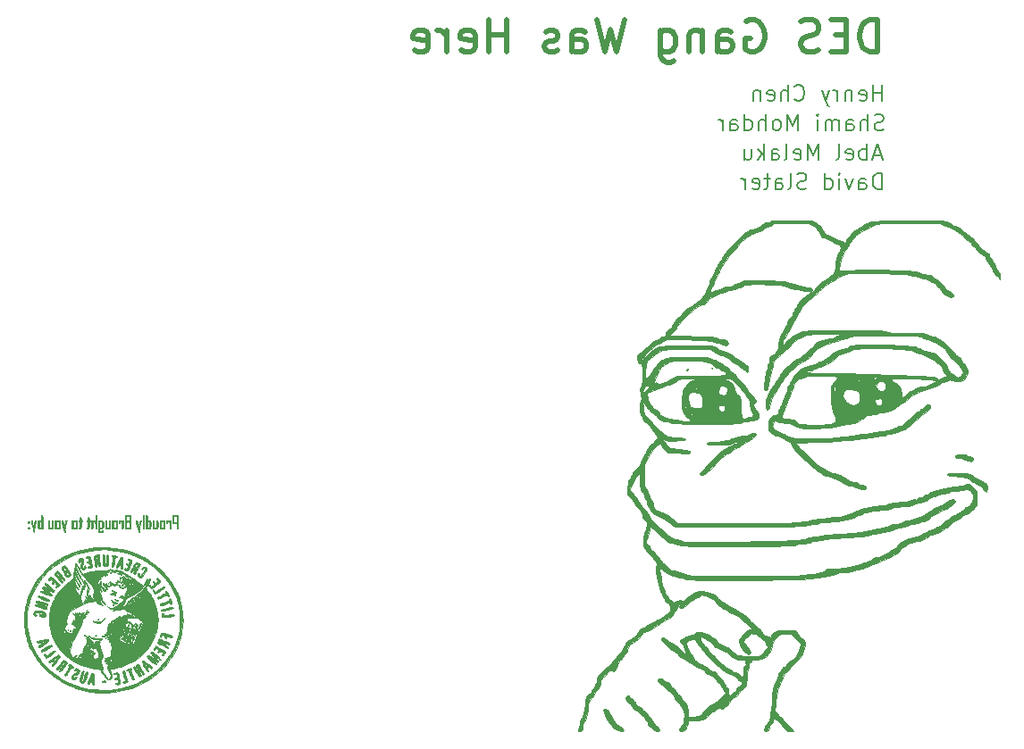
<source format=gbr>
%TF.GenerationSoftware,KiCad,Pcbnew,(5.1.4)-1*%
%TF.CreationDate,2020-10-02T23:36:46+08:00*%
%TF.ProjectId,odometer_project,6f646f6d-6574-4657-925f-70726f6a6563,rev?*%
%TF.SameCoordinates,Original*%
%TF.FileFunction,Legend,Bot*%
%TF.FilePolarity,Positive*%
%FSLAX46Y46*%
G04 Gerber Fmt 4.6, Leading zero omitted, Abs format (unit mm)*
G04 Created by KiCad (PCBNEW (5.1.4)-1) date 2020-10-02 23:36:46*
%MOMM*%
%LPD*%
G04 APERTURE LIST*
%ADD10C,0.150000*%
%ADD11C,0.500000*%
%ADD12C,0.010000*%
G04 APERTURE END LIST*
D10*
X265397428Y-106342571D02*
X265397428Y-104842571D01*
X265040285Y-104842571D01*
X264826000Y-104914000D01*
X264683142Y-105056857D01*
X264611714Y-105199714D01*
X264540285Y-105485428D01*
X264540285Y-105699714D01*
X264611714Y-105985428D01*
X264683142Y-106128285D01*
X264826000Y-106271142D01*
X265040285Y-106342571D01*
X265397428Y-106342571D01*
X263254571Y-106342571D02*
X263254571Y-105556857D01*
X263326000Y-105414000D01*
X263468857Y-105342571D01*
X263754571Y-105342571D01*
X263897428Y-105414000D01*
X263254571Y-106271142D02*
X263397428Y-106342571D01*
X263754571Y-106342571D01*
X263897428Y-106271142D01*
X263968857Y-106128285D01*
X263968857Y-105985428D01*
X263897428Y-105842571D01*
X263754571Y-105771142D01*
X263397428Y-105771142D01*
X263254571Y-105699714D01*
X262683142Y-105342571D02*
X262326000Y-106342571D01*
X261968857Y-105342571D01*
X261397428Y-106342571D02*
X261397428Y-105342571D01*
X261397428Y-104842571D02*
X261468857Y-104914000D01*
X261397428Y-104985428D01*
X261326000Y-104914000D01*
X261397428Y-104842571D01*
X261397428Y-104985428D01*
X260040285Y-106342571D02*
X260040285Y-104842571D01*
X260040285Y-106271142D02*
X260183142Y-106342571D01*
X260468857Y-106342571D01*
X260611714Y-106271142D01*
X260683142Y-106199714D01*
X260754571Y-106056857D01*
X260754571Y-105628285D01*
X260683142Y-105485428D01*
X260611714Y-105414000D01*
X260468857Y-105342571D01*
X260183142Y-105342571D01*
X260040285Y-105414000D01*
X258254571Y-106271142D02*
X258040285Y-106342571D01*
X257683142Y-106342571D01*
X257540285Y-106271142D01*
X257468857Y-106199714D01*
X257397428Y-106056857D01*
X257397428Y-105914000D01*
X257468857Y-105771142D01*
X257540285Y-105699714D01*
X257683142Y-105628285D01*
X257968857Y-105556857D01*
X258111714Y-105485428D01*
X258183142Y-105414000D01*
X258254571Y-105271142D01*
X258254571Y-105128285D01*
X258183142Y-104985428D01*
X258111714Y-104914000D01*
X257968857Y-104842571D01*
X257611714Y-104842571D01*
X257397428Y-104914000D01*
X256540285Y-106342571D02*
X256683142Y-106271142D01*
X256754571Y-106128285D01*
X256754571Y-104842571D01*
X255326000Y-106342571D02*
X255326000Y-105556857D01*
X255397428Y-105414000D01*
X255540285Y-105342571D01*
X255826000Y-105342571D01*
X255968857Y-105414000D01*
X255326000Y-106271142D02*
X255468857Y-106342571D01*
X255826000Y-106342571D01*
X255968857Y-106271142D01*
X256040285Y-106128285D01*
X256040285Y-105985428D01*
X255968857Y-105842571D01*
X255826000Y-105771142D01*
X255468857Y-105771142D01*
X255326000Y-105699714D01*
X254826000Y-105342571D02*
X254254571Y-105342571D01*
X254611714Y-104842571D02*
X254611714Y-106128285D01*
X254540285Y-106271142D01*
X254397428Y-106342571D01*
X254254571Y-106342571D01*
X253183142Y-106271142D02*
X253326000Y-106342571D01*
X253611714Y-106342571D01*
X253754571Y-106271142D01*
X253826000Y-106128285D01*
X253826000Y-105556857D01*
X253754571Y-105414000D01*
X253611714Y-105342571D01*
X253326000Y-105342571D01*
X253183142Y-105414000D01*
X253111714Y-105556857D01*
X253111714Y-105699714D01*
X253826000Y-105842571D01*
X252468857Y-106342571D02*
X252468857Y-105342571D01*
X252468857Y-105628285D02*
X252397428Y-105485428D01*
X252326000Y-105414000D01*
X252183142Y-105342571D01*
X252040285Y-105342571D01*
X265326000Y-103120000D02*
X264611714Y-103120000D01*
X265468857Y-103548571D02*
X264968857Y-102048571D01*
X264468857Y-103548571D01*
X263968857Y-103548571D02*
X263968857Y-102048571D01*
X263968857Y-102620000D02*
X263826000Y-102548571D01*
X263540285Y-102548571D01*
X263397428Y-102620000D01*
X263326000Y-102691428D01*
X263254571Y-102834285D01*
X263254571Y-103262857D01*
X263326000Y-103405714D01*
X263397428Y-103477142D01*
X263540285Y-103548571D01*
X263826000Y-103548571D01*
X263968857Y-103477142D01*
X262040285Y-103477142D02*
X262183142Y-103548571D01*
X262468857Y-103548571D01*
X262611714Y-103477142D01*
X262683142Y-103334285D01*
X262683142Y-102762857D01*
X262611714Y-102620000D01*
X262468857Y-102548571D01*
X262183142Y-102548571D01*
X262040285Y-102620000D01*
X261968857Y-102762857D01*
X261968857Y-102905714D01*
X262683142Y-103048571D01*
X261111714Y-103548571D02*
X261254571Y-103477142D01*
X261326000Y-103334285D01*
X261326000Y-102048571D01*
X259397428Y-103548571D02*
X259397428Y-102048571D01*
X258897428Y-103120000D01*
X258397428Y-102048571D01*
X258397428Y-103548571D01*
X257111714Y-103477142D02*
X257254571Y-103548571D01*
X257540285Y-103548571D01*
X257683142Y-103477142D01*
X257754571Y-103334285D01*
X257754571Y-102762857D01*
X257683142Y-102620000D01*
X257540285Y-102548571D01*
X257254571Y-102548571D01*
X257111714Y-102620000D01*
X257040285Y-102762857D01*
X257040285Y-102905714D01*
X257754571Y-103048571D01*
X256183142Y-103548571D02*
X256326000Y-103477142D01*
X256397428Y-103334285D01*
X256397428Y-102048571D01*
X254968857Y-103548571D02*
X254968857Y-102762857D01*
X255040285Y-102620000D01*
X255183142Y-102548571D01*
X255468857Y-102548571D01*
X255611714Y-102620000D01*
X254968857Y-103477142D02*
X255111714Y-103548571D01*
X255468857Y-103548571D01*
X255611714Y-103477142D01*
X255683142Y-103334285D01*
X255683142Y-103191428D01*
X255611714Y-103048571D01*
X255468857Y-102977142D01*
X255111714Y-102977142D01*
X254968857Y-102905714D01*
X254254571Y-103548571D02*
X254254571Y-102048571D01*
X254111714Y-102977142D02*
X253683142Y-103548571D01*
X253683142Y-102548571D02*
X254254571Y-103120000D01*
X252397428Y-102548571D02*
X252397428Y-103548571D01*
X253040285Y-102548571D02*
X253040285Y-103334285D01*
X252968857Y-103477142D01*
X252826000Y-103548571D01*
X252611714Y-103548571D01*
X252468857Y-103477142D01*
X252397428Y-103405714D01*
X265560000Y-100683142D02*
X265345714Y-100754571D01*
X264988571Y-100754571D01*
X264845714Y-100683142D01*
X264774285Y-100611714D01*
X264702857Y-100468857D01*
X264702857Y-100326000D01*
X264774285Y-100183142D01*
X264845714Y-100111714D01*
X264988571Y-100040285D01*
X265274285Y-99968857D01*
X265417142Y-99897428D01*
X265488571Y-99826000D01*
X265560000Y-99683142D01*
X265560000Y-99540285D01*
X265488571Y-99397428D01*
X265417142Y-99326000D01*
X265274285Y-99254571D01*
X264917142Y-99254571D01*
X264702857Y-99326000D01*
X264060000Y-100754571D02*
X264060000Y-99254571D01*
X263417142Y-100754571D02*
X263417142Y-99968857D01*
X263488571Y-99826000D01*
X263631428Y-99754571D01*
X263845714Y-99754571D01*
X263988571Y-99826000D01*
X264060000Y-99897428D01*
X262060000Y-100754571D02*
X262060000Y-99968857D01*
X262131428Y-99826000D01*
X262274285Y-99754571D01*
X262560000Y-99754571D01*
X262702857Y-99826000D01*
X262060000Y-100683142D02*
X262202857Y-100754571D01*
X262560000Y-100754571D01*
X262702857Y-100683142D01*
X262774285Y-100540285D01*
X262774285Y-100397428D01*
X262702857Y-100254571D01*
X262560000Y-100183142D01*
X262202857Y-100183142D01*
X262060000Y-100111714D01*
X261345714Y-100754571D02*
X261345714Y-99754571D01*
X261345714Y-99897428D02*
X261274285Y-99826000D01*
X261131428Y-99754571D01*
X260917142Y-99754571D01*
X260774285Y-99826000D01*
X260702857Y-99968857D01*
X260702857Y-100754571D01*
X260702857Y-99968857D02*
X260631428Y-99826000D01*
X260488571Y-99754571D01*
X260274285Y-99754571D01*
X260131428Y-99826000D01*
X260060000Y-99968857D01*
X260060000Y-100754571D01*
X259345714Y-100754571D02*
X259345714Y-99754571D01*
X259345714Y-99254571D02*
X259417142Y-99326000D01*
X259345714Y-99397428D01*
X259274285Y-99326000D01*
X259345714Y-99254571D01*
X259345714Y-99397428D01*
X257488571Y-100754571D02*
X257488571Y-99254571D01*
X256988571Y-100326000D01*
X256488571Y-99254571D01*
X256488571Y-100754571D01*
X255560000Y-100754571D02*
X255702857Y-100683142D01*
X255774285Y-100611714D01*
X255845714Y-100468857D01*
X255845714Y-100040285D01*
X255774285Y-99897428D01*
X255702857Y-99826000D01*
X255560000Y-99754571D01*
X255345714Y-99754571D01*
X255202857Y-99826000D01*
X255131428Y-99897428D01*
X255060000Y-100040285D01*
X255060000Y-100468857D01*
X255131428Y-100611714D01*
X255202857Y-100683142D01*
X255345714Y-100754571D01*
X255560000Y-100754571D01*
X254417142Y-100754571D02*
X254417142Y-99254571D01*
X253774285Y-100754571D02*
X253774285Y-99968857D01*
X253845714Y-99826000D01*
X253988571Y-99754571D01*
X254202857Y-99754571D01*
X254345714Y-99826000D01*
X254417142Y-99897428D01*
X252417142Y-100754571D02*
X252417142Y-99254571D01*
X252417142Y-100683142D02*
X252560000Y-100754571D01*
X252845714Y-100754571D01*
X252988571Y-100683142D01*
X253060000Y-100611714D01*
X253131428Y-100468857D01*
X253131428Y-100040285D01*
X253060000Y-99897428D01*
X252988571Y-99826000D01*
X252845714Y-99754571D01*
X252560000Y-99754571D01*
X252417142Y-99826000D01*
X251060000Y-100754571D02*
X251060000Y-99968857D01*
X251131428Y-99826000D01*
X251274285Y-99754571D01*
X251560000Y-99754571D01*
X251702857Y-99826000D01*
X251060000Y-100683142D02*
X251202857Y-100754571D01*
X251560000Y-100754571D01*
X251702857Y-100683142D01*
X251774285Y-100540285D01*
X251774285Y-100397428D01*
X251702857Y-100254571D01*
X251560000Y-100183142D01*
X251202857Y-100183142D01*
X251060000Y-100111714D01*
X250345714Y-100754571D02*
X250345714Y-99754571D01*
X250345714Y-100040285D02*
X250274285Y-99897428D01*
X250202857Y-99826000D01*
X250060000Y-99754571D01*
X249917142Y-99754571D01*
X265441142Y-97960571D02*
X265441142Y-96460571D01*
X265441142Y-97174857D02*
X264584000Y-97174857D01*
X264584000Y-97960571D02*
X264584000Y-96460571D01*
X263298285Y-97889142D02*
X263441142Y-97960571D01*
X263726857Y-97960571D01*
X263869714Y-97889142D01*
X263941142Y-97746285D01*
X263941142Y-97174857D01*
X263869714Y-97032000D01*
X263726857Y-96960571D01*
X263441142Y-96960571D01*
X263298285Y-97032000D01*
X263226857Y-97174857D01*
X263226857Y-97317714D01*
X263941142Y-97460571D01*
X262584000Y-96960571D02*
X262584000Y-97960571D01*
X262584000Y-97103428D02*
X262512571Y-97032000D01*
X262369714Y-96960571D01*
X262155428Y-96960571D01*
X262012571Y-97032000D01*
X261941142Y-97174857D01*
X261941142Y-97960571D01*
X261226857Y-97960571D02*
X261226857Y-96960571D01*
X261226857Y-97246285D02*
X261155428Y-97103428D01*
X261084000Y-97032000D01*
X260941142Y-96960571D01*
X260798285Y-96960571D01*
X260441142Y-96960571D02*
X260084000Y-97960571D01*
X259726857Y-96960571D02*
X260084000Y-97960571D01*
X260226857Y-98317714D01*
X260298285Y-98389142D01*
X260441142Y-98460571D01*
X257155428Y-97817714D02*
X257226857Y-97889142D01*
X257441142Y-97960571D01*
X257584000Y-97960571D01*
X257798285Y-97889142D01*
X257941142Y-97746285D01*
X258012571Y-97603428D01*
X258084000Y-97317714D01*
X258084000Y-97103428D01*
X258012571Y-96817714D01*
X257941142Y-96674857D01*
X257798285Y-96532000D01*
X257584000Y-96460571D01*
X257441142Y-96460571D01*
X257226857Y-96532000D01*
X257155428Y-96603428D01*
X256512571Y-97960571D02*
X256512571Y-96460571D01*
X255869714Y-97960571D02*
X255869714Y-97174857D01*
X255941142Y-97032000D01*
X256084000Y-96960571D01*
X256298285Y-96960571D01*
X256441142Y-97032000D01*
X256512571Y-97103428D01*
X254584000Y-97889142D02*
X254726857Y-97960571D01*
X255012571Y-97960571D01*
X255155428Y-97889142D01*
X255226857Y-97746285D01*
X255226857Y-97174857D01*
X255155428Y-97032000D01*
X255012571Y-96960571D01*
X254726857Y-96960571D01*
X254584000Y-97032000D01*
X254512571Y-97174857D01*
X254512571Y-97317714D01*
X255226857Y-97460571D01*
X253869714Y-96960571D02*
X253869714Y-97960571D01*
X253869714Y-97103428D02*
X253798285Y-97032000D01*
X253655428Y-96960571D01*
X253441142Y-96960571D01*
X253298285Y-97032000D01*
X253226857Y-97174857D01*
X253226857Y-97960571D01*
D11*
X265006571Y-93305142D02*
X265006571Y-90305142D01*
X264292285Y-90305142D01*
X263863714Y-90448000D01*
X263578000Y-90733714D01*
X263435142Y-91019428D01*
X263292285Y-91590857D01*
X263292285Y-92019428D01*
X263435142Y-92590857D01*
X263578000Y-92876571D01*
X263863714Y-93162285D01*
X264292285Y-93305142D01*
X265006571Y-93305142D01*
X262006571Y-91733714D02*
X261006571Y-91733714D01*
X260578000Y-93305142D02*
X262006571Y-93305142D01*
X262006571Y-90305142D01*
X260578000Y-90305142D01*
X259435142Y-93162285D02*
X259006571Y-93305142D01*
X258292285Y-93305142D01*
X258006571Y-93162285D01*
X257863714Y-93019428D01*
X257720857Y-92733714D01*
X257720857Y-92448000D01*
X257863714Y-92162285D01*
X258006571Y-92019428D01*
X258292285Y-91876571D01*
X258863714Y-91733714D01*
X259149428Y-91590857D01*
X259292285Y-91448000D01*
X259435142Y-91162285D01*
X259435142Y-90876571D01*
X259292285Y-90590857D01*
X259149428Y-90448000D01*
X258863714Y-90305142D01*
X258149428Y-90305142D01*
X257720857Y-90448000D01*
X252578000Y-90448000D02*
X252863714Y-90305142D01*
X253292285Y-90305142D01*
X253720857Y-90448000D01*
X254006571Y-90733714D01*
X254149428Y-91019428D01*
X254292285Y-91590857D01*
X254292285Y-92019428D01*
X254149428Y-92590857D01*
X254006571Y-92876571D01*
X253720857Y-93162285D01*
X253292285Y-93305142D01*
X253006571Y-93305142D01*
X252578000Y-93162285D01*
X252435142Y-93019428D01*
X252435142Y-92019428D01*
X253006571Y-92019428D01*
X249863714Y-93305142D02*
X249863714Y-91733714D01*
X250006571Y-91448000D01*
X250292285Y-91305142D01*
X250863714Y-91305142D01*
X251149428Y-91448000D01*
X249863714Y-93162285D02*
X250149428Y-93305142D01*
X250863714Y-93305142D01*
X251149428Y-93162285D01*
X251292285Y-92876571D01*
X251292285Y-92590857D01*
X251149428Y-92305142D01*
X250863714Y-92162285D01*
X250149428Y-92162285D01*
X249863714Y-92019428D01*
X248435142Y-91305142D02*
X248435142Y-93305142D01*
X248435142Y-91590857D02*
X248292285Y-91448000D01*
X248006571Y-91305142D01*
X247578000Y-91305142D01*
X247292285Y-91448000D01*
X247149428Y-91733714D01*
X247149428Y-93305142D01*
X244435142Y-91305142D02*
X244435142Y-93733714D01*
X244578000Y-94019428D01*
X244720857Y-94162285D01*
X245006571Y-94305142D01*
X245435142Y-94305142D01*
X245720857Y-94162285D01*
X244435142Y-93162285D02*
X244720857Y-93305142D01*
X245292285Y-93305142D01*
X245578000Y-93162285D01*
X245720857Y-93019428D01*
X245863714Y-92733714D01*
X245863714Y-91876571D01*
X245720857Y-91590857D01*
X245578000Y-91448000D01*
X245292285Y-91305142D01*
X244720857Y-91305142D01*
X244435142Y-91448000D01*
X241006571Y-90305142D02*
X240292285Y-93305142D01*
X239720857Y-91162285D01*
X239149428Y-93305142D01*
X238435142Y-90305142D01*
X236006571Y-93305142D02*
X236006571Y-91733714D01*
X236149428Y-91448000D01*
X236435142Y-91305142D01*
X237006571Y-91305142D01*
X237292285Y-91448000D01*
X236006571Y-93162285D02*
X236292285Y-93305142D01*
X237006571Y-93305142D01*
X237292285Y-93162285D01*
X237435142Y-92876571D01*
X237435142Y-92590857D01*
X237292285Y-92305142D01*
X237006571Y-92162285D01*
X236292285Y-92162285D01*
X236006571Y-92019428D01*
X234720857Y-93162285D02*
X234435142Y-93305142D01*
X233863714Y-93305142D01*
X233578000Y-93162285D01*
X233435142Y-92876571D01*
X233435142Y-92733714D01*
X233578000Y-92448000D01*
X233863714Y-92305142D01*
X234292285Y-92305142D01*
X234578000Y-92162285D01*
X234720857Y-91876571D01*
X234720857Y-91733714D01*
X234578000Y-91448000D01*
X234292285Y-91305142D01*
X233863714Y-91305142D01*
X233578000Y-91448000D01*
X229863714Y-93305142D02*
X229863714Y-90305142D01*
X229863714Y-91733714D02*
X228149428Y-91733714D01*
X228149428Y-93305142D02*
X228149428Y-90305142D01*
X225578000Y-93162285D02*
X225863714Y-93305142D01*
X226435142Y-93305142D01*
X226720857Y-93162285D01*
X226863714Y-92876571D01*
X226863714Y-91733714D01*
X226720857Y-91448000D01*
X226435142Y-91305142D01*
X225863714Y-91305142D01*
X225578000Y-91448000D01*
X225435142Y-91733714D01*
X225435142Y-92019428D01*
X226863714Y-92305142D01*
X224149428Y-93305142D02*
X224149428Y-91305142D01*
X224149428Y-91876571D02*
X224006571Y-91590857D01*
X223863714Y-91448000D01*
X223578000Y-91305142D01*
X223292285Y-91305142D01*
X221149428Y-93162285D02*
X221435142Y-93305142D01*
X222006571Y-93305142D01*
X222292285Y-93162285D01*
X222435142Y-92876571D01*
X222435142Y-91733714D01*
X222292285Y-91448000D01*
X222006571Y-91305142D01*
X221435142Y-91305142D01*
X221149428Y-91448000D01*
X221006571Y-91733714D01*
X221006571Y-92019428D01*
X222435142Y-92305142D01*
D12*
%TO.C,G\002A\002A\002A*%
G36*
X194599980Y-147557661D02*
G01*
X194585167Y-147574000D01*
X194598308Y-147607156D01*
X194647497Y-147616333D01*
X194729964Y-147643188D01*
X194760358Y-147679833D01*
X194804338Y-147727645D01*
X194864088Y-147744025D01*
X194901300Y-147720742D01*
X194902667Y-147710408D01*
X194869893Y-147653694D01*
X194794421Y-147588261D01*
X194710529Y-147540653D01*
X194671848Y-147531666D01*
X194599980Y-147557661D01*
X194599980Y-147557661D01*
G37*
X194599980Y-147557661D02*
X194585167Y-147574000D01*
X194598308Y-147607156D01*
X194647497Y-147616333D01*
X194729964Y-147643188D01*
X194760358Y-147679833D01*
X194804338Y-147727645D01*
X194864088Y-147744025D01*
X194901300Y-147720742D01*
X194902667Y-147710408D01*
X194869893Y-147653694D01*
X194794421Y-147588261D01*
X194710529Y-147540653D01*
X194671848Y-147531666D01*
X194599980Y-147557661D01*
G36*
X195156667Y-147502033D02*
G01*
X195124672Y-147563368D01*
X195089804Y-147574000D01*
X195045783Y-147592491D01*
X195043196Y-147661535D01*
X195050834Y-147701000D01*
X195058886Y-147797116D01*
X195033031Y-147828000D01*
X194995915Y-147863423D01*
X194987334Y-147912666D01*
X195006982Y-147985645D01*
X195049557Y-147985909D01*
X195086711Y-147923250D01*
X195116972Y-147837243D01*
X195161762Y-147715158D01*
X195174769Y-147680403D01*
X195210839Y-147547909D01*
X195199603Y-147473204D01*
X195197454Y-147470853D01*
X195163460Y-147463630D01*
X195156667Y-147502033D01*
X195156667Y-147502033D01*
G37*
X195156667Y-147502033D02*
X195124672Y-147563368D01*
X195089804Y-147574000D01*
X195045783Y-147592491D01*
X195043196Y-147661535D01*
X195050834Y-147701000D01*
X195058886Y-147797116D01*
X195033031Y-147828000D01*
X194995915Y-147863423D01*
X194987334Y-147912666D01*
X195006982Y-147985645D01*
X195049557Y-147985909D01*
X195086711Y-147923250D01*
X195116972Y-147837243D01*
X195161762Y-147715158D01*
X195174769Y-147680403D01*
X195210839Y-147547909D01*
X195199603Y-147473204D01*
X195197454Y-147470853D01*
X195163460Y-147463630D01*
X195156667Y-147502033D01*
G36*
X192248617Y-142636538D02*
G01*
X192246536Y-142638353D01*
X192246557Y-142685818D01*
X192255093Y-142702850D01*
X192308166Y-142740563D01*
X192372297Y-142744337D01*
X192404950Y-142712086D01*
X192405000Y-142710195D01*
X192371797Y-142666854D01*
X192303843Y-142635126D01*
X192248617Y-142636538D01*
X192248617Y-142636538D01*
G37*
X192248617Y-142636538D02*
X192246536Y-142638353D01*
X192246557Y-142685818D01*
X192255093Y-142702850D01*
X192308166Y-142740563D01*
X192372297Y-142744337D01*
X192404950Y-142712086D01*
X192405000Y-142710195D01*
X192371797Y-142666854D01*
X192303843Y-142635126D01*
X192248617Y-142636538D01*
G36*
X192978500Y-142738945D02*
G01*
X192957997Y-142790097D01*
X193016625Y-142827422D01*
X193092917Y-142844692D01*
X193215729Y-142870817D01*
X193310360Y-142899310D01*
X193369317Y-142909351D01*
X193371675Y-142875189D01*
X193324854Y-142833256D01*
X193230019Y-142787997D01*
X193119018Y-142750450D01*
X193023700Y-142731650D01*
X192978500Y-142738945D01*
X192978500Y-142738945D01*
G37*
X192978500Y-142738945D02*
X192957997Y-142790097D01*
X193016625Y-142827422D01*
X193092917Y-142844692D01*
X193215729Y-142870817D01*
X193310360Y-142899310D01*
X193369317Y-142909351D01*
X193371675Y-142875189D01*
X193324854Y-142833256D01*
X193230019Y-142787997D01*
X193119018Y-142750450D01*
X193023700Y-142731650D01*
X192978500Y-142738945D01*
G36*
X191922442Y-142883164D02*
G01*
X191843801Y-142923887D01*
X191827453Y-142938500D01*
X191791021Y-142985799D01*
X191798727Y-142996234D01*
X191864812Y-142984252D01*
X191928750Y-142972123D01*
X192003089Y-142942972D01*
X192024000Y-142914389D01*
X191993243Y-142878681D01*
X191922442Y-142883164D01*
X191922442Y-142883164D01*
G37*
X191922442Y-142883164D02*
X191843801Y-142923887D01*
X191827453Y-142938500D01*
X191791021Y-142985799D01*
X191798727Y-142996234D01*
X191864812Y-142984252D01*
X191928750Y-142972123D01*
X192003089Y-142942972D01*
X192024000Y-142914389D01*
X191993243Y-142878681D01*
X191922442Y-142883164D01*
G36*
X193675000Y-142951616D02*
G01*
X193704309Y-143005747D01*
X193769310Y-143073865D01*
X193835621Y-143122445D01*
X193856922Y-143129000D01*
X193868040Y-143097341D01*
X193859191Y-143064323D01*
X193817415Y-143006580D01*
X193754102Y-142957647D01*
X193697328Y-142934702D01*
X193675000Y-142951616D01*
X193675000Y-142951616D01*
G37*
X193675000Y-142951616D02*
X193704309Y-143005747D01*
X193769310Y-143073865D01*
X193835621Y-143122445D01*
X193856922Y-143129000D01*
X193868040Y-143097341D01*
X193859191Y-143064323D01*
X193817415Y-143006580D01*
X193754102Y-142957647D01*
X193697328Y-142934702D01*
X193675000Y-142951616D01*
G36*
X193207545Y-143117955D02*
G01*
X193195236Y-143147011D01*
X193186883Y-143220627D01*
X193205046Y-143288980D01*
X193237380Y-143324452D01*
X193267058Y-143307679D01*
X193274895Y-143237218D01*
X193258885Y-143168449D01*
X193229810Y-143105342D01*
X193207545Y-143117955D01*
X193207545Y-143117955D01*
G37*
X193207545Y-143117955D02*
X193195236Y-143147011D01*
X193186883Y-143220627D01*
X193205046Y-143288980D01*
X193237380Y-143324452D01*
X193267058Y-143307679D01*
X193274895Y-143237218D01*
X193258885Y-143168449D01*
X193229810Y-143105342D01*
X193207545Y-143117955D01*
G36*
X193172193Y-143464457D02*
G01*
X193132958Y-143529667D01*
X193132937Y-143578572D01*
X193149259Y-143628041D01*
X193175143Y-143608848D01*
X193204032Y-143559290D01*
X193242268Y-143469535D01*
X193225065Y-143441502D01*
X193172193Y-143464457D01*
X193172193Y-143464457D01*
G37*
X193172193Y-143464457D02*
X193132958Y-143529667D01*
X193132937Y-143578572D01*
X193149259Y-143628041D01*
X193175143Y-143608848D01*
X193204032Y-143559290D01*
X193242268Y-143469535D01*
X193225065Y-143441502D01*
X193172193Y-143464457D01*
G36*
X192956193Y-143475045D02*
G01*
X192927790Y-143505975D01*
X192852317Y-143572022D01*
X192795261Y-143594666D01*
X192759157Y-143617873D01*
X192764834Y-143637000D01*
X192830142Y-143679088D01*
X192912690Y-143659022D01*
X192983493Y-143585584D01*
X192992457Y-143568029D01*
X193025641Y-143470232D01*
X193011716Y-143437475D01*
X192956193Y-143475045D01*
X192956193Y-143475045D01*
G37*
X192956193Y-143475045D02*
X192927790Y-143505975D01*
X192852317Y-143572022D01*
X192795261Y-143594666D01*
X192759157Y-143617873D01*
X192764834Y-143637000D01*
X192830142Y-143679088D01*
X192912690Y-143659022D01*
X192983493Y-143585584D01*
X192992457Y-143568029D01*
X193025641Y-143470232D01*
X193011716Y-143437475D01*
X192956193Y-143475045D01*
G36*
X192079749Y-143713729D02*
G01*
X192074702Y-143779891D01*
X192083091Y-143794868D01*
X192102332Y-143782242D01*
X192105325Y-143739305D01*
X192094986Y-143694134D01*
X192079749Y-143713729D01*
X192079749Y-143713729D01*
G37*
X192079749Y-143713729D02*
X192074702Y-143779891D01*
X192083091Y-143794868D01*
X192102332Y-143782242D01*
X192105325Y-143739305D01*
X192094986Y-143694134D01*
X192079749Y-143713729D01*
G36*
X191665455Y-143696264D02*
G01*
X191612762Y-143733761D01*
X191563392Y-143803046D01*
X191580384Y-143829080D01*
X191651204Y-143799328D01*
X191667191Y-143788190D01*
X191717641Y-143731376D01*
X191716009Y-143695897D01*
X191665455Y-143696264D01*
X191665455Y-143696264D01*
G37*
X191665455Y-143696264D02*
X191612762Y-143733761D01*
X191563392Y-143803046D01*
X191580384Y-143829080D01*
X191651204Y-143799328D01*
X191667191Y-143788190D01*
X191717641Y-143731376D01*
X191716009Y-143695897D01*
X191665455Y-143696264D01*
G36*
X193337093Y-143856685D02*
G01*
X193336334Y-143868632D01*
X193363967Y-143945807D01*
X193425565Y-143987027D01*
X193489171Y-143973087D01*
X193496860Y-143965111D01*
X193510462Y-143914872D01*
X193450324Y-143868248D01*
X193438977Y-143862739D01*
X193362671Y-143835514D01*
X193337093Y-143856685D01*
X193337093Y-143856685D01*
G37*
X193337093Y-143856685D02*
X193336334Y-143868632D01*
X193363967Y-143945807D01*
X193425565Y-143987027D01*
X193489171Y-143973087D01*
X193496860Y-143965111D01*
X193510462Y-143914872D01*
X193450324Y-143868248D01*
X193438977Y-143862739D01*
X193362671Y-143835514D01*
X193337093Y-143856685D01*
G36*
X192215018Y-143577130D02*
G01*
X192253030Y-143632797D01*
X192296334Y-143705413D01*
X192282607Y-143739986D01*
X192255998Y-143796842D01*
X192261116Y-143823392D01*
X192248315Y-143880551D01*
X192179895Y-143915837D01*
X192084390Y-143916666D01*
X192062535Y-143910961D01*
X191986505Y-143853045D01*
X191959813Y-143804167D01*
X191922494Y-143736926D01*
X191895797Y-143721666D01*
X191840864Y-143751306D01*
X191767697Y-143819441D01*
X191706169Y-143894895D01*
X191685334Y-143941315D01*
X191709938Y-143974703D01*
X191757057Y-143958737D01*
X191781844Y-143922750D01*
X191817541Y-143892501D01*
X191833737Y-143900560D01*
X191837979Y-143953076D01*
X191813359Y-143995598D01*
X191783654Y-144057601D01*
X191808756Y-144132550D01*
X191829469Y-144165954D01*
X191896236Y-144237014D01*
X191966731Y-144271978D01*
X192015569Y-144261941D01*
X192024000Y-144234195D01*
X191990311Y-144187917D01*
X191960500Y-144172024D01*
X191909163Y-144114842D01*
X191897000Y-144056950D01*
X191906308Y-143998854D01*
X191950117Y-143981535D01*
X192050406Y-143995023D01*
X192164362Y-144004687D01*
X192250811Y-143970874D01*
X192325288Y-143907420D01*
X192446764Y-143791039D01*
X192554675Y-143892416D01*
X192636891Y-143957495D01*
X192699192Y-143964806D01*
X192744886Y-143942396D01*
X192849843Y-143900033D01*
X192912426Y-143891000D01*
X192981504Y-143871942D01*
X192997667Y-143845173D01*
X192958440Y-143818126D01*
X192849417Y-143810893D01*
X192797167Y-143813423D01*
X192661806Y-143814057D01*
X192601050Y-143790507D01*
X192596084Y-143774919D01*
X192561341Y-143726580D01*
X192476932Y-143663193D01*
X192371420Y-143602090D01*
X192273370Y-143560603D01*
X192229259Y-143552333D01*
X192215018Y-143577130D01*
X192215018Y-143577130D01*
G37*
X192215018Y-143577130D02*
X192253030Y-143632797D01*
X192296334Y-143705413D01*
X192282607Y-143739986D01*
X192255998Y-143796842D01*
X192261116Y-143823392D01*
X192248315Y-143880551D01*
X192179895Y-143915837D01*
X192084390Y-143916666D01*
X192062535Y-143910961D01*
X191986505Y-143853045D01*
X191959813Y-143804167D01*
X191922494Y-143736926D01*
X191895797Y-143721666D01*
X191840864Y-143751306D01*
X191767697Y-143819441D01*
X191706169Y-143894895D01*
X191685334Y-143941315D01*
X191709938Y-143974703D01*
X191757057Y-143958737D01*
X191781844Y-143922750D01*
X191817541Y-143892501D01*
X191833737Y-143900560D01*
X191837979Y-143953076D01*
X191813359Y-143995598D01*
X191783654Y-144057601D01*
X191808756Y-144132550D01*
X191829469Y-144165954D01*
X191896236Y-144237014D01*
X191966731Y-144271978D01*
X192015569Y-144261941D01*
X192024000Y-144234195D01*
X191990311Y-144187917D01*
X191960500Y-144172024D01*
X191909163Y-144114842D01*
X191897000Y-144056950D01*
X191906308Y-143998854D01*
X191950117Y-143981535D01*
X192050406Y-143995023D01*
X192164362Y-144004687D01*
X192250811Y-143970874D01*
X192325288Y-143907420D01*
X192446764Y-143791039D01*
X192554675Y-143892416D01*
X192636891Y-143957495D01*
X192699192Y-143964806D01*
X192744886Y-143942396D01*
X192849843Y-143900033D01*
X192912426Y-143891000D01*
X192981504Y-143871942D01*
X192997667Y-143845173D01*
X192958440Y-143818126D01*
X192849417Y-143810893D01*
X192797167Y-143813423D01*
X192661806Y-143814057D01*
X192601050Y-143790507D01*
X192596084Y-143774919D01*
X192561341Y-143726580D01*
X192476932Y-143663193D01*
X192371420Y-143602090D01*
X192273370Y-143560603D01*
X192229259Y-143552333D01*
X192215018Y-143577130D01*
G36*
X191321789Y-144284640D02*
G01*
X191336084Y-144297440D01*
X191377462Y-144353940D01*
X191389000Y-144421196D01*
X191406342Y-144510275D01*
X191434341Y-144549025D01*
X191464102Y-144535782D01*
X191466942Y-144444867D01*
X191466091Y-144435453D01*
X191440189Y-144329123D01*
X191381993Y-144286084D01*
X191367834Y-144283676D01*
X191321789Y-144284640D01*
X191321789Y-144284640D01*
G37*
X191321789Y-144284640D02*
X191336084Y-144297440D01*
X191377462Y-144353940D01*
X191389000Y-144421196D01*
X191406342Y-144510275D01*
X191434341Y-144549025D01*
X191464102Y-144535782D01*
X191466942Y-144444867D01*
X191466091Y-144435453D01*
X191440189Y-144329123D01*
X191381993Y-144286084D01*
X191367834Y-144283676D01*
X191321789Y-144284640D01*
G36*
X192460123Y-144372100D02*
G01*
X192467887Y-144415801D01*
X192522966Y-144485277D01*
X192603173Y-144557947D01*
X192686321Y-144611233D01*
X192701334Y-144617571D01*
X192791784Y-144623193D01*
X192849500Y-144609658D01*
X192898238Y-144585645D01*
X192877746Y-144566233D01*
X192807167Y-144546461D01*
X192679358Y-144493289D01*
X192585084Y-144428555D01*
X192509926Y-144376709D01*
X192460696Y-144371558D01*
X192460123Y-144372100D01*
X192460123Y-144372100D01*
G37*
X192460123Y-144372100D02*
X192467887Y-144415801D01*
X192522966Y-144485277D01*
X192603173Y-144557947D01*
X192686321Y-144611233D01*
X192701334Y-144617571D01*
X192791784Y-144623193D01*
X192849500Y-144609658D01*
X192898238Y-144585645D01*
X192877746Y-144566233D01*
X192807167Y-144546461D01*
X192679358Y-144493289D01*
X192585084Y-144428555D01*
X192509926Y-144376709D01*
X192460696Y-144371558D01*
X192460123Y-144372100D01*
G36*
X192373250Y-144675050D02*
G01*
X192291412Y-144710660D01*
X192289422Y-144737364D01*
X192362664Y-144752088D01*
X192489667Y-144752533D01*
X192622749Y-144753530D01*
X192687862Y-144773380D01*
X192701334Y-144804185D01*
X192725179Y-144858556D01*
X192743667Y-144864666D01*
X192782579Y-144831304D01*
X192785352Y-144811750D01*
X192747769Y-144717379D01*
X192649591Y-144660973D01*
X192508578Y-144648423D01*
X192373250Y-144675050D01*
X192373250Y-144675050D01*
G37*
X192373250Y-144675050D02*
X192291412Y-144710660D01*
X192289422Y-144737364D01*
X192362664Y-144752088D01*
X192489667Y-144752533D01*
X192622749Y-144753530D01*
X192687862Y-144773380D01*
X192701334Y-144804185D01*
X192725179Y-144858556D01*
X192743667Y-144864666D01*
X192782579Y-144831304D01*
X192785352Y-144811750D01*
X192747769Y-144717379D01*
X192649591Y-144660973D01*
X192508578Y-144648423D01*
X192373250Y-144675050D01*
G36*
X192704997Y-145184116D02*
G01*
X192701334Y-145216552D01*
X192738561Y-145279591D01*
X192834597Y-145342029D01*
X192854670Y-145350931D01*
X192962685Y-145395294D01*
X193017263Y-145410571D01*
X193043467Y-145399400D01*
X193061167Y-145372666D01*
X193047287Y-145340210D01*
X192992311Y-145330333D01*
X192894036Y-145302147D01*
X192799312Y-145238287D01*
X192731960Y-145181653D01*
X192704997Y-145184116D01*
X192704997Y-145184116D01*
G37*
X192704997Y-145184116D02*
X192701334Y-145216552D01*
X192738561Y-145279591D01*
X192834597Y-145342029D01*
X192854670Y-145350931D01*
X192962685Y-145395294D01*
X193017263Y-145410571D01*
X193043467Y-145399400D01*
X193061167Y-145372666D01*
X193047287Y-145340210D01*
X192992311Y-145330333D01*
X192894036Y-145302147D01*
X192799312Y-145238287D01*
X192731960Y-145181653D01*
X192704997Y-145184116D01*
G36*
X192365370Y-145342152D02*
G01*
X192400548Y-145380955D01*
X192405000Y-145384596D01*
X192465629Y-145457476D01*
X192527621Y-145565343D01*
X192532180Y-145575081D01*
X192577785Y-145663345D01*
X192613584Y-145684180D01*
X192660967Y-145648869D01*
X192664825Y-145645032D01*
X192735133Y-145599740D01*
X192816093Y-145620238D01*
X192825742Y-145625279D01*
X192916182Y-145657185D01*
X192968264Y-145657402D01*
X192968720Y-145631964D01*
X192913397Y-145588510D01*
X192825396Y-145539789D01*
X192727817Y-145498550D01*
X192643761Y-145477542D01*
X192642099Y-145477392D01*
X192550656Y-145439192D01*
X192510432Y-145400442D01*
X192441872Y-145342903D01*
X192400334Y-145331679D01*
X192365370Y-145342152D01*
X192365370Y-145342152D01*
G37*
X192365370Y-145342152D02*
X192400548Y-145380955D01*
X192405000Y-145384596D01*
X192465629Y-145457476D01*
X192527621Y-145565343D01*
X192532180Y-145575081D01*
X192577785Y-145663345D01*
X192613584Y-145684180D01*
X192660967Y-145648869D01*
X192664825Y-145645032D01*
X192735133Y-145599740D01*
X192816093Y-145620238D01*
X192825742Y-145625279D01*
X192916182Y-145657185D01*
X192968264Y-145657402D01*
X192968720Y-145631964D01*
X192913397Y-145588510D01*
X192825396Y-145539789D01*
X192727817Y-145498550D01*
X192643761Y-145477542D01*
X192642099Y-145477392D01*
X192550656Y-145439192D01*
X192510432Y-145400442D01*
X192441872Y-145342903D01*
X192400334Y-145331679D01*
X192365370Y-145342152D01*
G36*
X192503778Y-145767777D02*
G01*
X192509589Y-145792944D01*
X192532000Y-145796000D01*
X192566846Y-145780510D01*
X192560223Y-145767777D01*
X192509983Y-145762711D01*
X192503778Y-145767777D01*
X192503778Y-145767777D01*
G37*
X192503778Y-145767777D02*
X192509589Y-145792944D01*
X192532000Y-145796000D01*
X192566846Y-145780510D01*
X192560223Y-145767777D01*
X192509983Y-145762711D01*
X192503778Y-145767777D01*
G36*
X191093897Y-147140547D02*
G01*
X191092667Y-147150666D01*
X191124882Y-147191769D01*
X191135000Y-147193000D01*
X191176104Y-147160785D01*
X191177334Y-147150666D01*
X191145119Y-147109563D01*
X191135000Y-147108333D01*
X191093897Y-147140547D01*
X191093897Y-147140547D01*
G37*
X191093897Y-147140547D02*
X191092667Y-147150666D01*
X191124882Y-147191769D01*
X191135000Y-147193000D01*
X191176104Y-147160785D01*
X191177334Y-147150666D01*
X191145119Y-147109563D01*
X191135000Y-147108333D01*
X191093897Y-147140547D01*
G36*
X192837977Y-146997245D02*
G01*
X192760863Y-147070387D01*
X192674891Y-147146130D01*
X192552783Y-147232543D01*
X192500302Y-147264910D01*
X192396554Y-147328867D01*
X192331520Y-147375031D01*
X192320334Y-147387522D01*
X192354312Y-147404802D01*
X192436167Y-147394506D01*
X192535777Y-147361996D01*
X192578266Y-147341604D01*
X192674162Y-147269346D01*
X192777255Y-147163216D01*
X192802670Y-147131633D01*
X192867435Y-147032021D01*
X192877435Y-146984634D01*
X192837977Y-146997245D01*
X192837977Y-146997245D01*
G37*
X192837977Y-146997245D02*
X192760863Y-147070387D01*
X192674891Y-147146130D01*
X192552783Y-147232543D01*
X192500302Y-147264910D01*
X192396554Y-147328867D01*
X192331520Y-147375031D01*
X192320334Y-147387522D01*
X192354312Y-147404802D01*
X192436167Y-147394506D01*
X192535777Y-147361996D01*
X192578266Y-147341604D01*
X192674162Y-147269346D01*
X192777255Y-147163216D01*
X192802670Y-147131633D01*
X192867435Y-147032021D01*
X192877435Y-146984634D01*
X192837977Y-146997245D01*
G36*
X191719342Y-147012764D02*
G01*
X191644891Y-147076762D01*
X191584495Y-147139563D01*
X191402361Y-147298279D01*
X191214035Y-147374454D01*
X191012684Y-147370212D01*
X190923104Y-147345141D01*
X190779220Y-147297857D01*
X190702015Y-147281304D01*
X190679767Y-147294244D01*
X190690897Y-147320641D01*
X190759678Y-147375884D01*
X190879938Y-147429656D01*
X191019110Y-147470254D01*
X191144625Y-147485976D01*
X191150754Y-147485880D01*
X191286139Y-147465459D01*
X191420038Y-147422549D01*
X191504436Y-147366196D01*
X191597519Y-147276168D01*
X191682806Y-147173154D01*
X191743817Y-147077843D01*
X191764071Y-147010924D01*
X191758320Y-146997874D01*
X191719342Y-147012764D01*
X191719342Y-147012764D01*
G37*
X191719342Y-147012764D02*
X191644891Y-147076762D01*
X191584495Y-147139563D01*
X191402361Y-147298279D01*
X191214035Y-147374454D01*
X191012684Y-147370212D01*
X190923104Y-147345141D01*
X190779220Y-147297857D01*
X190702015Y-147281304D01*
X190679767Y-147294244D01*
X190690897Y-147320641D01*
X190759678Y-147375884D01*
X190879938Y-147429656D01*
X191019110Y-147470254D01*
X191144625Y-147485976D01*
X191150754Y-147485880D01*
X191286139Y-147465459D01*
X191420038Y-147422549D01*
X191504436Y-147366196D01*
X191597519Y-147276168D01*
X191682806Y-147173154D01*
X191743817Y-147077843D01*
X191764071Y-147010924D01*
X191758320Y-146997874D01*
X191719342Y-147012764D01*
G36*
X188270445Y-148138444D02*
G01*
X188265378Y-148188684D01*
X188270445Y-148194888D01*
X188295612Y-148189077D01*
X188298667Y-148166666D01*
X188283178Y-148131821D01*
X188270445Y-148138444D01*
X188270445Y-148138444D01*
G37*
X188270445Y-148138444D02*
X188265378Y-148188684D01*
X188270445Y-148194888D01*
X188295612Y-148189077D01*
X188298667Y-148166666D01*
X188283178Y-148131821D01*
X188270445Y-148138444D01*
G36*
X188481415Y-148158729D02*
G01*
X188476369Y-148224891D01*
X188484757Y-148239868D01*
X188503998Y-148227242D01*
X188506992Y-148184305D01*
X188496653Y-148139134D01*
X188481415Y-148158729D01*
X188481415Y-148158729D01*
G37*
X188481415Y-148158729D02*
X188476369Y-148224891D01*
X188484757Y-148239868D01*
X188503998Y-148227242D01*
X188506992Y-148184305D01*
X188496653Y-148139134D01*
X188481415Y-148158729D01*
G36*
X190855851Y-148652856D02*
G01*
X190859834Y-148674666D01*
X190913955Y-148715385D01*
X190925832Y-148717000D01*
X190964527Y-148684710D01*
X190965667Y-148674666D01*
X190931209Y-148637514D01*
X190899669Y-148632333D01*
X190855851Y-148652856D01*
X190855851Y-148652856D01*
G37*
X190855851Y-148652856D02*
X190859834Y-148674666D01*
X190913955Y-148715385D01*
X190925832Y-148717000D01*
X190964527Y-148684710D01*
X190965667Y-148674666D01*
X190931209Y-148637514D01*
X190899669Y-148632333D01*
X190855851Y-148652856D01*
G36*
X189992000Y-148949833D02*
G01*
X190013167Y-148971000D01*
X190034334Y-148949833D01*
X190013167Y-148928666D01*
X189992000Y-148949833D01*
X189992000Y-148949833D01*
G37*
X189992000Y-148949833D02*
X190013167Y-148971000D01*
X190034334Y-148949833D01*
X190013167Y-148928666D01*
X189992000Y-148949833D01*
G36*
X190277188Y-148753575D02*
G01*
X190297963Y-148775010D01*
X190424304Y-148865770D01*
X190596707Y-148944936D01*
X190754000Y-148990228D01*
X190872445Y-149013964D01*
X190960966Y-149032063D01*
X190965667Y-149033050D01*
X191042795Y-149029977D01*
X191163346Y-149006605D01*
X191219667Y-148991713D01*
X191410167Y-148936978D01*
X191083291Y-148932822D01*
X190860148Y-148920207D01*
X190679322Y-148883634D01*
X190517107Y-148822833D01*
X190367770Y-148757930D01*
X190284923Y-148726262D01*
X190258188Y-148725566D01*
X190277188Y-148753575D01*
X190277188Y-148753575D01*
G37*
X190277188Y-148753575D02*
X190297963Y-148775010D01*
X190424304Y-148865770D01*
X190596707Y-148944936D01*
X190754000Y-148990228D01*
X190872445Y-149013964D01*
X190960966Y-149032063D01*
X190965667Y-149033050D01*
X191042795Y-149029977D01*
X191163346Y-149006605D01*
X191219667Y-148991713D01*
X191410167Y-148936978D01*
X191083291Y-148932822D01*
X190860148Y-148920207D01*
X190679322Y-148883634D01*
X190517107Y-148822833D01*
X190367770Y-148757930D01*
X190284923Y-148726262D01*
X190258188Y-148725566D01*
X190277188Y-148753575D01*
G36*
X189087321Y-150535946D02*
G01*
X188982018Y-150587702D01*
X188954582Y-150603892D01*
X188860071Y-150665682D01*
X188835235Y-150697262D01*
X188874098Y-150706439D01*
X188876061Y-150706449D01*
X188974561Y-150680563D01*
X189066561Y-150625644D01*
X189138197Y-150556588D01*
X189142248Y-150526132D01*
X189087321Y-150535946D01*
X189087321Y-150535946D01*
G37*
X189087321Y-150535946D02*
X188982018Y-150587702D01*
X188954582Y-150603892D01*
X188860071Y-150665682D01*
X188835235Y-150697262D01*
X188874098Y-150706439D01*
X188876061Y-150706449D01*
X188974561Y-150680563D01*
X189066561Y-150625644D01*
X189138197Y-150556588D01*
X189142248Y-150526132D01*
X189087321Y-150535946D01*
G36*
X191739893Y-150798665D02*
G01*
X191755101Y-150823566D01*
X191770000Y-150833666D01*
X191857604Y-150873058D01*
X191895691Y-150847843D01*
X191897000Y-150833666D01*
X191861146Y-150800876D01*
X191801750Y-150791981D01*
X191739893Y-150798665D01*
X191739893Y-150798665D01*
G37*
X191739893Y-150798665D02*
X191755101Y-150823566D01*
X191770000Y-150833666D01*
X191857604Y-150873058D01*
X191895691Y-150847843D01*
X191897000Y-150833666D01*
X191861146Y-150800876D01*
X191801750Y-150791981D01*
X191739893Y-150798665D01*
G36*
X191795644Y-150985971D02*
G01*
X191833500Y-151017125D01*
X191924735Y-151068654D01*
X192010243Y-151085298D01*
X192061643Y-151063617D01*
X192066334Y-151045333D01*
X192031034Y-151010463D01*
X191985130Y-151003000D01*
X191872181Y-150988711D01*
X191826380Y-150976138D01*
X191778307Y-150963124D01*
X191795644Y-150985971D01*
X191795644Y-150985971D01*
G37*
X191795644Y-150985971D02*
X191833500Y-151017125D01*
X191924735Y-151068654D01*
X192010243Y-151085298D01*
X192061643Y-151063617D01*
X192066334Y-151045333D01*
X192031034Y-151010463D01*
X191985130Y-151003000D01*
X191872181Y-150988711D01*
X191826380Y-150976138D01*
X191778307Y-150963124D01*
X191795644Y-150985971D01*
G36*
X191784112Y-151101777D02*
G01*
X191789923Y-151126944D01*
X191812334Y-151130000D01*
X191847179Y-151114510D01*
X191840556Y-151101777D01*
X191790316Y-151096711D01*
X191784112Y-151101777D01*
X191784112Y-151101777D01*
G37*
X191784112Y-151101777D02*
X191789923Y-151126944D01*
X191812334Y-151130000D01*
X191847179Y-151114510D01*
X191840556Y-151101777D01*
X191790316Y-151096711D01*
X191784112Y-151101777D01*
G36*
X191617895Y-141015693D02*
G01*
X191612670Y-141019938D01*
X191586237Y-141083893D01*
X191568308Y-141210159D01*
X191558785Y-141376817D01*
X191557569Y-141561950D01*
X191564560Y-141743640D01*
X191579661Y-141899968D01*
X191602772Y-142009018D01*
X191617264Y-142038916D01*
X191705463Y-142094758D01*
X191830713Y-142112486D01*
X191954265Y-142091704D01*
X192029301Y-142043113D01*
X192061293Y-141961354D01*
X192084756Y-141801813D01*
X192100082Y-141561565D01*
X192102553Y-141492779D01*
X192108265Y-141285330D01*
X192108351Y-141148064D01*
X192100790Y-141066575D01*
X192083565Y-141026456D01*
X192054655Y-141013301D01*
X192035208Y-141012333D01*
X191998681Y-141019674D01*
X191972389Y-141051202D01*
X191952712Y-141121169D01*
X191936029Y-141243831D01*
X191918718Y-141433441D01*
X191914222Y-141488583D01*
X191894691Y-141702932D01*
X191875383Y-141844994D01*
X191853662Y-141927097D01*
X191826888Y-141961572D01*
X191812334Y-141964833D01*
X191784162Y-141952141D01*
X191766184Y-141905035D01*
X191756750Y-141809968D01*
X191754211Y-141653395D01*
X191755661Y-141499343D01*
X191754827Y-141262879D01*
X191742768Y-141103438D01*
X191717349Y-141013863D01*
X191676436Y-140986999D01*
X191617895Y-141015693D01*
X191617895Y-141015693D01*
G37*
X191617895Y-141015693D02*
X191612670Y-141019938D01*
X191586237Y-141083893D01*
X191568308Y-141210159D01*
X191558785Y-141376817D01*
X191557569Y-141561950D01*
X191564560Y-141743640D01*
X191579661Y-141899968D01*
X191602772Y-142009018D01*
X191617264Y-142038916D01*
X191705463Y-142094758D01*
X191830713Y-142112486D01*
X191954265Y-142091704D01*
X192029301Y-142043113D01*
X192061293Y-141961354D01*
X192084756Y-141801813D01*
X192100082Y-141561565D01*
X192102553Y-141492779D01*
X192108265Y-141285330D01*
X192108351Y-141148064D01*
X192100790Y-141066575D01*
X192083565Y-141026456D01*
X192054655Y-141013301D01*
X192035208Y-141012333D01*
X191998681Y-141019674D01*
X191972389Y-141051202D01*
X191952712Y-141121169D01*
X191936029Y-141243831D01*
X191918718Y-141433441D01*
X191914222Y-141488583D01*
X191894691Y-141702932D01*
X191875383Y-141844994D01*
X191853662Y-141927097D01*
X191826888Y-141961572D01*
X191812334Y-141964833D01*
X191784162Y-141952141D01*
X191766184Y-141905035D01*
X191756750Y-141809968D01*
X191754211Y-141653395D01*
X191755661Y-141499343D01*
X191754827Y-141262879D01*
X191742768Y-141103438D01*
X191717349Y-141013863D01*
X191676436Y-140986999D01*
X191617895Y-141015693D01*
G36*
X190878049Y-141039962D02*
G01*
X190773560Y-141121686D01*
X190735139Y-141255757D01*
X190740637Y-141338126D01*
X190764634Y-141451993D01*
X190792843Y-141528155D01*
X190798375Y-141535911D01*
X190814969Y-141599415D01*
X190810292Y-141704205D01*
X190808873Y-141713462D01*
X190798558Y-141869553D01*
X190815573Y-142006020D01*
X190853677Y-142106937D01*
X190906625Y-142156381D01*
X190968177Y-142138427D01*
X190973490Y-142133399D01*
X190982545Y-142081988D01*
X190981003Y-141975734D01*
X190975688Y-141906066D01*
X190972783Y-141757088D01*
X190997804Y-141676686D01*
X191005959Y-141669761D01*
X191051208Y-141652141D01*
X191080955Y-141677355D01*
X191102505Y-141759736D01*
X191121045Y-141895592D01*
X191144221Y-142030738D01*
X191177247Y-142097614D01*
X191218508Y-142113000D01*
X191280745Y-142105885D01*
X191312006Y-142072460D01*
X191317342Y-141994605D01*
X191301803Y-141854200D01*
X191298097Y-141827432D01*
X191275191Y-141646741D01*
X191251949Y-141436766D01*
X191248792Y-141404284D01*
X191070509Y-141404284D01*
X191065361Y-141483620D01*
X191055213Y-141501342D01*
X191002649Y-141514328D01*
X190957967Y-141456983D01*
X190931943Y-141343593D01*
X190931362Y-141337144D01*
X190932337Y-141227505D01*
X190963235Y-141184008D01*
X190979647Y-141181666D01*
X191019336Y-141218128D01*
X191052396Y-141304060D01*
X191070509Y-141404284D01*
X191248792Y-141404284D01*
X191238466Y-141298083D01*
X191212928Y-141012333D01*
X191046964Y-141012333D01*
X190878049Y-141039962D01*
X190878049Y-141039962D01*
G37*
X190878049Y-141039962D02*
X190773560Y-141121686D01*
X190735139Y-141255757D01*
X190740637Y-141338126D01*
X190764634Y-141451993D01*
X190792843Y-141528155D01*
X190798375Y-141535911D01*
X190814969Y-141599415D01*
X190810292Y-141704205D01*
X190808873Y-141713462D01*
X190798558Y-141869553D01*
X190815573Y-142006020D01*
X190853677Y-142106937D01*
X190906625Y-142156381D01*
X190968177Y-142138427D01*
X190973490Y-142133399D01*
X190982545Y-142081988D01*
X190981003Y-141975734D01*
X190975688Y-141906066D01*
X190972783Y-141757088D01*
X190997804Y-141676686D01*
X191005959Y-141669761D01*
X191051208Y-141652141D01*
X191080955Y-141677355D01*
X191102505Y-141759736D01*
X191121045Y-141895592D01*
X191144221Y-142030738D01*
X191177247Y-142097614D01*
X191218508Y-142113000D01*
X191280745Y-142105885D01*
X191312006Y-142072460D01*
X191317342Y-141994605D01*
X191301803Y-141854200D01*
X191298097Y-141827432D01*
X191275191Y-141646741D01*
X191251949Y-141436766D01*
X191248792Y-141404284D01*
X191070509Y-141404284D01*
X191065361Y-141483620D01*
X191055213Y-141501342D01*
X191002649Y-141514328D01*
X190957967Y-141456983D01*
X190931943Y-141343593D01*
X190931362Y-141337144D01*
X190932337Y-141227505D01*
X190963235Y-141184008D01*
X190979647Y-141181666D01*
X191019336Y-141218128D01*
X191052396Y-141304060D01*
X191070509Y-141404284D01*
X191248792Y-141404284D01*
X191238466Y-141298083D01*
X191212928Y-141012333D01*
X191046964Y-141012333D01*
X190878049Y-141039962D01*
G36*
X192457917Y-141032302D02*
G01*
X192411872Y-141080062D01*
X192411961Y-141143494D01*
X192455927Y-141180882D01*
X192466002Y-141181666D01*
X192513818Y-141189842D01*
X192541633Y-141223313D01*
X192550441Y-141295493D01*
X192541235Y-141419797D01*
X192515009Y-141609638D01*
X192503326Y-141685508D01*
X192472333Y-141916589D01*
X192464352Y-142072070D01*
X192480098Y-142158029D01*
X192520287Y-142180546D01*
X192559675Y-142164153D01*
X192588207Y-142110698D01*
X192621153Y-141995438D01*
X192652480Y-141840589D01*
X192659782Y-141795500D01*
X192696526Y-141568736D01*
X192727910Y-141413245D01*
X192758437Y-141316209D01*
X192792610Y-141264810D01*
X192834932Y-141246232D01*
X192853145Y-141245110D01*
X192919753Y-141217632D01*
X192934167Y-141181610D01*
X192896900Y-141138624D01*
X192803819Y-141093040D01*
X192683007Y-141053664D01*
X192562546Y-141029299D01*
X192470519Y-141028750D01*
X192457917Y-141032302D01*
X192457917Y-141032302D01*
G37*
X192457917Y-141032302D02*
X192411872Y-141080062D01*
X192411961Y-141143494D01*
X192455927Y-141180882D01*
X192466002Y-141181666D01*
X192513818Y-141189842D01*
X192541633Y-141223313D01*
X192550441Y-141295493D01*
X192541235Y-141419797D01*
X192515009Y-141609638D01*
X192503326Y-141685508D01*
X192472333Y-141916589D01*
X192464352Y-142072070D01*
X192480098Y-142158029D01*
X192520287Y-142180546D01*
X192559675Y-142164153D01*
X192588207Y-142110698D01*
X192621153Y-141995438D01*
X192652480Y-141840589D01*
X192659782Y-141795500D01*
X192696526Y-141568736D01*
X192727910Y-141413245D01*
X192758437Y-141316209D01*
X192792610Y-141264810D01*
X192834932Y-141246232D01*
X192853145Y-141245110D01*
X192919753Y-141217632D01*
X192934167Y-141181610D01*
X192896900Y-141138624D01*
X192803819Y-141093040D01*
X192683007Y-141053664D01*
X192562546Y-141029299D01*
X192470519Y-141028750D01*
X192457917Y-141032302D01*
G36*
X190094609Y-141159743D02*
G01*
X189991354Y-141213363D01*
X189949745Y-141288777D01*
X189949667Y-141292353D01*
X189968949Y-141335285D01*
X190039947Y-141337005D01*
X190076702Y-141329825D01*
X190167398Y-141319856D01*
X190217688Y-141353172D01*
X190246358Y-141447406D01*
X190254573Y-141496817D01*
X190227926Y-141583037D01*
X190161334Y-141632997D01*
X190072794Y-141698103D01*
X190060858Y-141753517D01*
X190122933Y-141784367D01*
X190187901Y-141785458D01*
X190282673Y-141788977D01*
X190327670Y-141835542D01*
X190346651Y-141907166D01*
X190367636Y-142026811D01*
X190362738Y-142087351D01*
X190324401Y-142112336D01*
X190278183Y-142120639D01*
X190197538Y-142160363D01*
X190169246Y-142208250D01*
X190190615Y-142264466D01*
X190281191Y-142278366D01*
X190436537Y-142249405D01*
X190457667Y-142243500D01*
X190512818Y-142218444D01*
X190545752Y-142173085D01*
X190556472Y-142095048D01*
X190544985Y-141971958D01*
X190511294Y-141791439D01*
X190457941Y-141552081D01*
X190413711Y-141364731D01*
X190380172Y-141244880D01*
X190349292Y-141177453D01*
X190313038Y-141147380D01*
X190263381Y-141139588D01*
X190237999Y-141139333D01*
X190094609Y-141159743D01*
X190094609Y-141159743D01*
G37*
X190094609Y-141159743D02*
X189991354Y-141213363D01*
X189949745Y-141288777D01*
X189949667Y-141292353D01*
X189968949Y-141335285D01*
X190039947Y-141337005D01*
X190076702Y-141329825D01*
X190167398Y-141319856D01*
X190217688Y-141353172D01*
X190246358Y-141447406D01*
X190254573Y-141496817D01*
X190227926Y-141583037D01*
X190161334Y-141632997D01*
X190072794Y-141698103D01*
X190060858Y-141753517D01*
X190122933Y-141784367D01*
X190187901Y-141785458D01*
X190282673Y-141788977D01*
X190327670Y-141835542D01*
X190346651Y-141907166D01*
X190367636Y-142026811D01*
X190362738Y-142087351D01*
X190324401Y-142112336D01*
X190278183Y-142120639D01*
X190197538Y-142160363D01*
X190169246Y-142208250D01*
X190190615Y-142264466D01*
X190281191Y-142278366D01*
X190436537Y-142249405D01*
X190457667Y-142243500D01*
X190512818Y-142218444D01*
X190545752Y-142173085D01*
X190556472Y-142095048D01*
X190544985Y-141971958D01*
X190511294Y-141791439D01*
X190457941Y-141552081D01*
X190413711Y-141364731D01*
X190380172Y-141244880D01*
X190349292Y-141177453D01*
X190313038Y-141147380D01*
X190263381Y-141139588D01*
X190237999Y-141139333D01*
X190094609Y-141159743D01*
G36*
X193273844Y-141226386D02*
G01*
X193215768Y-141314593D01*
X193161220Y-141427650D01*
X193091386Y-141578638D01*
X193006637Y-141758234D01*
X192949665Y-141877085D01*
X192887099Y-142014547D01*
X192843288Y-142126226D01*
X192828334Y-142184002D01*
X192853107Y-142235250D01*
X192910347Y-142232371D01*
X192974435Y-142182835D01*
X193006311Y-142132101D01*
X193067313Y-142051006D01*
X193160595Y-142036454D01*
X193164153Y-142036851D01*
X193244530Y-142062901D01*
X193263400Y-142130261D01*
X193261750Y-142150392D01*
X193271126Y-142254522D01*
X193312562Y-142329298D01*
X193368508Y-142359788D01*
X193421412Y-142331057D01*
X193437638Y-142300037D01*
X193447771Y-142232878D01*
X193456021Y-142100623D01*
X193461501Y-141922836D01*
X193463334Y-141733066D01*
X193461723Y-141526788D01*
X193336334Y-141526788D01*
X193323005Y-141668962D01*
X193288683Y-141785464D01*
X193241867Y-141851897D01*
X193220620Y-141859000D01*
X193178847Y-141837011D01*
X193182921Y-141759594D01*
X193186175Y-141746031D01*
X193220558Y-141646274D01*
X193264796Y-141560641D01*
X193306366Y-141507417D01*
X193332745Y-141504887D01*
X193336334Y-141526788D01*
X193461723Y-141526788D01*
X193461626Y-141514484D01*
X193455304Y-141366474D01*
X193442570Y-141274988D01*
X193421624Y-141225980D01*
X193396014Y-141207225D01*
X193329231Y-141195004D01*
X193273844Y-141226386D01*
X193273844Y-141226386D01*
G37*
X193273844Y-141226386D02*
X193215768Y-141314593D01*
X193161220Y-141427650D01*
X193091386Y-141578638D01*
X193006637Y-141758234D01*
X192949665Y-141877085D01*
X192887099Y-142014547D01*
X192843288Y-142126226D01*
X192828334Y-142184002D01*
X192853107Y-142235250D01*
X192910347Y-142232371D01*
X192974435Y-142182835D01*
X193006311Y-142132101D01*
X193067313Y-142051006D01*
X193160595Y-142036454D01*
X193164153Y-142036851D01*
X193244530Y-142062901D01*
X193263400Y-142130261D01*
X193261750Y-142150392D01*
X193271126Y-142254522D01*
X193312562Y-142329298D01*
X193368508Y-142359788D01*
X193421412Y-142331057D01*
X193437638Y-142300037D01*
X193447771Y-142232878D01*
X193456021Y-142100623D01*
X193461501Y-141922836D01*
X193463334Y-141733066D01*
X193461723Y-141526788D01*
X193336334Y-141526788D01*
X193323005Y-141668962D01*
X193288683Y-141785464D01*
X193241867Y-141851897D01*
X193220620Y-141859000D01*
X193178847Y-141837011D01*
X193182921Y-141759594D01*
X193186175Y-141746031D01*
X193220558Y-141646274D01*
X193264796Y-141560641D01*
X193306366Y-141507417D01*
X193332745Y-141504887D01*
X193336334Y-141526788D01*
X193461723Y-141526788D01*
X193461626Y-141514484D01*
X193455304Y-141366474D01*
X193442570Y-141274988D01*
X193421624Y-141225980D01*
X193396014Y-141207225D01*
X193329231Y-141195004D01*
X193273844Y-141226386D01*
G36*
X189457587Y-141326298D02*
G01*
X189333931Y-141412554D01*
X189266355Y-141492820D01*
X189256092Y-141560432D01*
X189279650Y-141625317D01*
X189337665Y-141706544D01*
X189393317Y-141704704D01*
X189437416Y-141621121D01*
X189442408Y-141601861D01*
X189485410Y-141522470D01*
X189545222Y-141502104D01*
X189594117Y-141545288D01*
X189603394Y-141575601D01*
X189594845Y-141657637D01*
X189556354Y-141778161D01*
X189529891Y-141839723D01*
X189460068Y-142024359D01*
X189449365Y-142169328D01*
X189497762Y-142295552D01*
X189529406Y-142340124D01*
X189631384Y-142430640D01*
X189740144Y-142441421D01*
X189868278Y-142373320D01*
X189880458Y-142363927D01*
X189971797Y-142258406D01*
X189985467Y-142153084D01*
X189941200Y-142079133D01*
X189858075Y-142027689D01*
X189801447Y-142050704D01*
X189787500Y-142141252D01*
X189787888Y-142144750D01*
X189785246Y-142230679D01*
X189739512Y-142259989D01*
X189716834Y-142261166D01*
X189643005Y-142229022D01*
X189620279Y-142140157D01*
X189649413Y-142005923D01*
X189693149Y-141906269D01*
X189767675Y-141701534D01*
X189765688Y-141530386D01*
X189694018Y-141401315D01*
X189578277Y-141321625D01*
X189457587Y-141326298D01*
X189457587Y-141326298D01*
G37*
X189457587Y-141326298D02*
X189333931Y-141412554D01*
X189266355Y-141492820D01*
X189256092Y-141560432D01*
X189279650Y-141625317D01*
X189337665Y-141706544D01*
X189393317Y-141704704D01*
X189437416Y-141621121D01*
X189442408Y-141601861D01*
X189485410Y-141522470D01*
X189545222Y-141502104D01*
X189594117Y-141545288D01*
X189603394Y-141575601D01*
X189594845Y-141657637D01*
X189556354Y-141778161D01*
X189529891Y-141839723D01*
X189460068Y-142024359D01*
X189449365Y-142169328D01*
X189497762Y-142295552D01*
X189529406Y-142340124D01*
X189631384Y-142430640D01*
X189740144Y-142441421D01*
X189868278Y-142373320D01*
X189880458Y-142363927D01*
X189971797Y-142258406D01*
X189985467Y-142153084D01*
X189941200Y-142079133D01*
X189858075Y-142027689D01*
X189801447Y-142050704D01*
X189787500Y-142141252D01*
X189787888Y-142144750D01*
X189785246Y-142230679D01*
X189739512Y-142259989D01*
X189716834Y-142261166D01*
X189643005Y-142229022D01*
X189620279Y-142140157D01*
X189649413Y-142005923D01*
X189693149Y-141906269D01*
X189767675Y-141701534D01*
X189765688Y-141530386D01*
X189694018Y-141401315D01*
X189578277Y-141321625D01*
X189457587Y-141326298D01*
G36*
X193932796Y-141427091D02*
G01*
X193929000Y-141454377D01*
X193963828Y-141520391D01*
X194034834Y-141570369D01*
X194124845Y-141628525D01*
X194130521Y-141682803D01*
X194098334Y-141710833D01*
X194062377Y-141770730D01*
X194056000Y-141816503D01*
X194043635Y-141867411D01*
X193991269Y-141881426D01*
X193902152Y-141871044D01*
X193798174Y-141868144D01*
X193763999Y-141898394D01*
X193796411Y-141952085D01*
X193892195Y-142019506D01*
X193963230Y-142055507D01*
X193957008Y-142093977D01*
X193925438Y-142182418D01*
X193912474Y-142214257D01*
X193848229Y-142330743D01*
X193788030Y-142365327D01*
X193738500Y-142324666D01*
X193678394Y-142283520D01*
X193615661Y-142300630D01*
X193590334Y-142358495D01*
X193627404Y-142420475D01*
X193719551Y-142480529D01*
X193838178Y-142523794D01*
X193932526Y-142536333D01*
X193976999Y-142496035D01*
X194038925Y-142378512D01*
X194115803Y-142188820D01*
X194147161Y-142102416D01*
X194212887Y-141917765D01*
X194270427Y-141757942D01*
X194312562Y-141642889D01*
X194329841Y-141597663D01*
X194325999Y-141527813D01*
X194247970Y-141470220D01*
X194090883Y-141421528D01*
X194066584Y-141416144D01*
X193970673Y-141403731D01*
X193932796Y-141427091D01*
X193932796Y-141427091D01*
G37*
X193932796Y-141427091D02*
X193929000Y-141454377D01*
X193963828Y-141520391D01*
X194034834Y-141570369D01*
X194124845Y-141628525D01*
X194130521Y-141682803D01*
X194098334Y-141710833D01*
X194062377Y-141770730D01*
X194056000Y-141816503D01*
X194043635Y-141867411D01*
X193991269Y-141881426D01*
X193902152Y-141871044D01*
X193798174Y-141868144D01*
X193763999Y-141898394D01*
X193796411Y-141952085D01*
X193892195Y-142019506D01*
X193963230Y-142055507D01*
X193957008Y-142093977D01*
X193925438Y-142182418D01*
X193912474Y-142214257D01*
X193848229Y-142330743D01*
X193788030Y-142365327D01*
X193738500Y-142324666D01*
X193678394Y-142283520D01*
X193615661Y-142300630D01*
X193590334Y-142358495D01*
X193627404Y-142420475D01*
X193719551Y-142480529D01*
X193838178Y-142523794D01*
X193932526Y-142536333D01*
X193976999Y-142496035D01*
X194038925Y-142378512D01*
X194115803Y-142188820D01*
X194147161Y-142102416D01*
X194212887Y-141917765D01*
X194270427Y-141757942D01*
X194312562Y-141642889D01*
X194329841Y-141597663D01*
X194325999Y-141527813D01*
X194247970Y-141470220D01*
X194090883Y-141421528D01*
X194066584Y-141416144D01*
X193970673Y-141403731D01*
X193932796Y-141427091D01*
G36*
X194638860Y-141788660D02*
G01*
X194554594Y-141891860D01*
X194496518Y-142019159D01*
X194482428Y-142100313D01*
X194457966Y-142189780D01*
X194426417Y-142227313D01*
X194369300Y-142288033D01*
X194304418Y-142389662D01*
X194245879Y-142504547D01*
X194207790Y-142605036D01*
X194204057Y-142663155D01*
X194261386Y-142704215D01*
X194335204Y-142665716D01*
X194427421Y-142546493D01*
X194446850Y-142515166D01*
X194540806Y-142381749D01*
X194608690Y-142324448D01*
X194644027Y-142337013D01*
X194640343Y-142413193D01*
X194591163Y-142546738D01*
X194554850Y-142619429D01*
X194500855Y-142730068D01*
X194488773Y-142792280D01*
X194515197Y-142829149D01*
X194523100Y-142834447D01*
X194587545Y-142868427D01*
X194606334Y-142873608D01*
X194632175Y-142837974D01*
X194687677Y-142740640D01*
X194765061Y-142595845D01*
X194856548Y-142417827D01*
X194870917Y-142389318D01*
X194962447Y-142205696D01*
X195038262Y-142050638D01*
X195090252Y-141941006D01*
X194874945Y-141941006D01*
X194873222Y-141989117D01*
X194830565Y-142084961D01*
X194828407Y-142089301D01*
X194761636Y-142192018D01*
X194705434Y-142220050D01*
X194667719Y-142171447D01*
X194659674Y-142130850D01*
X194675187Y-142032542D01*
X194730933Y-141950345D01*
X194804295Y-141911696D01*
X194836956Y-141915793D01*
X194874945Y-141941006D01*
X195090252Y-141941006D01*
X195091164Y-141939084D01*
X195113956Y-141885977D01*
X195114334Y-141884047D01*
X195078033Y-141846807D01*
X194989346Y-141802855D01*
X194878591Y-141763587D01*
X194776089Y-141740402D01*
X194729052Y-141739232D01*
X194638860Y-141788660D01*
X194638860Y-141788660D01*
G37*
X194638860Y-141788660D02*
X194554594Y-141891860D01*
X194496518Y-142019159D01*
X194482428Y-142100313D01*
X194457966Y-142189780D01*
X194426417Y-142227313D01*
X194369300Y-142288033D01*
X194304418Y-142389662D01*
X194245879Y-142504547D01*
X194207790Y-142605036D01*
X194204057Y-142663155D01*
X194261386Y-142704215D01*
X194335204Y-142665716D01*
X194427421Y-142546493D01*
X194446850Y-142515166D01*
X194540806Y-142381749D01*
X194608690Y-142324448D01*
X194644027Y-142337013D01*
X194640343Y-142413193D01*
X194591163Y-142546738D01*
X194554850Y-142619429D01*
X194500855Y-142730068D01*
X194488773Y-142792280D01*
X194515197Y-142829149D01*
X194523100Y-142834447D01*
X194587545Y-142868427D01*
X194606334Y-142873608D01*
X194632175Y-142837974D01*
X194687677Y-142740640D01*
X194765061Y-142595845D01*
X194856548Y-142417827D01*
X194870917Y-142389318D01*
X194962447Y-142205696D01*
X195038262Y-142050638D01*
X195090252Y-141941006D01*
X194874945Y-141941006D01*
X194873222Y-141989117D01*
X194830565Y-142084961D01*
X194828407Y-142089301D01*
X194761636Y-142192018D01*
X194705434Y-142220050D01*
X194667719Y-142171447D01*
X194659674Y-142130850D01*
X194675187Y-142032542D01*
X194730933Y-141950345D01*
X194804295Y-141911696D01*
X194836956Y-141915793D01*
X194874945Y-141941006D01*
X195090252Y-141941006D01*
X195091164Y-141939084D01*
X195113956Y-141885977D01*
X195114334Y-141884047D01*
X195078033Y-141846807D01*
X194989346Y-141802855D01*
X194878591Y-141763587D01*
X194776089Y-141740402D01*
X194729052Y-141739232D01*
X194638860Y-141788660D01*
G36*
X187920858Y-142055448D02*
G01*
X187825042Y-142121455D01*
X187733484Y-142203344D01*
X187673420Y-142278105D01*
X187663667Y-142307143D01*
X187691082Y-142399746D01*
X187758716Y-142515436D01*
X187844656Y-142619785D01*
X187885181Y-142655150D01*
X187946304Y-142733925D01*
X187960000Y-142789485D01*
X187991224Y-142887102D01*
X188068079Y-142994394D01*
X188165339Y-143083812D01*
X188257779Y-143127806D01*
X188270680Y-143128789D01*
X188364240Y-143102917D01*
X188472532Y-143039885D01*
X188485711Y-143029725D01*
X188558847Y-142962730D01*
X188576627Y-142913285D01*
X188383334Y-142913285D01*
X188354789Y-142956624D01*
X188287426Y-142954107D01*
X188208651Y-142912628D01*
X188155847Y-142856051D01*
X188116647Y-142758983D01*
X188117959Y-142671454D01*
X188157562Y-142623359D01*
X188173314Y-142621000D01*
X188220364Y-142653427D01*
X188285141Y-142730574D01*
X188345938Y-142822232D01*
X188381052Y-142898196D01*
X188383334Y-142913285D01*
X188576627Y-142913285D01*
X188580631Y-142902152D01*
X188552054Y-142820616D01*
X188496671Y-142726833D01*
X188352621Y-142500773D01*
X188324041Y-142458227D01*
X188087000Y-142458227D01*
X188062591Y-142523761D01*
X188002844Y-142528495D01*
X187927981Y-142475518D01*
X187891183Y-142428326D01*
X187847194Y-142336592D01*
X187864149Y-142276793D01*
X187868041Y-142272693D01*
X187929388Y-142260311D01*
X188003116Y-142302415D01*
X188064005Y-142377633D01*
X188087000Y-142458227D01*
X188324041Y-142458227D01*
X188223072Y-142307923D01*
X188115202Y-142158255D01*
X188036193Y-142061740D01*
X187993695Y-142028333D01*
X187920858Y-142055448D01*
X187920858Y-142055448D01*
G37*
X187920858Y-142055448D02*
X187825042Y-142121455D01*
X187733484Y-142203344D01*
X187673420Y-142278105D01*
X187663667Y-142307143D01*
X187691082Y-142399746D01*
X187758716Y-142515436D01*
X187844656Y-142619785D01*
X187885181Y-142655150D01*
X187946304Y-142733925D01*
X187960000Y-142789485D01*
X187991224Y-142887102D01*
X188068079Y-142994394D01*
X188165339Y-143083812D01*
X188257779Y-143127806D01*
X188270680Y-143128789D01*
X188364240Y-143102917D01*
X188472532Y-143039885D01*
X188485711Y-143029725D01*
X188558847Y-142962730D01*
X188576627Y-142913285D01*
X188383334Y-142913285D01*
X188354789Y-142956624D01*
X188287426Y-142954107D01*
X188208651Y-142912628D01*
X188155847Y-142856051D01*
X188116647Y-142758983D01*
X188117959Y-142671454D01*
X188157562Y-142623359D01*
X188173314Y-142621000D01*
X188220364Y-142653427D01*
X188285141Y-142730574D01*
X188345938Y-142822232D01*
X188381052Y-142898196D01*
X188383334Y-142913285D01*
X188576627Y-142913285D01*
X188580631Y-142902152D01*
X188552054Y-142820616D01*
X188496671Y-142726833D01*
X188352621Y-142500773D01*
X188324041Y-142458227D01*
X188087000Y-142458227D01*
X188062591Y-142523761D01*
X188002844Y-142528495D01*
X187927981Y-142475518D01*
X187891183Y-142428326D01*
X187847194Y-142336592D01*
X187864149Y-142276793D01*
X187868041Y-142272693D01*
X187929388Y-142260311D01*
X188003116Y-142302415D01*
X188064005Y-142377633D01*
X188087000Y-142458227D01*
X188324041Y-142458227D01*
X188223072Y-142307923D01*
X188115202Y-142158255D01*
X188036193Y-142061740D01*
X187993695Y-142028333D01*
X187920858Y-142055448D01*
G36*
X195389500Y-142166673D02*
G01*
X195287974Y-142241848D01*
X195270756Y-142318936D01*
X195292159Y-142356064D01*
X195339755Y-142387587D01*
X195400178Y-142354972D01*
X195414069Y-142342754D01*
X195499887Y-142294732D01*
X195556858Y-142311767D01*
X195571415Y-142375640D01*
X195529992Y-142468131D01*
X195518454Y-142482932D01*
X195461624Y-142558757D01*
X195379834Y-142675825D01*
X195317371Y-142768756D01*
X195217258Y-142901247D01*
X195131851Y-142980012D01*
X195070373Y-143001124D01*
X195042045Y-142960657D01*
X195049088Y-142882947D01*
X195053089Y-142775424D01*
X195018185Y-142719670D01*
X194959158Y-142728275D01*
X194917412Y-142770790D01*
X194864977Y-142900984D01*
X194884493Y-143025145D01*
X194964657Y-143121815D01*
X195094171Y-143169535D01*
X195128338Y-143171333D01*
X195200154Y-143156294D01*
X195275053Y-143102334D01*
X195368473Y-142996189D01*
X195436297Y-142906750D01*
X195576492Y-142710985D01*
X195668435Y-142566597D01*
X195718227Y-142460047D01*
X195731973Y-142377799D01*
X195715775Y-142306313D01*
X195711466Y-142296395D01*
X195626506Y-142192625D01*
X195508357Y-142145865D01*
X195389500Y-142166673D01*
X195389500Y-142166673D01*
G37*
X195389500Y-142166673D02*
X195287974Y-142241848D01*
X195270756Y-142318936D01*
X195292159Y-142356064D01*
X195339755Y-142387587D01*
X195400178Y-142354972D01*
X195414069Y-142342754D01*
X195499887Y-142294732D01*
X195556858Y-142311767D01*
X195571415Y-142375640D01*
X195529992Y-142468131D01*
X195518454Y-142482932D01*
X195461624Y-142558757D01*
X195379834Y-142675825D01*
X195317371Y-142768756D01*
X195217258Y-142901247D01*
X195131851Y-142980012D01*
X195070373Y-143001124D01*
X195042045Y-142960657D01*
X195049088Y-142882947D01*
X195053089Y-142775424D01*
X195018185Y-142719670D01*
X194959158Y-142728275D01*
X194917412Y-142770790D01*
X194864977Y-142900984D01*
X194884493Y-143025145D01*
X194964657Y-143121815D01*
X195094171Y-143169535D01*
X195128338Y-143171333D01*
X195200154Y-143156294D01*
X195275053Y-143102334D01*
X195368473Y-142996189D01*
X195436297Y-142906750D01*
X195576492Y-142710985D01*
X195668435Y-142566597D01*
X195718227Y-142460047D01*
X195731973Y-142377799D01*
X195715775Y-142306313D01*
X195711466Y-142296395D01*
X195626506Y-142192625D01*
X195508357Y-142145865D01*
X195389500Y-142166673D01*
G36*
X187218519Y-142568105D02*
G01*
X187136339Y-142645806D01*
X187055668Y-142743017D01*
X186999246Y-142833314D01*
X186986334Y-142876893D01*
X187016771Y-142944066D01*
X187091598Y-143035660D01*
X187186091Y-143127195D01*
X187275522Y-143194189D01*
X187326474Y-143213666D01*
X187362286Y-143248167D01*
X187367334Y-143280013D01*
X187391561Y-143342067D01*
X187451693Y-143437752D01*
X187528901Y-143542047D01*
X187604360Y-143629928D01*
X187659242Y-143676371D01*
X187667195Y-143678570D01*
X187716662Y-143654387D01*
X187720112Y-143651111D01*
X187748257Y-143569276D01*
X187710446Y-143464243D01*
X187642500Y-143383000D01*
X187574012Y-143296414D01*
X187538654Y-143208981D01*
X187543010Y-143145659D01*
X187575490Y-143129000D01*
X187622124Y-143158974D01*
X187701262Y-143236198D01*
X187765836Y-143308916D01*
X187856178Y-143409341D01*
X187912258Y-143449631D01*
X187948843Y-143438681D01*
X187959159Y-143425333D01*
X187990189Y-143356464D01*
X187991062Y-143332306D01*
X187957493Y-143281893D01*
X187881430Y-143187501D01*
X187776291Y-143064140D01*
X187736687Y-143019118D01*
X187452000Y-143019118D01*
X187422960Y-143046640D01*
X187354440Y-143031542D01*
X187274347Y-142982470D01*
X187245093Y-142955023D01*
X187194320Y-142870247D01*
X187188284Y-142792065D01*
X187227424Y-142749639D01*
X187241980Y-142748000D01*
X187284986Y-142779050D01*
X187349278Y-142852273D01*
X187411701Y-142937777D01*
X187449098Y-143005670D01*
X187452000Y-143019118D01*
X187736687Y-143019118D01*
X187655495Y-142926820D01*
X187532461Y-142790550D01*
X187420608Y-142670340D01*
X187333354Y-142581201D01*
X187284118Y-142538143D01*
X187279466Y-142536333D01*
X187218519Y-142568105D01*
X187218519Y-142568105D01*
G37*
X187218519Y-142568105D02*
X187136339Y-142645806D01*
X187055668Y-142743017D01*
X186999246Y-142833314D01*
X186986334Y-142876893D01*
X187016771Y-142944066D01*
X187091598Y-143035660D01*
X187186091Y-143127195D01*
X187275522Y-143194189D01*
X187326474Y-143213666D01*
X187362286Y-143248167D01*
X187367334Y-143280013D01*
X187391561Y-143342067D01*
X187451693Y-143437752D01*
X187528901Y-143542047D01*
X187604360Y-143629928D01*
X187659242Y-143676371D01*
X187667195Y-143678570D01*
X187716662Y-143654387D01*
X187720112Y-143651111D01*
X187748257Y-143569276D01*
X187710446Y-143464243D01*
X187642500Y-143383000D01*
X187574012Y-143296414D01*
X187538654Y-143208981D01*
X187543010Y-143145659D01*
X187575490Y-143129000D01*
X187622124Y-143158974D01*
X187701262Y-143236198D01*
X187765836Y-143308916D01*
X187856178Y-143409341D01*
X187912258Y-143449631D01*
X187948843Y-143438681D01*
X187959159Y-143425333D01*
X187990189Y-143356464D01*
X187991062Y-143332306D01*
X187957493Y-143281893D01*
X187881430Y-143187501D01*
X187776291Y-143064140D01*
X187736687Y-143019118D01*
X187452000Y-143019118D01*
X187422960Y-143046640D01*
X187354440Y-143031542D01*
X187274347Y-142982470D01*
X187245093Y-142955023D01*
X187194320Y-142870247D01*
X187188284Y-142792065D01*
X187227424Y-142749639D01*
X187241980Y-142748000D01*
X187284986Y-142779050D01*
X187349278Y-142852273D01*
X187411701Y-142937777D01*
X187449098Y-143005670D01*
X187452000Y-143019118D01*
X187736687Y-143019118D01*
X187655495Y-142926820D01*
X187532461Y-142790550D01*
X187420608Y-142670340D01*
X187333354Y-142581201D01*
X187284118Y-142538143D01*
X187279466Y-142536333D01*
X187218519Y-142568105D01*
G36*
X186537615Y-143217756D02*
G01*
X186452031Y-143311595D01*
X186400475Y-143389132D01*
X186393667Y-143412471D01*
X186424241Y-143458549D01*
X186493426Y-143463842D01*
X186567416Y-143431428D01*
X186600969Y-143393583D01*
X186651814Y-143343850D01*
X186716660Y-143364662D01*
X186822223Y-143457145D01*
X186845524Y-143552343D01*
X186805216Y-143626633D01*
X186759497Y-143698455D01*
X186781132Y-143753488D01*
X186783416Y-143755815D01*
X186836250Y-143778283D01*
X186906083Y-143736849D01*
X186923756Y-143720800D01*
X187014171Y-143635859D01*
X187127252Y-143733027D01*
X187218622Y-143831810D01*
X187231991Y-143908148D01*
X187170294Y-143968322D01*
X187121805Y-144033247D01*
X187126632Y-144076259D01*
X187162150Y-144132399D01*
X187213218Y-144131466D01*
X187292370Y-144068986D01*
X187367518Y-143990284D01*
X187508306Y-143835568D01*
X187342570Y-143687304D01*
X187226744Y-143582500D01*
X187080178Y-143448261D01*
X186933924Y-143313035D01*
X186929198Y-143308638D01*
X186681562Y-143078236D01*
X186537615Y-143217756D01*
X186537615Y-143217756D01*
G37*
X186537615Y-143217756D02*
X186452031Y-143311595D01*
X186400475Y-143389132D01*
X186393667Y-143412471D01*
X186424241Y-143458549D01*
X186493426Y-143463842D01*
X186567416Y-143431428D01*
X186600969Y-143393583D01*
X186651814Y-143343850D01*
X186716660Y-143364662D01*
X186822223Y-143457145D01*
X186845524Y-143552343D01*
X186805216Y-143626633D01*
X186759497Y-143698455D01*
X186781132Y-143753488D01*
X186783416Y-143755815D01*
X186836250Y-143778283D01*
X186906083Y-143736849D01*
X186923756Y-143720800D01*
X187014171Y-143635859D01*
X187127252Y-143733027D01*
X187218622Y-143831810D01*
X187231991Y-143908148D01*
X187170294Y-143968322D01*
X187121805Y-144033247D01*
X187126632Y-144076259D01*
X187162150Y-144132399D01*
X187213218Y-144131466D01*
X187292370Y-144068986D01*
X187367518Y-143990284D01*
X187508306Y-143835568D01*
X187342570Y-143687304D01*
X187226744Y-143582500D01*
X187080178Y-143448261D01*
X186933924Y-143313035D01*
X186929198Y-143308638D01*
X186681562Y-143078236D01*
X186537615Y-143217756D01*
G36*
X196707584Y-143245528D02*
G01*
X196697937Y-143318280D01*
X196732774Y-143397671D01*
X196743354Y-143409401D01*
X196785252Y-143461748D01*
X196777251Y-143509125D01*
X196713165Y-143581394D01*
X196706288Y-143588287D01*
X196598312Y-143696263D01*
X196495789Y-143599948D01*
X196408995Y-143543453D01*
X196358548Y-143556691D01*
X196355746Y-143628516D01*
X196387626Y-143706652D01*
X196417509Y-143780197D01*
X196401094Y-143837132D01*
X196327919Y-143909627D01*
X196319159Y-143917183D01*
X196195079Y-144023802D01*
X196120472Y-143931667D01*
X196048127Y-143877512D01*
X195972425Y-143865097D01*
X195924399Y-143896007D01*
X195919908Y-143921421D01*
X195947717Y-143973245D01*
X196013520Y-144054824D01*
X196094096Y-144141076D01*
X196166226Y-144206920D01*
X196203820Y-144228098D01*
X196247036Y-144201734D01*
X196340795Y-144131108D01*
X196471292Y-144026980D01*
X196624719Y-143900110D01*
X196624832Y-143900015D01*
X196775907Y-143770565D01*
X196900082Y-143659350D01*
X196984528Y-143578202D01*
X197016413Y-143538952D01*
X197016415Y-143538925D01*
X196993762Y-143482194D01*
X196934711Y-143394315D01*
X196860751Y-143302441D01*
X196793373Y-143233725D01*
X196758981Y-143213666D01*
X196707584Y-143245528D01*
X196707584Y-143245528D01*
G37*
X196707584Y-143245528D02*
X196697937Y-143318280D01*
X196732774Y-143397671D01*
X196743354Y-143409401D01*
X196785252Y-143461748D01*
X196777251Y-143509125D01*
X196713165Y-143581394D01*
X196706288Y-143588287D01*
X196598312Y-143696263D01*
X196495789Y-143599948D01*
X196408995Y-143543453D01*
X196358548Y-143556691D01*
X196355746Y-143628516D01*
X196387626Y-143706652D01*
X196417509Y-143780197D01*
X196401094Y-143837132D01*
X196327919Y-143909627D01*
X196319159Y-143917183D01*
X196195079Y-144023802D01*
X196120472Y-143931667D01*
X196048127Y-143877512D01*
X195972425Y-143865097D01*
X195924399Y-143896007D01*
X195919908Y-143921421D01*
X195947717Y-143973245D01*
X196013520Y-144054824D01*
X196094096Y-144141076D01*
X196166226Y-144206920D01*
X196203820Y-144228098D01*
X196247036Y-144201734D01*
X196340795Y-144131108D01*
X196471292Y-144026980D01*
X196624719Y-143900110D01*
X196624832Y-143900015D01*
X196775907Y-143770565D01*
X196900082Y-143659350D01*
X196984528Y-143578202D01*
X197016413Y-143538952D01*
X197016415Y-143538925D01*
X196993762Y-143482194D01*
X196934711Y-143394315D01*
X196860751Y-143302441D01*
X196793373Y-143233725D01*
X196758981Y-143213666D01*
X196707584Y-143245528D01*
G36*
X197326374Y-144040437D02*
G01*
X197220311Y-144099590D01*
X197083559Y-144183217D01*
X196935314Y-144279077D01*
X196794770Y-144374928D01*
X196681122Y-144458531D01*
X196643033Y-144489613D01*
X196591736Y-144511365D01*
X196536752Y-144471768D01*
X196501919Y-144427331D01*
X196419524Y-144335728D01*
X196365276Y-144314112D01*
X196343685Y-144351174D01*
X196359260Y-144435601D01*
X196416509Y-144556083D01*
X196437250Y-144589569D01*
X196501334Y-144681131D01*
X196546806Y-144732882D01*
X196554711Y-144737142D01*
X196596577Y-144715361D01*
X196694490Y-144655592D01*
X196834068Y-144566838D01*
X197000928Y-144458103D01*
X197009795Y-144452261D01*
X197214657Y-144310890D01*
X197356998Y-144198701D01*
X197431940Y-144119748D01*
X197442667Y-144092427D01*
X197414632Y-144029560D01*
X197382554Y-144018000D01*
X197326374Y-144040437D01*
X197326374Y-144040437D01*
G37*
X197326374Y-144040437D02*
X197220311Y-144099590D01*
X197083559Y-144183217D01*
X196935314Y-144279077D01*
X196794770Y-144374928D01*
X196681122Y-144458531D01*
X196643033Y-144489613D01*
X196591736Y-144511365D01*
X196536752Y-144471768D01*
X196501919Y-144427331D01*
X196419524Y-144335728D01*
X196365276Y-144314112D01*
X196343685Y-144351174D01*
X196359260Y-144435601D01*
X196416509Y-144556083D01*
X196437250Y-144589569D01*
X196501334Y-144681131D01*
X196546806Y-144732882D01*
X196554711Y-144737142D01*
X196596577Y-144715361D01*
X196694490Y-144655592D01*
X196834068Y-144566838D01*
X197000928Y-144458103D01*
X197009795Y-144452261D01*
X197214657Y-144310890D01*
X197356998Y-144198701D01*
X197431940Y-144119748D01*
X197442667Y-144092427D01*
X197414632Y-144029560D01*
X197382554Y-144018000D01*
X197326374Y-144040437D01*
G36*
X186120401Y-143723021D02*
G01*
X186116628Y-143726581D01*
X186085297Y-143767168D01*
X186085040Y-143809063D01*
X186124839Y-143864133D01*
X186213676Y-143944243D01*
X186360535Y-144061260D01*
X186383538Y-144079165D01*
X186505467Y-144176725D01*
X186594131Y-144253019D01*
X186634484Y-144294918D01*
X186635114Y-144298663D01*
X186593672Y-144287746D01*
X186495140Y-144246907D01*
X186358176Y-144184055D01*
X186308455Y-144160186D01*
X186131364Y-144080299D01*
X186013230Y-144042630D01*
X185941804Y-144043596D01*
X185929879Y-144049411D01*
X185865978Y-144109884D01*
X185864053Y-144179254D01*
X185928426Y-144265960D01*
X186063419Y-144378439D01*
X186119270Y-144419138D01*
X186245949Y-144513485D01*
X186337430Y-144589276D01*
X186378784Y-144633850D01*
X186379011Y-144639434D01*
X186333687Y-144632818D01*
X186232646Y-144596626D01*
X186096306Y-144538319D01*
X186072987Y-144527624D01*
X185883034Y-144447642D01*
X185753936Y-144413704D01*
X185676367Y-144424489D01*
X185644267Y-144466975D01*
X185675010Y-144498461D01*
X185767414Y-144552038D01*
X185903889Y-144619995D01*
X186066848Y-144694622D01*
X186238701Y-144768207D01*
X186401862Y-144833040D01*
X186538741Y-144881410D01*
X186631750Y-144905605D01*
X186647961Y-144907000D01*
X186725131Y-144872198D01*
X186751656Y-144833040D01*
X186755308Y-144777707D01*
X186717396Y-144713933D01*
X186627838Y-144630298D01*
X186476557Y-144515382D01*
X186461954Y-144504833D01*
X186336188Y-144410395D01*
X186242008Y-144332459D01*
X186193324Y-144283094D01*
X186193598Y-144272000D01*
X186240803Y-144288603D01*
X186345053Y-144332812D01*
X186486766Y-144396224D01*
X186538921Y-144420166D01*
X186691023Y-144488372D01*
X186814604Y-144539998D01*
X186888982Y-144566531D01*
X186898993Y-144568333D01*
X186936633Y-144535358D01*
X186971836Y-144464815D01*
X186986234Y-144399280D01*
X186979616Y-144381475D01*
X186944259Y-144350688D01*
X186858227Y-144274734D01*
X186734091Y-144164738D01*
X186584421Y-144031822D01*
X186570181Y-144019163D01*
X186402236Y-143872179D01*
X186284478Y-143776292D01*
X186205714Y-143724284D01*
X186154753Y-143708934D01*
X186120401Y-143723021D01*
X186120401Y-143723021D01*
G37*
X186120401Y-143723021D02*
X186116628Y-143726581D01*
X186085297Y-143767168D01*
X186085040Y-143809063D01*
X186124839Y-143864133D01*
X186213676Y-143944243D01*
X186360535Y-144061260D01*
X186383538Y-144079165D01*
X186505467Y-144176725D01*
X186594131Y-144253019D01*
X186634484Y-144294918D01*
X186635114Y-144298663D01*
X186593672Y-144287746D01*
X186495140Y-144246907D01*
X186358176Y-144184055D01*
X186308455Y-144160186D01*
X186131364Y-144080299D01*
X186013230Y-144042630D01*
X185941804Y-144043596D01*
X185929879Y-144049411D01*
X185865978Y-144109884D01*
X185864053Y-144179254D01*
X185928426Y-144265960D01*
X186063419Y-144378439D01*
X186119270Y-144419138D01*
X186245949Y-144513485D01*
X186337430Y-144589276D01*
X186378784Y-144633850D01*
X186379011Y-144639434D01*
X186333687Y-144632818D01*
X186232646Y-144596626D01*
X186096306Y-144538319D01*
X186072987Y-144527624D01*
X185883034Y-144447642D01*
X185753936Y-144413704D01*
X185676367Y-144424489D01*
X185644267Y-144466975D01*
X185675010Y-144498461D01*
X185767414Y-144552038D01*
X185903889Y-144619995D01*
X186066848Y-144694622D01*
X186238701Y-144768207D01*
X186401862Y-144833040D01*
X186538741Y-144881410D01*
X186631750Y-144905605D01*
X186647961Y-144907000D01*
X186725131Y-144872198D01*
X186751656Y-144833040D01*
X186755308Y-144777707D01*
X186717396Y-144713933D01*
X186627838Y-144630298D01*
X186476557Y-144515382D01*
X186461954Y-144504833D01*
X186336188Y-144410395D01*
X186242008Y-144332459D01*
X186193324Y-144283094D01*
X186193598Y-144272000D01*
X186240803Y-144288603D01*
X186345053Y-144332812D01*
X186486766Y-144396224D01*
X186538921Y-144420166D01*
X186691023Y-144488372D01*
X186814604Y-144539998D01*
X186888982Y-144566531D01*
X186898993Y-144568333D01*
X186936633Y-144535358D01*
X186971836Y-144464815D01*
X186986234Y-144399280D01*
X186979616Y-144381475D01*
X186944259Y-144350688D01*
X186858227Y-144274734D01*
X186734091Y-144164738D01*
X186584421Y-144031822D01*
X186570181Y-144019163D01*
X186402236Y-143872179D01*
X186284478Y-143776292D01*
X186205714Y-143724284D01*
X186154753Y-143708934D01*
X186120401Y-143723021D01*
G36*
X197535079Y-144462160D02*
G01*
X197542642Y-144538896D01*
X197546710Y-144584900D01*
X197525146Y-144627108D01*
X197465719Y-144674900D01*
X197356201Y-144737652D01*
X197184362Y-144824743D01*
X197143794Y-144844749D01*
X196932414Y-144954386D01*
X196797803Y-145037867D01*
X196736891Y-145097226D01*
X196732799Y-145117117D01*
X196758173Y-145167438D01*
X196815179Y-145181575D01*
X196914223Y-145157202D01*
X197065711Y-145091996D01*
X197242285Y-145003354D01*
X197412537Y-144915962D01*
X197524947Y-144863820D01*
X197596520Y-144842604D01*
X197644263Y-144847988D01*
X197685182Y-144875649D01*
X197698369Y-144887373D01*
X197781600Y-144942210D01*
X197826879Y-144929094D01*
X197831816Y-144856908D01*
X197794021Y-144734535D01*
X197759607Y-144659798D01*
X197687416Y-144540347D01*
X197617847Y-144463086D01*
X197563027Y-144434771D01*
X197535079Y-144462160D01*
X197535079Y-144462160D01*
G37*
X197535079Y-144462160D02*
X197542642Y-144538896D01*
X197546710Y-144584900D01*
X197525146Y-144627108D01*
X197465719Y-144674900D01*
X197356201Y-144737652D01*
X197184362Y-144824743D01*
X197143794Y-144844749D01*
X196932414Y-144954386D01*
X196797803Y-145037867D01*
X196736891Y-145097226D01*
X196732799Y-145117117D01*
X196758173Y-145167438D01*
X196815179Y-145181575D01*
X196914223Y-145157202D01*
X197065711Y-145091996D01*
X197242285Y-145003354D01*
X197412537Y-144915962D01*
X197524947Y-144863820D01*
X197596520Y-144842604D01*
X197644263Y-144847988D01*
X197685182Y-144875649D01*
X197698369Y-144887373D01*
X197781600Y-144942210D01*
X197826879Y-144929094D01*
X197831816Y-144856908D01*
X197794021Y-144734535D01*
X197759607Y-144659798D01*
X197687416Y-144540347D01*
X197617847Y-144463086D01*
X197563027Y-144434771D01*
X197535079Y-144462160D01*
G36*
X185475801Y-144882930D02*
G01*
X185422529Y-144926272D01*
X185451846Y-144984009D01*
X185564023Y-145056460D01*
X185663417Y-145103704D01*
X185842665Y-145183382D01*
X186033750Y-145269225D01*
X186130338Y-145313041D01*
X186296942Y-145382773D01*
X186406099Y-145410729D01*
X186472688Y-145399149D01*
X186501780Y-145368978D01*
X186504515Y-145302178D01*
X186493174Y-145285907D01*
X186431872Y-145247569D01*
X186313786Y-145190724D01*
X186157920Y-145122900D01*
X185983278Y-145051624D01*
X185808864Y-144984424D01*
X185653683Y-144928827D01*
X185536737Y-144892360D01*
X185477033Y-144882551D01*
X185475801Y-144882930D01*
X185475801Y-144882930D01*
G37*
X185475801Y-144882930D02*
X185422529Y-144926272D01*
X185451846Y-144984009D01*
X185564023Y-145056460D01*
X185663417Y-145103704D01*
X185842665Y-145183382D01*
X186033750Y-145269225D01*
X186130338Y-145313041D01*
X186296942Y-145382773D01*
X186406099Y-145410729D01*
X186472688Y-145399149D01*
X186501780Y-145368978D01*
X186504515Y-145302178D01*
X186493174Y-145285907D01*
X186431872Y-145247569D01*
X186313786Y-145190724D01*
X186157920Y-145122900D01*
X185983278Y-145051624D01*
X185808864Y-144984424D01*
X185653683Y-144928827D01*
X185536737Y-144892360D01*
X185477033Y-144882551D01*
X185475801Y-144882930D01*
G36*
X197882146Y-145197557D02*
G01*
X197858229Y-145274294D01*
X197845701Y-145327241D01*
X197812664Y-145369284D01*
X197744232Y-145408798D01*
X197625520Y-145454161D01*
X197441643Y-145513750D01*
X197421500Y-145520062D01*
X197224217Y-145584814D01*
X197096493Y-145635398D01*
X197025729Y-145678100D01*
X196999326Y-145719207D01*
X196998167Y-145731323D01*
X197005923Y-145785545D01*
X197038076Y-145811887D01*
X197107955Y-145809694D01*
X197228888Y-145778310D01*
X197414202Y-145717077D01*
X197435307Y-145709798D01*
X197646400Y-145636963D01*
X197790246Y-145588699D01*
X197879725Y-145562216D01*
X197927714Y-145554722D01*
X197947090Y-145563428D01*
X197950732Y-145585542D01*
X197950667Y-145598118D01*
X197979116Y-145660881D01*
X198039398Y-145688749D01*
X198093916Y-145668351D01*
X198102985Y-145652281D01*
X198104799Y-145576198D01*
X198079928Y-145462260D01*
X198038172Y-145337894D01*
X197989332Y-145230529D01*
X197943209Y-145167592D01*
X197927440Y-145161000D01*
X197882146Y-145197557D01*
X197882146Y-145197557D01*
G37*
X197882146Y-145197557D02*
X197858229Y-145274294D01*
X197845701Y-145327241D01*
X197812664Y-145369284D01*
X197744232Y-145408798D01*
X197625520Y-145454161D01*
X197441643Y-145513750D01*
X197421500Y-145520062D01*
X197224217Y-145584814D01*
X197096493Y-145635398D01*
X197025729Y-145678100D01*
X196999326Y-145719207D01*
X196998167Y-145731323D01*
X197005923Y-145785545D01*
X197038076Y-145811887D01*
X197107955Y-145809694D01*
X197228888Y-145778310D01*
X197414202Y-145717077D01*
X197435307Y-145709798D01*
X197646400Y-145636963D01*
X197790246Y-145588699D01*
X197879725Y-145562216D01*
X197927714Y-145554722D01*
X197947090Y-145563428D01*
X197950732Y-145585542D01*
X197950667Y-145598118D01*
X197979116Y-145660881D01*
X198039398Y-145688749D01*
X198093916Y-145668351D01*
X198102985Y-145652281D01*
X198104799Y-145576198D01*
X198079928Y-145462260D01*
X198038172Y-145337894D01*
X197989332Y-145230529D01*
X197943209Y-145167592D01*
X197927440Y-145161000D01*
X197882146Y-145197557D01*
G36*
X185304898Y-145354085D02*
G01*
X185284013Y-145380840D01*
X185271620Y-145415673D01*
X185258019Y-145472185D01*
X185267779Y-145517249D01*
X185313584Y-145563153D01*
X185408122Y-145622184D01*
X185564077Y-145706629D01*
X185581602Y-145715918D01*
X185728815Y-145798945D01*
X185797904Y-145849883D01*
X185789440Y-145867875D01*
X185703996Y-145852062D01*
X185542143Y-145801587D01*
X185527781Y-145796669D01*
X185355015Y-145740803D01*
X185246575Y-145717174D01*
X185188630Y-145725459D01*
X185167350Y-145765336D01*
X185166000Y-145788241D01*
X185185595Y-145834394D01*
X185253357Y-145878393D01*
X185382752Y-145927356D01*
X185494084Y-145961639D01*
X185674294Y-146016233D01*
X185844743Y-146070565D01*
X185971539Y-146113800D01*
X185981774Y-146117564D01*
X186110407Y-146161811D01*
X186182524Y-146170353D01*
X186219700Y-146140197D01*
X186239985Y-146081750D01*
X186260385Y-145995143D01*
X186266089Y-145957402D01*
X186231216Y-145926047D01*
X186138590Y-145870021D01*
X186007111Y-145800611D01*
X185985721Y-145789995D01*
X185834830Y-145709973D01*
X185762804Y-145658835D01*
X185768337Y-145638244D01*
X185850123Y-145649864D01*
X186006857Y-145695356D01*
X186049073Y-145709336D01*
X186202799Y-145760648D01*
X186292960Y-145785969D01*
X186336485Y-145785564D01*
X186350304Y-145759694D01*
X186351334Y-145714023D01*
X186336981Y-145671302D01*
X186285061Y-145630637D01*
X186182286Y-145585280D01*
X186015365Y-145528482D01*
X185938584Y-145504420D01*
X185699820Y-145430956D01*
X185529507Y-145380845D01*
X185415207Y-145352433D01*
X185344484Y-145344065D01*
X185304898Y-145354085D01*
X185304898Y-145354085D01*
G37*
X185304898Y-145354085D02*
X185284013Y-145380840D01*
X185271620Y-145415673D01*
X185258019Y-145472185D01*
X185267779Y-145517249D01*
X185313584Y-145563153D01*
X185408122Y-145622184D01*
X185564077Y-145706629D01*
X185581602Y-145715918D01*
X185728815Y-145798945D01*
X185797904Y-145849883D01*
X185789440Y-145867875D01*
X185703996Y-145852062D01*
X185542143Y-145801587D01*
X185527781Y-145796669D01*
X185355015Y-145740803D01*
X185246575Y-145717174D01*
X185188630Y-145725459D01*
X185167350Y-145765336D01*
X185166000Y-145788241D01*
X185185595Y-145834394D01*
X185253357Y-145878393D01*
X185382752Y-145927356D01*
X185494084Y-145961639D01*
X185674294Y-146016233D01*
X185844743Y-146070565D01*
X185971539Y-146113800D01*
X185981774Y-146117564D01*
X186110407Y-146161811D01*
X186182524Y-146170353D01*
X186219700Y-146140197D01*
X186239985Y-146081750D01*
X186260385Y-145995143D01*
X186266089Y-145957402D01*
X186231216Y-145926047D01*
X186138590Y-145870021D01*
X186007111Y-145800611D01*
X185985721Y-145789995D01*
X185834830Y-145709973D01*
X185762804Y-145658835D01*
X185768337Y-145638244D01*
X185850123Y-145649864D01*
X186006857Y-145695356D01*
X186049073Y-145709336D01*
X186202799Y-145760648D01*
X186292960Y-145785969D01*
X186336485Y-145785564D01*
X186350304Y-145759694D01*
X186351334Y-145714023D01*
X186336981Y-145671302D01*
X186285061Y-145630637D01*
X186182286Y-145585280D01*
X186015365Y-145528482D01*
X185938584Y-145504420D01*
X185699820Y-145430956D01*
X185529507Y-145380845D01*
X185415207Y-145352433D01*
X185344484Y-145344065D01*
X185304898Y-145354085D01*
G36*
X198074579Y-145986355D02*
G01*
X197920912Y-146008405D01*
X197697800Y-146051658D01*
X197443860Y-146108397D01*
X197266731Y-146158556D01*
X197159111Y-146205249D01*
X197113702Y-146251589D01*
X197121198Y-146297577D01*
X197182759Y-146336465D01*
X197269039Y-146346487D01*
X197319945Y-146327944D01*
X197366609Y-146312104D01*
X197477799Y-146284044D01*
X197635038Y-146248237D01*
X197759256Y-146221655D01*
X197985170Y-146170975D01*
X198135450Y-146127582D01*
X198218373Y-146087498D01*
X198242219Y-146046742D01*
X198216043Y-146002109D01*
X198169188Y-145984616D01*
X198074579Y-145986355D01*
X198074579Y-145986355D01*
G37*
X198074579Y-145986355D02*
X197920912Y-146008405D01*
X197697800Y-146051658D01*
X197443860Y-146108397D01*
X197266731Y-146158556D01*
X197159111Y-146205249D01*
X197113702Y-146251589D01*
X197121198Y-146297577D01*
X197182759Y-146336465D01*
X197269039Y-146346487D01*
X197319945Y-146327944D01*
X197366609Y-146312104D01*
X197477799Y-146284044D01*
X197635038Y-146248237D01*
X197759256Y-146221655D01*
X197985170Y-146170975D01*
X198135450Y-146127582D01*
X198218373Y-146087498D01*
X198242219Y-146046742D01*
X198216043Y-146002109D01*
X198169188Y-145984616D01*
X198074579Y-145986355D01*
G36*
X185159658Y-146324130D02*
G01*
X185090995Y-146378260D01*
X185041905Y-146466338D01*
X185040701Y-146469228D01*
X185009212Y-146573431D01*
X185026106Y-146654820D01*
X185056111Y-146705916D01*
X185139386Y-146785631D01*
X185233033Y-146810973D01*
X185308918Y-146775841D01*
X185318404Y-146762810D01*
X185311488Y-146703215D01*
X185254173Y-146636993D01*
X185188105Y-146561998D01*
X185203141Y-146510185D01*
X185298846Y-146481945D01*
X185433082Y-146476586D01*
X185620603Y-146490541D01*
X185787422Y-146522993D01*
X185914849Y-146568339D01*
X185984193Y-146620975D01*
X185991500Y-146644022D01*
X185957221Y-146687037D01*
X185869819Y-146693955D01*
X185752454Y-146665426D01*
X185684648Y-146635446D01*
X185603379Y-146602373D01*
X185563022Y-146625410D01*
X185541705Y-146718370D01*
X185540557Y-146726452D01*
X185544704Y-146804728D01*
X185601341Y-146845430D01*
X185652834Y-146859026D01*
X185785785Y-146879584D01*
X185933330Y-146891442D01*
X185939632Y-146891658D01*
X186051337Y-146885398D01*
X186111373Y-146846560D01*
X186140715Y-146788077D01*
X186179001Y-146642735D01*
X186163758Y-146531950D01*
X186087816Y-146449139D01*
X185944007Y-146387718D01*
X185725164Y-146341106D01*
X185640307Y-146328543D01*
X185418591Y-146302961D01*
X185263616Y-146300260D01*
X185159658Y-146324130D01*
X185159658Y-146324130D01*
G37*
X185159658Y-146324130D02*
X185090995Y-146378260D01*
X185041905Y-146466338D01*
X185040701Y-146469228D01*
X185009212Y-146573431D01*
X185026106Y-146654820D01*
X185056111Y-146705916D01*
X185139386Y-146785631D01*
X185233033Y-146810973D01*
X185308918Y-146775841D01*
X185318404Y-146762810D01*
X185311488Y-146703215D01*
X185254173Y-146636993D01*
X185188105Y-146561998D01*
X185203141Y-146510185D01*
X185298846Y-146481945D01*
X185433082Y-146476586D01*
X185620603Y-146490541D01*
X185787422Y-146522993D01*
X185914849Y-146568339D01*
X185984193Y-146620975D01*
X185991500Y-146644022D01*
X185957221Y-146687037D01*
X185869819Y-146693955D01*
X185752454Y-146665426D01*
X185684648Y-146635446D01*
X185603379Y-146602373D01*
X185563022Y-146625410D01*
X185541705Y-146718370D01*
X185540557Y-146726452D01*
X185544704Y-146804728D01*
X185601341Y-146845430D01*
X185652834Y-146859026D01*
X185785785Y-146879584D01*
X185933330Y-146891442D01*
X185939632Y-146891658D01*
X186051337Y-146885398D01*
X186111373Y-146846560D01*
X186140715Y-146788077D01*
X186179001Y-146642735D01*
X186163758Y-146531950D01*
X186087816Y-146449139D01*
X185944007Y-146387718D01*
X185725164Y-146341106D01*
X185640307Y-146328543D01*
X185418591Y-146302961D01*
X185263616Y-146300260D01*
X185159658Y-146324130D01*
G36*
X197198669Y-146548598D02*
G01*
X197178600Y-146599012D01*
X197182341Y-146706166D01*
X197196118Y-146821374D01*
X197212331Y-146897757D01*
X197216440Y-146907250D01*
X197248315Y-146925405D01*
X197321788Y-146932361D01*
X197447278Y-146927718D01*
X197635204Y-146911074D01*
X197895987Y-146882027D01*
X197908012Y-146880609D01*
X198101404Y-146855036D01*
X198225017Y-146830511D01*
X198293569Y-146802732D01*
X198321777Y-146767400D01*
X198323866Y-146759083D01*
X198320716Y-146717293D01*
X198279136Y-146695293D01*
X198181293Y-146687594D01*
X198091355Y-146687523D01*
X197906821Y-146695798D01*
X197715661Y-146713985D01*
X197633167Y-146725763D01*
X197474191Y-146741060D01*
X197380792Y-146717733D01*
X197340965Y-146651054D01*
X197337325Y-146609291D01*
X197302095Y-146548365D01*
X197252317Y-146536833D01*
X197198669Y-146548598D01*
X197198669Y-146548598D01*
G37*
X197198669Y-146548598D02*
X197178600Y-146599012D01*
X197182341Y-146706166D01*
X197196118Y-146821374D01*
X197212331Y-146897757D01*
X197216440Y-146907250D01*
X197248315Y-146925405D01*
X197321788Y-146932361D01*
X197447278Y-146927718D01*
X197635204Y-146911074D01*
X197895987Y-146882027D01*
X197908012Y-146880609D01*
X198101404Y-146855036D01*
X198225017Y-146830511D01*
X198293569Y-146802732D01*
X198321777Y-146767400D01*
X198323866Y-146759083D01*
X198320716Y-146717293D01*
X198279136Y-146695293D01*
X198181293Y-146687594D01*
X198091355Y-146687523D01*
X197906821Y-146695798D01*
X197715661Y-146713985D01*
X197633167Y-146725763D01*
X197474191Y-146741060D01*
X197380792Y-146717733D01*
X197340965Y-146651054D01*
X197337325Y-146609291D01*
X197302095Y-146548365D01*
X197252317Y-146536833D01*
X197198669Y-146548598D01*
G36*
X197102178Y-148407373D02*
G01*
X197062032Y-148482354D01*
X197028755Y-148596187D01*
X197010292Y-148711833D01*
X197014588Y-148792252D01*
X197018037Y-148799568D01*
X197063990Y-148814981D01*
X197124296Y-148777639D01*
X197173779Y-148709657D01*
X197188667Y-148649669D01*
X197211631Y-148609139D01*
X197291402Y-148613088D01*
X197305084Y-148616213D01*
X197419820Y-148649489D01*
X197469290Y-148690548D01*
X197471715Y-148761259D01*
X197462949Y-148805696D01*
X197452604Y-148892951D01*
X197483686Y-148925333D01*
X197523970Y-148928666D01*
X197594791Y-148907297D01*
X197612649Y-148875750D01*
X197634951Y-148777606D01*
X197703263Y-148744970D01*
X197824539Y-148774845D01*
X197835987Y-148779531D01*
X198002947Y-148834410D01*
X198112480Y-148836791D01*
X198160444Y-148786830D01*
X198162334Y-148767190D01*
X198146471Y-148729280D01*
X198091263Y-148689761D01*
X197985276Y-148643391D01*
X197817079Y-148584930D01*
X197648577Y-148531647D01*
X197452190Y-148474285D01*
X197285119Y-148431720D01*
X197163731Y-148407675D01*
X197104394Y-148405873D01*
X197102178Y-148407373D01*
X197102178Y-148407373D01*
G37*
X197102178Y-148407373D02*
X197062032Y-148482354D01*
X197028755Y-148596187D01*
X197010292Y-148711833D01*
X197014588Y-148792252D01*
X197018037Y-148799568D01*
X197063990Y-148814981D01*
X197124296Y-148777639D01*
X197173779Y-148709657D01*
X197188667Y-148649669D01*
X197211631Y-148609139D01*
X197291402Y-148613088D01*
X197305084Y-148616213D01*
X197419820Y-148649489D01*
X197469290Y-148690548D01*
X197471715Y-148761259D01*
X197462949Y-148805696D01*
X197452604Y-148892951D01*
X197483686Y-148925333D01*
X197523970Y-148928666D01*
X197594791Y-148907297D01*
X197612649Y-148875750D01*
X197634951Y-148777606D01*
X197703263Y-148744970D01*
X197824539Y-148774845D01*
X197835987Y-148779531D01*
X198002947Y-148834410D01*
X198112480Y-148836791D01*
X198160444Y-148786830D01*
X198162334Y-148767190D01*
X198146471Y-148729280D01*
X198091263Y-148689761D01*
X197985276Y-148643391D01*
X197817079Y-148584930D01*
X197648577Y-148531647D01*
X197452190Y-148474285D01*
X197285119Y-148431720D01*
X197163731Y-148407675D01*
X197104394Y-148405873D01*
X197102178Y-148407373D01*
G36*
X186214376Y-149017418D02*
G01*
X186026837Y-149052183D01*
X185904391Y-149077386D01*
X185667188Y-149127481D01*
X185501058Y-149164373D01*
X185394230Y-149192339D01*
X185334936Y-149215656D01*
X185311405Y-149238601D01*
X185311866Y-149265450D01*
X185320437Y-149289574D01*
X185371955Y-149337507D01*
X185483501Y-149344998D01*
X185494455Y-149344093D01*
X185617157Y-149350679D01*
X185687443Y-149403417D01*
X185689982Y-149407384D01*
X185710924Y-149469191D01*
X185675088Y-149526166D01*
X185621084Y-149569665D01*
X185536535Y-149651786D01*
X185507103Y-149723230D01*
X185536420Y-149766607D01*
X185578750Y-149772208D01*
X185640815Y-149746998D01*
X185753823Y-149680837D01*
X185901302Y-149583993D01*
X186055000Y-149475358D01*
X186241677Y-149336224D01*
X186366644Y-149234091D01*
X186374811Y-149225553D01*
X186133493Y-149225553D01*
X186082921Y-149279545D01*
X186023250Y-149319901D01*
X185920581Y-149377554D01*
X185862156Y-149388151D01*
X185824171Y-149355017D01*
X185819887Y-149348311D01*
X185816497Y-149286299D01*
X185893482Y-149238030D01*
X186002084Y-149210489D01*
X186106341Y-149201467D01*
X186133493Y-149225553D01*
X186374811Y-149225553D01*
X186438574Y-149158898D01*
X186466139Y-149100584D01*
X186458012Y-149049089D01*
X186444088Y-149024005D01*
X186410787Y-149004537D01*
X186338288Y-149001938D01*
X186214376Y-149017418D01*
X186214376Y-149017418D01*
G37*
X186214376Y-149017418D02*
X186026837Y-149052183D01*
X185904391Y-149077386D01*
X185667188Y-149127481D01*
X185501058Y-149164373D01*
X185394230Y-149192339D01*
X185334936Y-149215656D01*
X185311405Y-149238601D01*
X185311866Y-149265450D01*
X185320437Y-149289574D01*
X185371955Y-149337507D01*
X185483501Y-149344998D01*
X185494455Y-149344093D01*
X185617157Y-149350679D01*
X185687443Y-149403417D01*
X185689982Y-149407384D01*
X185710924Y-149469191D01*
X185675088Y-149526166D01*
X185621084Y-149569665D01*
X185536535Y-149651786D01*
X185507103Y-149723230D01*
X185536420Y-149766607D01*
X185578750Y-149772208D01*
X185640815Y-149746998D01*
X185753823Y-149680837D01*
X185901302Y-149583993D01*
X186055000Y-149475358D01*
X186241677Y-149336224D01*
X186366644Y-149234091D01*
X186374811Y-149225553D01*
X186133493Y-149225553D01*
X186082921Y-149279545D01*
X186023250Y-149319901D01*
X185920581Y-149377554D01*
X185862156Y-149388151D01*
X185824171Y-149355017D01*
X185819887Y-149348311D01*
X185816497Y-149286299D01*
X185893482Y-149238030D01*
X186002084Y-149210489D01*
X186106341Y-149201467D01*
X186133493Y-149225553D01*
X186374811Y-149225553D01*
X186438574Y-149158898D01*
X186466139Y-149100584D01*
X186458012Y-149049089D01*
X186444088Y-149024005D01*
X186410787Y-149004537D01*
X186338288Y-149001938D01*
X186214376Y-149017418D01*
G36*
X196919012Y-148984193D02*
G01*
X196874687Y-149033847D01*
X196825053Y-149135036D01*
X196807368Y-149183574D01*
X196773792Y-149296921D01*
X196775213Y-149364941D01*
X196818761Y-149422257D01*
X196864968Y-149463239D01*
X196984072Y-149544529D01*
X197107964Y-149570461D01*
X197199250Y-149565880D01*
X197261702Y-149580062D01*
X197273334Y-149602625D01*
X197308124Y-149644576D01*
X197397812Y-149706109D01*
X197483593Y-149753453D01*
X197610859Y-149817342D01*
X197683043Y-149849153D01*
X197720696Y-149854859D01*
X197744370Y-149840433D01*
X197753112Y-149831777D01*
X197780789Y-149759570D01*
X197724476Y-149683141D01*
X197590834Y-149606000D01*
X197480395Y-149544047D01*
X197411642Y-149483070D01*
X197400334Y-149456775D01*
X197415868Y-149407100D01*
X197470654Y-149401537D01*
X197576966Y-149441260D01*
X197659246Y-149481506D01*
X197777730Y-149533255D01*
X197851889Y-149539370D01*
X197889927Y-149519042D01*
X197928810Y-149469023D01*
X197910155Y-149420303D01*
X197834537Y-149369295D01*
X197269096Y-149369295D01*
X197220417Y-149406163D01*
X197148933Y-149402062D01*
X197054104Y-149366651D01*
X196970996Y-149316794D01*
X196934676Y-149269354D01*
X196934667Y-149268744D01*
X196965500Y-149211269D01*
X197049506Y-149208343D01*
X197145091Y-149245523D01*
X197246375Y-149313341D01*
X197269096Y-149369295D01*
X197834537Y-149369295D01*
X197825685Y-149363324D01*
X197704683Y-149305158D01*
X197557176Y-149238085D01*
X197377416Y-149155003D01*
X197238835Y-149090129D01*
X197098111Y-149029815D01*
X196983674Y-148991736D01*
X196919772Y-148983924D01*
X196919012Y-148984193D01*
X196919012Y-148984193D01*
G37*
X196919012Y-148984193D02*
X196874687Y-149033847D01*
X196825053Y-149135036D01*
X196807368Y-149183574D01*
X196773792Y-149296921D01*
X196775213Y-149364941D01*
X196818761Y-149422257D01*
X196864968Y-149463239D01*
X196984072Y-149544529D01*
X197107964Y-149570461D01*
X197199250Y-149565880D01*
X197261702Y-149580062D01*
X197273334Y-149602625D01*
X197308124Y-149644576D01*
X197397812Y-149706109D01*
X197483593Y-149753453D01*
X197610859Y-149817342D01*
X197683043Y-149849153D01*
X197720696Y-149854859D01*
X197744370Y-149840433D01*
X197753112Y-149831777D01*
X197780789Y-149759570D01*
X197724476Y-149683141D01*
X197590834Y-149606000D01*
X197480395Y-149544047D01*
X197411642Y-149483070D01*
X197400334Y-149456775D01*
X197415868Y-149407100D01*
X197470654Y-149401537D01*
X197576966Y-149441260D01*
X197659246Y-149481506D01*
X197777730Y-149533255D01*
X197851889Y-149539370D01*
X197889927Y-149519042D01*
X197928810Y-149469023D01*
X197910155Y-149420303D01*
X197834537Y-149369295D01*
X197269096Y-149369295D01*
X197220417Y-149406163D01*
X197148933Y-149402062D01*
X197054104Y-149366651D01*
X196970996Y-149316794D01*
X196934676Y-149269354D01*
X196934667Y-149268744D01*
X196965500Y-149211269D01*
X197049506Y-149208343D01*
X197145091Y-149245523D01*
X197246375Y-149313341D01*
X197269096Y-149369295D01*
X197834537Y-149369295D01*
X197825685Y-149363324D01*
X197704683Y-149305158D01*
X197557176Y-149238085D01*
X197377416Y-149155003D01*
X197238835Y-149090129D01*
X197098111Y-149029815D01*
X196983674Y-148991736D01*
X196919772Y-148983924D01*
X196919012Y-148984193D01*
G36*
X186617417Y-149583650D02*
G01*
X186512105Y-149636929D01*
X186369601Y-149713496D01*
X186207684Y-149803341D01*
X186044134Y-149896457D01*
X185896734Y-149982835D01*
X185783262Y-150052468D01*
X185721501Y-150095346D01*
X185718854Y-150097777D01*
X185728972Y-150137704D01*
X185761228Y-150177037D01*
X185794830Y-150197493D01*
X185844607Y-150195843D01*
X185923392Y-150166933D01*
X186044014Y-150105608D01*
X186219305Y-150006713D01*
X186296257Y-149962089D01*
X186510703Y-149832968D01*
X186653815Y-149736269D01*
X186730755Y-149668127D01*
X186746770Y-149624893D01*
X186694929Y-149570102D01*
X186667754Y-149563666D01*
X186617417Y-149583650D01*
X186617417Y-149583650D01*
G37*
X186617417Y-149583650D02*
X186512105Y-149636929D01*
X186369601Y-149713496D01*
X186207684Y-149803341D01*
X186044134Y-149896457D01*
X185896734Y-149982835D01*
X185783262Y-150052468D01*
X185721501Y-150095346D01*
X185718854Y-150097777D01*
X185728972Y-150137704D01*
X185761228Y-150177037D01*
X185794830Y-150197493D01*
X185844607Y-150195843D01*
X185923392Y-150166933D01*
X186044014Y-150105608D01*
X186219305Y-150006713D01*
X186296257Y-149962089D01*
X186510703Y-149832968D01*
X186653815Y-149736269D01*
X186730755Y-149668127D01*
X186746770Y-149624893D01*
X186694929Y-149570102D01*
X186667754Y-149563666D01*
X186617417Y-149583650D01*
G36*
X196557623Y-149681323D02*
G01*
X196490451Y-149763903D01*
X196467085Y-149799598D01*
X196410602Y-149906565D01*
X196405052Y-149971997D01*
X196424304Y-150000682D01*
X196474877Y-150021507D01*
X196535722Y-149975419D01*
X196552874Y-149955250D01*
X196629970Y-149878636D01*
X196696427Y-149871675D01*
X196777934Y-149934801D01*
X196801698Y-149959479D01*
X196861251Y-150033087D01*
X196862459Y-150079779D01*
X196832760Y-150110741D01*
X196794626Y-150178208D01*
X196803969Y-150248711D01*
X196855011Y-150283249D01*
X196858327Y-150283333D01*
X196913048Y-150253523D01*
X196974471Y-150191278D01*
X197049012Y-150099223D01*
X197181717Y-150193717D01*
X197265436Y-150258856D01*
X197288689Y-150307146D01*
X197261578Y-150368516D01*
X197247896Y-150389744D01*
X197208285Y-150486800D01*
X197221341Y-150557780D01*
X197270207Y-150579666D01*
X197311680Y-150547352D01*
X197378293Y-150465284D01*
X197415875Y-150411240D01*
X197481231Y-150308948D01*
X197521336Y-150239373D01*
X197527334Y-150224344D01*
X197493665Y-150193623D01*
X197403816Y-150130339D01*
X197274520Y-150044962D01*
X197122513Y-149947963D01*
X196964529Y-149849811D01*
X196817303Y-149760975D01*
X196697569Y-149691927D01*
X196622063Y-149653135D01*
X196606660Y-149648333D01*
X196557623Y-149681323D01*
X196557623Y-149681323D01*
G37*
X196557623Y-149681323D02*
X196490451Y-149763903D01*
X196467085Y-149799598D01*
X196410602Y-149906565D01*
X196405052Y-149971997D01*
X196424304Y-150000682D01*
X196474877Y-150021507D01*
X196535722Y-149975419D01*
X196552874Y-149955250D01*
X196629970Y-149878636D01*
X196696427Y-149871675D01*
X196777934Y-149934801D01*
X196801698Y-149959479D01*
X196861251Y-150033087D01*
X196862459Y-150079779D01*
X196832760Y-150110741D01*
X196794626Y-150178208D01*
X196803969Y-150248711D01*
X196855011Y-150283249D01*
X196858327Y-150283333D01*
X196913048Y-150253523D01*
X196974471Y-150191278D01*
X197049012Y-150099223D01*
X197181717Y-150193717D01*
X197265436Y-150258856D01*
X197288689Y-150307146D01*
X197261578Y-150368516D01*
X197247896Y-150389744D01*
X197208285Y-150486800D01*
X197221341Y-150557780D01*
X197270207Y-150579666D01*
X197311680Y-150547352D01*
X197378293Y-150465284D01*
X197415875Y-150411240D01*
X197481231Y-150308948D01*
X197521336Y-150239373D01*
X197527334Y-150224344D01*
X197493665Y-150193623D01*
X197403816Y-150130339D01*
X197274520Y-150044962D01*
X197122513Y-149947963D01*
X196964529Y-149849811D01*
X196817303Y-149760975D01*
X196697569Y-149691927D01*
X196622063Y-149653135D01*
X196606660Y-149648333D01*
X196557623Y-149681323D01*
G36*
X187005089Y-150100441D02*
G01*
X186868131Y-150165294D01*
X186674483Y-150291372D01*
X186631983Y-150321708D01*
X186481292Y-150428603D01*
X186356081Y-150513887D01*
X186272024Y-150567094D01*
X186245697Y-150579666D01*
X186200831Y-150550304D01*
X186138874Y-150484416D01*
X186071596Y-150422297D01*
X186019767Y-150430335D01*
X186011939Y-150437349D01*
X185993486Y-150487558D01*
X186023236Y-150569774D01*
X186078060Y-150659599D01*
X186149644Y-150760199D01*
X186204021Y-150823065D01*
X186220314Y-150833666D01*
X186266892Y-150809377D01*
X186352659Y-150748144D01*
X186394605Y-150715271D01*
X186502056Y-150632467D01*
X186649557Y-150523361D01*
X186807515Y-150409801D01*
X186827584Y-150395632D01*
X186959323Y-150298147D01*
X187058949Y-150215462D01*
X187109967Y-150161594D01*
X187113334Y-150152865D01*
X187086456Y-150096426D01*
X187005089Y-150100441D01*
X187005089Y-150100441D01*
G37*
X187005089Y-150100441D02*
X186868131Y-150165294D01*
X186674483Y-150291372D01*
X186631983Y-150321708D01*
X186481292Y-150428603D01*
X186356081Y-150513887D01*
X186272024Y-150567094D01*
X186245697Y-150579666D01*
X186200831Y-150550304D01*
X186138874Y-150484416D01*
X186071596Y-150422297D01*
X186019767Y-150430335D01*
X186011939Y-150437349D01*
X185993486Y-150487558D01*
X186023236Y-150569774D01*
X186078060Y-150659599D01*
X186149644Y-150760199D01*
X186204021Y-150823065D01*
X186220314Y-150833666D01*
X186266892Y-150809377D01*
X186352659Y-150748144D01*
X186394605Y-150715271D01*
X186502056Y-150632467D01*
X186649557Y-150523361D01*
X186807515Y-150409801D01*
X186827584Y-150395632D01*
X186959323Y-150298147D01*
X187058949Y-150215462D01*
X187109967Y-150161594D01*
X187113334Y-150152865D01*
X187086456Y-150096426D01*
X187005089Y-150100441D01*
G36*
X196224006Y-150182032D02*
G01*
X196181728Y-150213580D01*
X196160944Y-150233907D01*
X196073921Y-150320931D01*
X196224401Y-150503215D01*
X196327712Y-150627151D01*
X196424133Y-150740865D01*
X196464274Y-150787227D01*
X196531638Y-150866972D01*
X196556191Y-150907262D01*
X196532118Y-150906110D01*
X196453605Y-150861532D01*
X196377997Y-150812500D01*
X196130334Y-150812500D01*
X196109167Y-150833666D01*
X196088000Y-150812500D01*
X196109167Y-150791333D01*
X196130334Y-150812500D01*
X196377997Y-150812500D01*
X196314836Y-150771541D01*
X196206740Y-150699294D01*
X196063483Y-150605461D01*
X195970557Y-150556019D01*
X195908915Y-150546829D01*
X195859509Y-150573753D01*
X195819102Y-150615074D01*
X195776179Y-150673616D01*
X195784228Y-150724416D01*
X195844291Y-150797734D01*
X195937671Y-150892376D01*
X196062012Y-151007887D01*
X196201352Y-151130749D01*
X196339728Y-151247444D01*
X196461178Y-151344456D01*
X196549740Y-151408265D01*
X196586567Y-151426333D01*
X196650684Y-151396349D01*
X196657197Y-151387727D01*
X196639008Y-151343751D01*
X196569789Y-151260201D01*
X196462868Y-151152515D01*
X196419647Y-151112561D01*
X196305239Y-151005474D01*
X196225296Y-150923651D01*
X196192063Y-150879943D01*
X196194252Y-150876000D01*
X196244773Y-150897669D01*
X196345459Y-150954963D01*
X196476180Y-151036312D01*
X196500281Y-151051922D01*
X196641275Y-151140462D01*
X196731200Y-151185561D01*
X196787613Y-151193366D01*
X196828069Y-151170026D01*
X196830560Y-151167583D01*
X196852394Y-151131125D01*
X196844155Y-151081199D01*
X196798495Y-151003710D01*
X196708067Y-150884564D01*
X196637578Y-150797381D01*
X196499894Y-150625286D01*
X196417861Y-150514248D01*
X196391711Y-150464731D01*
X196421675Y-150477198D01*
X196507982Y-150552113D01*
X196521917Y-150565115D01*
X196694254Y-150725842D01*
X196816380Y-150836752D01*
X196899110Y-150906715D01*
X196953265Y-150944596D01*
X196989660Y-150959265D01*
X197004446Y-150960666D01*
X197057529Y-150940673D01*
X197045195Y-150879437D01*
X196966184Y-150775071D01*
X196819235Y-150625689D01*
X196717909Y-150531728D01*
X196541798Y-150372923D01*
X196416251Y-150264913D01*
X196329369Y-150201336D01*
X196269253Y-150175830D01*
X196224006Y-150182032D01*
X196224006Y-150182032D01*
G37*
X196224006Y-150182032D02*
X196181728Y-150213580D01*
X196160944Y-150233907D01*
X196073921Y-150320931D01*
X196224401Y-150503215D01*
X196327712Y-150627151D01*
X196424133Y-150740865D01*
X196464274Y-150787227D01*
X196531638Y-150866972D01*
X196556191Y-150907262D01*
X196532118Y-150906110D01*
X196453605Y-150861532D01*
X196377997Y-150812500D01*
X196130334Y-150812500D01*
X196109167Y-150833666D01*
X196088000Y-150812500D01*
X196109167Y-150791333D01*
X196130334Y-150812500D01*
X196377997Y-150812500D01*
X196314836Y-150771541D01*
X196206740Y-150699294D01*
X196063483Y-150605461D01*
X195970557Y-150556019D01*
X195908915Y-150546829D01*
X195859509Y-150573753D01*
X195819102Y-150615074D01*
X195776179Y-150673616D01*
X195784228Y-150724416D01*
X195844291Y-150797734D01*
X195937671Y-150892376D01*
X196062012Y-151007887D01*
X196201352Y-151130749D01*
X196339728Y-151247444D01*
X196461178Y-151344456D01*
X196549740Y-151408265D01*
X196586567Y-151426333D01*
X196650684Y-151396349D01*
X196657197Y-151387727D01*
X196639008Y-151343751D01*
X196569789Y-151260201D01*
X196462868Y-151152515D01*
X196419647Y-151112561D01*
X196305239Y-151005474D01*
X196225296Y-150923651D01*
X196192063Y-150879943D01*
X196194252Y-150876000D01*
X196244773Y-150897669D01*
X196345459Y-150954963D01*
X196476180Y-151036312D01*
X196500281Y-151051922D01*
X196641275Y-151140462D01*
X196731200Y-151185561D01*
X196787613Y-151193366D01*
X196828069Y-151170026D01*
X196830560Y-151167583D01*
X196852394Y-151131125D01*
X196844155Y-151081199D01*
X196798495Y-151003710D01*
X196708067Y-150884564D01*
X196637578Y-150797381D01*
X196499894Y-150625286D01*
X196417861Y-150514248D01*
X196391711Y-150464731D01*
X196421675Y-150477198D01*
X196507982Y-150552113D01*
X196521917Y-150565115D01*
X196694254Y-150725842D01*
X196816380Y-150836752D01*
X196899110Y-150906715D01*
X196953265Y-150944596D01*
X196989660Y-150959265D01*
X197004446Y-150960666D01*
X197057529Y-150940673D01*
X197045195Y-150879437D01*
X196966184Y-150775071D01*
X196819235Y-150625689D01*
X196717909Y-150531728D01*
X196541798Y-150372923D01*
X196416251Y-150264913D01*
X196329369Y-150201336D01*
X196269253Y-150175830D01*
X196224006Y-150182032D01*
G36*
X187172842Y-150630510D02*
G01*
X187022166Y-150729319D01*
X186842733Y-150844460D01*
X186702627Y-150932713D01*
X186548771Y-151038812D01*
X186471870Y-151117310D01*
X186464482Y-151154963D01*
X186517289Y-151209275D01*
X186608813Y-151191667D01*
X186683173Y-151146950D01*
X186759543Y-151103277D01*
X186815496Y-151115281D01*
X186860837Y-151152527D01*
X186912093Y-151205685D01*
X186915438Y-151252355D01*
X186869945Y-151326694D01*
X186855569Y-151346954D01*
X186800247Y-151455034D01*
X186807022Y-151527608D01*
X186872416Y-151552524D01*
X186914407Y-151518840D01*
X186990834Y-151427867D01*
X187090621Y-151293711D01*
X187196528Y-151139774D01*
X187308200Y-150974603D01*
X187405884Y-150835481D01*
X187427307Y-150806674D01*
X187227452Y-150806674D01*
X187220276Y-150851220D01*
X187172458Y-150926223D01*
X187105846Y-151005016D01*
X187042290Y-151060930D01*
X187010146Y-151071915D01*
X186959687Y-151027119D01*
X186956528Y-151019417D01*
X186977493Y-150972578D01*
X187042590Y-150907253D01*
X187124642Y-150844782D01*
X187196474Y-150806507D01*
X187227452Y-150806674D01*
X187427307Y-150806674D01*
X187478569Y-150737747D01*
X187514028Y-150697476D01*
X187521681Y-150648273D01*
X187469918Y-150578987D01*
X187382003Y-150490854D01*
X187172842Y-150630510D01*
X187172842Y-150630510D01*
G37*
X187172842Y-150630510D02*
X187022166Y-150729319D01*
X186842733Y-150844460D01*
X186702627Y-150932713D01*
X186548771Y-151038812D01*
X186471870Y-151117310D01*
X186464482Y-151154963D01*
X186517289Y-151209275D01*
X186608813Y-151191667D01*
X186683173Y-151146950D01*
X186759543Y-151103277D01*
X186815496Y-151115281D01*
X186860837Y-151152527D01*
X186912093Y-151205685D01*
X186915438Y-151252355D01*
X186869945Y-151326694D01*
X186855569Y-151346954D01*
X186800247Y-151455034D01*
X186807022Y-151527608D01*
X186872416Y-151552524D01*
X186914407Y-151518840D01*
X186990834Y-151427867D01*
X187090621Y-151293711D01*
X187196528Y-151139774D01*
X187308200Y-150974603D01*
X187405884Y-150835481D01*
X187427307Y-150806674D01*
X187227452Y-150806674D01*
X187220276Y-150851220D01*
X187172458Y-150926223D01*
X187105846Y-151005016D01*
X187042290Y-151060930D01*
X187010146Y-151071915D01*
X186959687Y-151027119D01*
X186956528Y-151019417D01*
X186977493Y-150972578D01*
X187042590Y-150907253D01*
X187124642Y-150844782D01*
X187196474Y-150806507D01*
X187227452Y-150806674D01*
X187427307Y-150806674D01*
X187478569Y-150737747D01*
X187514028Y-150697476D01*
X187521681Y-150648273D01*
X187469918Y-150578987D01*
X187382003Y-150490854D01*
X187172842Y-150630510D01*
G36*
X187797381Y-151036487D02*
G01*
X187712142Y-151117139D01*
X187633857Y-151218933D01*
X187585195Y-151314705D01*
X187579000Y-151349092D01*
X187545370Y-151415506D01*
X187483750Y-151464480D01*
X187401086Y-151531360D01*
X187306814Y-151636906D01*
X187274656Y-151680252D01*
X187208256Y-151782805D01*
X187189110Y-151843066D01*
X187211861Y-151885077D01*
X187226177Y-151897817D01*
X187275362Y-151921831D01*
X187328562Y-151897030D01*
X187406783Y-151813047D01*
X187412966Y-151805616D01*
X187486594Y-151710594D01*
X187530369Y-151642115D01*
X187535528Y-151627416D01*
X187566451Y-151597375D01*
X187624409Y-151602356D01*
X187662529Y-151636077D01*
X187663667Y-151644587D01*
X187639718Y-151706891D01*
X187580037Y-151802062D01*
X187557834Y-151832262D01*
X187490481Y-151935830D01*
X187454089Y-152021501D01*
X187452000Y-152037342D01*
X187473050Y-152098726D01*
X187533887Y-152089505D01*
X187631045Y-152011853D01*
X187761056Y-151867950D01*
X187801423Y-151817916D01*
X187920282Y-151665666D01*
X188031686Y-151519564D01*
X188115138Y-151406564D01*
X188127806Y-151388688D01*
X188228161Y-151245209D01*
X188221269Y-151239493D01*
X187952967Y-151239493D01*
X187942845Y-151315007D01*
X187891632Y-151406656D01*
X187817480Y-151494112D01*
X187758503Y-151502018D01*
X187726017Y-151466805D01*
X187726946Y-151399879D01*
X187771889Y-151313589D01*
X187838369Y-151240988D01*
X187897476Y-151214666D01*
X187952967Y-151239493D01*
X188221269Y-151239493D01*
X188083498Y-151125243D01*
X187978804Y-151050974D01*
X187889226Y-151008164D01*
X187866905Y-151004138D01*
X187797381Y-151036487D01*
X187797381Y-151036487D01*
G37*
X187797381Y-151036487D02*
X187712142Y-151117139D01*
X187633857Y-151218933D01*
X187585195Y-151314705D01*
X187579000Y-151349092D01*
X187545370Y-151415506D01*
X187483750Y-151464480D01*
X187401086Y-151531360D01*
X187306814Y-151636906D01*
X187274656Y-151680252D01*
X187208256Y-151782805D01*
X187189110Y-151843066D01*
X187211861Y-151885077D01*
X187226177Y-151897817D01*
X187275362Y-151921831D01*
X187328562Y-151897030D01*
X187406783Y-151813047D01*
X187412966Y-151805616D01*
X187486594Y-151710594D01*
X187530369Y-151642115D01*
X187535528Y-151627416D01*
X187566451Y-151597375D01*
X187624409Y-151602356D01*
X187662529Y-151636077D01*
X187663667Y-151644587D01*
X187639718Y-151706891D01*
X187580037Y-151802062D01*
X187557834Y-151832262D01*
X187490481Y-151935830D01*
X187454089Y-152021501D01*
X187452000Y-152037342D01*
X187473050Y-152098726D01*
X187533887Y-152089505D01*
X187631045Y-152011853D01*
X187761056Y-151867950D01*
X187801423Y-151817916D01*
X187920282Y-151665666D01*
X188031686Y-151519564D01*
X188115138Y-151406564D01*
X188127806Y-151388688D01*
X188228161Y-151245209D01*
X188221269Y-151239493D01*
X187952967Y-151239493D01*
X187942845Y-151315007D01*
X187891632Y-151406656D01*
X187817480Y-151494112D01*
X187758503Y-151502018D01*
X187726017Y-151466805D01*
X187726946Y-151399879D01*
X187771889Y-151313589D01*
X187838369Y-151240988D01*
X187897476Y-151214666D01*
X187952967Y-151239493D01*
X188221269Y-151239493D01*
X188083498Y-151125243D01*
X187978804Y-151050974D01*
X187889226Y-151008164D01*
X187866905Y-151004138D01*
X187797381Y-151036487D01*
G36*
X195344757Y-151051346D02*
G01*
X195334121Y-151061403D01*
X195308572Y-151095128D01*
X195301719Y-151138661D01*
X195318053Y-151205743D01*
X195362063Y-151310115D01*
X195438239Y-151465514D01*
X195515673Y-151617004D01*
X195634073Y-151839544D01*
X195724511Y-151989878D01*
X195792164Y-152073713D01*
X195842209Y-152096754D01*
X195879822Y-152064709D01*
X195893992Y-152034044D01*
X195889573Y-151950067D01*
X195856188Y-151893127D01*
X195798440Y-151805218D01*
X195816989Y-151737225D01*
X195879776Y-151688008D01*
X195953104Y-151656894D01*
X196012086Y-151686467D01*
X196043492Y-151720158D01*
X196122323Y-151785623D01*
X196183687Y-151807333D01*
X196253894Y-151777875D01*
X196270031Y-151710942D01*
X196226190Y-151638691D01*
X196216117Y-151630828D01*
X196151689Y-151582117D01*
X196125007Y-151561420D01*
X195807836Y-151561420D01*
X195750303Y-151596694D01*
X195679163Y-151560535D01*
X195610016Y-151460978D01*
X195609057Y-151459008D01*
X195569683Y-151364931D01*
X195557957Y-151309252D01*
X195559652Y-151305570D01*
X195598986Y-151317743D01*
X195666587Y-151373322D01*
X195739311Y-151448444D01*
X195794009Y-151519248D01*
X195807836Y-151561420D01*
X196125007Y-151561420D01*
X196038383Y-151494228D01*
X195893573Y-151380702D01*
X195770451Y-151283482D01*
X195608795Y-151157074D01*
X195498959Y-151077558D01*
X195427381Y-151038033D01*
X195380501Y-151031597D01*
X195344757Y-151051346D01*
X195344757Y-151051346D01*
G37*
X195344757Y-151051346D02*
X195334121Y-151061403D01*
X195308572Y-151095128D01*
X195301719Y-151138661D01*
X195318053Y-151205743D01*
X195362063Y-151310115D01*
X195438239Y-151465514D01*
X195515673Y-151617004D01*
X195634073Y-151839544D01*
X195724511Y-151989878D01*
X195792164Y-152073713D01*
X195842209Y-152096754D01*
X195879822Y-152064709D01*
X195893992Y-152034044D01*
X195889573Y-151950067D01*
X195856188Y-151893127D01*
X195798440Y-151805218D01*
X195816989Y-151737225D01*
X195879776Y-151688008D01*
X195953104Y-151656894D01*
X196012086Y-151686467D01*
X196043492Y-151720158D01*
X196122323Y-151785623D01*
X196183687Y-151807333D01*
X196253894Y-151777875D01*
X196270031Y-151710942D01*
X196226190Y-151638691D01*
X196216117Y-151630828D01*
X196151689Y-151582117D01*
X196125007Y-151561420D01*
X195807836Y-151561420D01*
X195750303Y-151596694D01*
X195679163Y-151560535D01*
X195610016Y-151460978D01*
X195609057Y-151459008D01*
X195569683Y-151364931D01*
X195557957Y-151309252D01*
X195559652Y-151305570D01*
X195598986Y-151317743D01*
X195666587Y-151373322D01*
X195739311Y-151448444D01*
X195794009Y-151519248D01*
X195807836Y-151561420D01*
X196125007Y-151561420D01*
X196038383Y-151494228D01*
X195893573Y-151380702D01*
X195770451Y-151283482D01*
X195608795Y-151157074D01*
X195498959Y-151077558D01*
X195427381Y-151038033D01*
X195380501Y-151031597D01*
X195344757Y-151051346D01*
G36*
X188349119Y-151395646D02*
G01*
X188345751Y-151399442D01*
X188332262Y-151458237D01*
X188390633Y-151528594D01*
X188442894Y-151592424D01*
X188438351Y-151631938D01*
X188396176Y-151681575D01*
X188330544Y-151781087D01*
X188277491Y-151870833D01*
X188188821Y-152019744D01*
X188096296Y-152163228D01*
X188053758Y-152224007D01*
X187990792Y-152318227D01*
X187977383Y-152375639D01*
X188008064Y-152423790D01*
X188013109Y-152428917D01*
X188071770Y-152469558D01*
X188120979Y-152441535D01*
X188126331Y-152435577D01*
X188169275Y-152376024D01*
X188243327Y-152263127D01*
X188336019Y-152116132D01*
X188389227Y-152029693D01*
X188490510Y-151867637D01*
X188562090Y-151766953D01*
X188615965Y-151715330D01*
X188664134Y-151700456D01*
X188704486Y-151706199D01*
X188788102Y-151711810D01*
X188809180Y-151677485D01*
X188772784Y-151614260D01*
X188683981Y-151533170D01*
X188598217Y-151474668D01*
X188471422Y-151403077D01*
X188394134Y-151378448D01*
X188349119Y-151395646D01*
X188349119Y-151395646D01*
G37*
X188349119Y-151395646D02*
X188345751Y-151399442D01*
X188332262Y-151458237D01*
X188390633Y-151528594D01*
X188442894Y-151592424D01*
X188438351Y-151631938D01*
X188396176Y-151681575D01*
X188330544Y-151781087D01*
X188277491Y-151870833D01*
X188188821Y-152019744D01*
X188096296Y-152163228D01*
X188053758Y-152224007D01*
X187990792Y-152318227D01*
X187977383Y-152375639D01*
X188008064Y-152423790D01*
X188013109Y-152428917D01*
X188071770Y-152469558D01*
X188120979Y-152441535D01*
X188126331Y-152435577D01*
X188169275Y-152376024D01*
X188243327Y-152263127D01*
X188336019Y-152116132D01*
X188389227Y-152029693D01*
X188490510Y-151867637D01*
X188562090Y-151766953D01*
X188615965Y-151715330D01*
X188664134Y-151700456D01*
X188704486Y-151706199D01*
X188788102Y-151711810D01*
X188809180Y-151677485D01*
X188772784Y-151614260D01*
X188683981Y-151533170D01*
X188598217Y-151474668D01*
X188471422Y-151403077D01*
X188394134Y-151378448D01*
X188349119Y-151395646D01*
G36*
X194818973Y-151410083D02*
G01*
X194796704Y-151426441D01*
X194759784Y-151505123D01*
X194764940Y-151619212D01*
X194809751Y-151732085D01*
X194817695Y-151743833D01*
X194852434Y-151811794D01*
X194892195Y-151913166D01*
X194935298Y-152033223D01*
X194970052Y-152124833D01*
X194988758Y-152181814D01*
X194964331Y-152167883D01*
X194942632Y-152145840D01*
X194875220Y-152057851D01*
X194792952Y-151927796D01*
X194716357Y-151790526D01*
X194665966Y-151680890D01*
X194662177Y-151669750D01*
X194615301Y-151613727D01*
X194546155Y-151597312D01*
X194490851Y-151622679D01*
X194479334Y-151658733D01*
X194501101Y-151722204D01*
X194558876Y-151834462D01*
X194641372Y-151974070D01*
X194665367Y-152012030D01*
X194763675Y-152168619D01*
X194852405Y-152315549D01*
X194914446Y-152424393D01*
X194920454Y-152435797D01*
X194990845Y-152537785D01*
X195067990Y-152563599D01*
X195163582Y-152525662D01*
X195201144Y-152495439D01*
X195209511Y-152450026D01*
X195187405Y-152366724D01*
X195148771Y-152262366D01*
X195096936Y-152117465D01*
X195057159Y-151988784D01*
X195044001Y-151934333D01*
X195038529Y-151880178D01*
X195058255Y-151889241D01*
X195110780Y-151966414D01*
X195122312Y-151984733D01*
X195205764Y-152121701D01*
X195284944Y-152257302D01*
X195296307Y-152277497D01*
X195350026Y-152363557D01*
X195389382Y-152384084D01*
X195436529Y-152349936D01*
X195439038Y-152347438D01*
X195476320Y-152298016D01*
X195470596Y-152245105D01*
X195416747Y-152160506D01*
X195401256Y-152139340D01*
X195328221Y-152030485D01*
X195235356Y-151878736D01*
X195142240Y-151716135D01*
X195138524Y-151709379D01*
X195035627Y-151535074D01*
X194954170Y-151432140D01*
X194885003Y-151393001D01*
X194818973Y-151410083D01*
X194818973Y-151410083D01*
G37*
X194818973Y-151410083D02*
X194796704Y-151426441D01*
X194759784Y-151505123D01*
X194764940Y-151619212D01*
X194809751Y-151732085D01*
X194817695Y-151743833D01*
X194852434Y-151811794D01*
X194892195Y-151913166D01*
X194935298Y-152033223D01*
X194970052Y-152124833D01*
X194988758Y-152181814D01*
X194964331Y-152167883D01*
X194942632Y-152145840D01*
X194875220Y-152057851D01*
X194792952Y-151927796D01*
X194716357Y-151790526D01*
X194665966Y-151680890D01*
X194662177Y-151669750D01*
X194615301Y-151613727D01*
X194546155Y-151597312D01*
X194490851Y-151622679D01*
X194479334Y-151658733D01*
X194501101Y-151722204D01*
X194558876Y-151834462D01*
X194641372Y-151974070D01*
X194665367Y-152012030D01*
X194763675Y-152168619D01*
X194852405Y-152315549D01*
X194914446Y-152424393D01*
X194920454Y-152435797D01*
X194990845Y-152537785D01*
X195067990Y-152563599D01*
X195163582Y-152525662D01*
X195201144Y-152495439D01*
X195209511Y-152450026D01*
X195187405Y-152366724D01*
X195148771Y-152262366D01*
X195096936Y-152117465D01*
X195057159Y-151988784D01*
X195044001Y-151934333D01*
X195038529Y-151880178D01*
X195058255Y-151889241D01*
X195110780Y-151966414D01*
X195122312Y-151984733D01*
X195205764Y-152121701D01*
X195284944Y-152257302D01*
X195296307Y-152277497D01*
X195350026Y-152363557D01*
X195389382Y-152384084D01*
X195436529Y-152349936D01*
X195439038Y-152347438D01*
X195476320Y-152298016D01*
X195470596Y-152245105D01*
X195416747Y-152160506D01*
X195401256Y-152139340D01*
X195328221Y-152030485D01*
X195235356Y-151878736D01*
X195142240Y-151716135D01*
X195138524Y-151709379D01*
X195035627Y-151535074D01*
X194954170Y-151432140D01*
X194885003Y-151393001D01*
X194818973Y-151410083D01*
G36*
X188951643Y-151828901D02*
G01*
X188924583Y-151873864D01*
X188896599Y-151960433D01*
X188919879Y-152009694D01*
X188936074Y-152021241D01*
X189008535Y-152029225D01*
X189044167Y-151997043D01*
X189113852Y-151940020D01*
X189168851Y-151952786D01*
X189187667Y-152018390D01*
X189158594Y-152084482D01*
X189064953Y-152158513D01*
X188942131Y-152226393D01*
X188764499Y-152340173D01*
X188646715Y-152466244D01*
X188593652Y-152593568D01*
X188610180Y-152711110D01*
X188689087Y-152799766D01*
X188829272Y-152859507D01*
X188958859Y-152843196D01*
X189032939Y-152788249D01*
X189088634Y-152698140D01*
X189099273Y-152617253D01*
X189063440Y-152572013D01*
X189044684Y-152569333D01*
X188970494Y-152599198D01*
X188933667Y-152632833D01*
X188857036Y-152691202D01*
X188794877Y-152685785D01*
X188770293Y-152621117D01*
X188771973Y-152601083D01*
X188808854Y-152528688D01*
X188906443Y-152454165D01*
X189029544Y-152389537D01*
X189189948Y-152300812D01*
X189291315Y-152209760D01*
X189346339Y-152120682D01*
X189419090Y-151968122D01*
X189301018Y-151866561D01*
X189165147Y-151782710D01*
X189044352Y-151770241D01*
X188951643Y-151828901D01*
X188951643Y-151828901D01*
G37*
X188951643Y-151828901D02*
X188924583Y-151873864D01*
X188896599Y-151960433D01*
X188919879Y-152009694D01*
X188936074Y-152021241D01*
X189008535Y-152029225D01*
X189044167Y-151997043D01*
X189113852Y-151940020D01*
X189168851Y-151952786D01*
X189187667Y-152018390D01*
X189158594Y-152084482D01*
X189064953Y-152158513D01*
X188942131Y-152226393D01*
X188764499Y-152340173D01*
X188646715Y-152466244D01*
X188593652Y-152593568D01*
X188610180Y-152711110D01*
X188689087Y-152799766D01*
X188829272Y-152859507D01*
X188958859Y-152843196D01*
X189032939Y-152788249D01*
X189088634Y-152698140D01*
X189099273Y-152617253D01*
X189063440Y-152572013D01*
X189044684Y-152569333D01*
X188970494Y-152599198D01*
X188933667Y-152632833D01*
X188857036Y-152691202D01*
X188794877Y-152685785D01*
X188770293Y-152621117D01*
X188771973Y-152601083D01*
X188808854Y-152528688D01*
X188906443Y-152454165D01*
X189029544Y-152389537D01*
X189189948Y-152300812D01*
X189291315Y-152209760D01*
X189346339Y-152120682D01*
X189419090Y-151968122D01*
X189301018Y-151866561D01*
X189165147Y-151782710D01*
X189044352Y-151770241D01*
X188951643Y-151828901D01*
G36*
X188988700Y-141865445D02*
G01*
X188976010Y-141993818D01*
X188976000Y-141998700D01*
X188966072Y-142121895D01*
X188941225Y-142210426D01*
X188930580Y-142226153D01*
X188898140Y-142284476D01*
X188871133Y-142394601D01*
X188847993Y-142566299D01*
X188827155Y-142809340D01*
X188819842Y-142917333D01*
X188803856Y-143096657D01*
X188774539Y-143217192D01*
X188717977Y-143304811D01*
X188620255Y-143385390D01*
X188539290Y-143439060D01*
X188338189Y-143585935D01*
X188107731Y-143782931D01*
X187867563Y-144011129D01*
X187637336Y-144251608D01*
X187436698Y-144485449D01*
X187388492Y-144547166D01*
X187261633Y-144729402D01*
X187124041Y-144952654D01*
X186988320Y-145193782D01*
X186867077Y-145429646D01*
X186772918Y-145637105D01*
X186727595Y-145760338D01*
X186630787Y-146102198D01*
X186566308Y-146402248D01*
X186528788Y-146694492D01*
X186512859Y-147012931D01*
X186511425Y-147129500D01*
X186523111Y-147573632D01*
X186567004Y-147965043D01*
X186649002Y-148331482D01*
X186775001Y-148700703D01*
X186913218Y-149020550D01*
X187204195Y-149548000D01*
X187564434Y-150034855D01*
X187986198Y-150475730D01*
X188461749Y-150865239D01*
X188983350Y-151197994D01*
X189543264Y-151468609D01*
X190133753Y-151671699D01*
X190747080Y-151801876D01*
X190944500Y-151826998D01*
X191139206Y-151849417D01*
X191265834Y-151870947D01*
X191340654Y-151898008D01*
X191379941Y-151937020D01*
X191399965Y-151994404D01*
X191402925Y-152007867D01*
X191448403Y-152114567D01*
X191529616Y-152230527D01*
X191550391Y-152253591D01*
X191651675Y-152373019D01*
X191756069Y-152515474D01*
X191784835Y-152559301D01*
X191901691Y-152702636D01*
X192039568Y-152809864D01*
X192173687Y-152862954D01*
X192205837Y-152865666D01*
X192278564Y-152836219D01*
X192329500Y-152791583D01*
X192431384Y-152651281D01*
X192466167Y-152529830D01*
X192439977Y-152403584D01*
X192433869Y-152388924D01*
X192345279Y-152178209D01*
X192293101Y-152031235D01*
X192277399Y-151935275D01*
X192298241Y-151877603D01*
X192355690Y-151845492D01*
X192436750Y-151828244D01*
X192627672Y-151793178D01*
X192842768Y-151746291D01*
X193060573Y-151693100D01*
X193259623Y-151639125D01*
X193418450Y-151589884D01*
X193515591Y-151550897D01*
X193515676Y-151550851D01*
X193601021Y-151517009D01*
X193637584Y-151511000D01*
X193707479Y-151490641D01*
X193833473Y-151435398D01*
X193999112Y-151354021D01*
X194187938Y-151255262D01*
X194383495Y-151147871D01*
X194569327Y-151040599D01*
X194728977Y-150942196D01*
X194811209Y-150886926D01*
X195051678Y-150698135D01*
X195313641Y-150461629D01*
X195573271Y-150201196D01*
X195806741Y-149940623D01*
X195936324Y-149774770D01*
X192632674Y-149774770D01*
X192628546Y-150015879D01*
X192620786Y-150085074D01*
X192589711Y-150274423D01*
X192559339Y-150388634D01*
X192526208Y-150437135D01*
X192492861Y-150433474D01*
X192480802Y-150383797D01*
X192485414Y-150278136D01*
X192497581Y-150189366D01*
X192518482Y-149907938D01*
X192497798Y-149587978D01*
X192438485Y-149262958D01*
X192404856Y-149139856D01*
X192363069Y-148979477D01*
X192348028Y-148869771D01*
X192359156Y-148819438D01*
X192395876Y-148837181D01*
X192422561Y-148872640D01*
X192500597Y-149036926D01*
X192564457Y-149259343D01*
X192609897Y-149513941D01*
X192632674Y-149774770D01*
X195936324Y-149774770D01*
X195975834Y-149724202D01*
X196275296Y-149237502D01*
X196513287Y-148712849D01*
X196598931Y-148439503D01*
X194804145Y-148439503D01*
X194793564Y-148548308D01*
X194770310Y-148685491D01*
X194739294Y-148824429D01*
X194705426Y-148938498D01*
X194687352Y-148981008D01*
X194653635Y-149082822D01*
X194648509Y-149129175D01*
X194627186Y-149212585D01*
X194574713Y-149323680D01*
X194560841Y-149347374D01*
X194473332Y-149490916D01*
X194169416Y-149464653D01*
X193974850Y-149438195D01*
X193775815Y-149395929D01*
X193639790Y-149355247D01*
X193447041Y-149269785D01*
X193286735Y-149171285D01*
X193174398Y-149071363D01*
X193125557Y-148981634D01*
X193124667Y-148969876D01*
X193142172Y-148900589D01*
X193189707Y-148774032D01*
X193259799Y-148608845D01*
X193336334Y-148441833D01*
X193419744Y-148262498D01*
X193487671Y-148110054D01*
X193532827Y-148001297D01*
X193548000Y-147953968D01*
X193580246Y-147913859D01*
X193590334Y-147912666D01*
X193627019Y-147945809D01*
X193625760Y-148026145D01*
X193592385Y-148114324D01*
X193551055Y-148199613D01*
X193497881Y-148321214D01*
X193482992Y-148357166D01*
X193430326Y-148481305D01*
X193384461Y-148581474D01*
X193375108Y-148600008D01*
X193339414Y-148697469D01*
X193350704Y-148753132D01*
X193370163Y-148759333D01*
X193404445Y-148723483D01*
X193448389Y-148634122D01*
X193461251Y-148600583D01*
X193510207Y-148476150D01*
X193579097Y-148314470D01*
X193639089Y-148180986D01*
X193711740Y-148018024D01*
X193748579Y-147914814D01*
X193752533Y-147855827D01*
X193726533Y-147825532D01*
X193707596Y-147817698D01*
X193683306Y-147784368D01*
X193687222Y-147767085D01*
X192458645Y-147767085D01*
X192451179Y-147892639D01*
X192422331Y-148026322D01*
X192382693Y-148126539D01*
X192343317Y-148251201D01*
X192362810Y-148357543D01*
X192400318Y-148497716D01*
X192394109Y-148594170D01*
X192345322Y-148632226D01*
X192341500Y-148632333D01*
X192292609Y-148597061D01*
X192277352Y-148494750D01*
X192265933Y-148380081D01*
X192239569Y-148298530D01*
X192230127Y-148213406D01*
X192268543Y-148086863D01*
X192314619Y-147942175D01*
X192337682Y-147796266D01*
X192338076Y-147785666D01*
X192355390Y-147674805D01*
X192402434Y-147637554D01*
X192405000Y-147637500D01*
X192443621Y-147673943D01*
X192458645Y-147767085D01*
X193687222Y-147767085D01*
X193701493Y-147704109D01*
X193733245Y-147627987D01*
X193789568Y-147519800D01*
X193846568Y-147470629D01*
X193932111Y-147459305D01*
X193954771Y-147459710D01*
X194112455Y-147502434D01*
X194209251Y-147579306D01*
X194271805Y-147650370D01*
X194298121Y-147712329D01*
X194293402Y-147796380D01*
X194266089Y-147920163D01*
X194229867Y-148058778D01*
X194195538Y-148169166D01*
X194179479Y-148209000D01*
X194151440Y-148273833D01*
X194101957Y-148398043D01*
X194038913Y-148561583D01*
X193992234Y-148685250D01*
X193912000Y-148884314D01*
X193843849Y-149022718D01*
X193792308Y-149091756D01*
X193777548Y-149098000D01*
X193730502Y-149084314D01*
X193723019Y-149033399D01*
X193755659Y-148930466D01*
X193756409Y-148928666D01*
X193632667Y-148928666D01*
X193598209Y-148965818D01*
X193566669Y-148971000D01*
X193522851Y-148950477D01*
X193526834Y-148928666D01*
X193580955Y-148887948D01*
X193592832Y-148886333D01*
X193631527Y-148918622D01*
X193632667Y-148928666D01*
X193756409Y-148928666D01*
X193786702Y-148856019D01*
X193912090Y-148559783D01*
X194009972Y-148314392D01*
X194025123Y-148272500D01*
X193929000Y-148272500D01*
X193908580Y-148328871D01*
X193891256Y-148336000D01*
X193853813Y-148371832D01*
X193827419Y-148439966D01*
X193776490Y-148615540D01*
X193730507Y-148712034D01*
X193686394Y-148734654D01*
X193662844Y-148718601D01*
X193633200Y-148668780D01*
X193664417Y-148644680D01*
X193713280Y-148590825D01*
X193717334Y-148567045D01*
X193734968Y-148491986D01*
X193777774Y-148389469D01*
X193830607Y-148289544D01*
X193878323Y-148222263D01*
X193897250Y-148210041D01*
X193925427Y-148243439D01*
X193929000Y-148272500D01*
X194025123Y-148272500D01*
X194077988Y-148126331D01*
X194085381Y-148100668D01*
X193971334Y-148100668D01*
X193957383Y-148161832D01*
X193920727Y-148143497D01*
X193909642Y-148127258D01*
X193914950Y-148072888D01*
X193928310Y-148061260D01*
X193965125Y-148070457D01*
X193971334Y-148100668D01*
X194085381Y-148100668D01*
X194113783Y-148002083D01*
X194116204Y-147949665D01*
X194058608Y-147916374D01*
X194027806Y-147912666D01*
X193981169Y-147886529D01*
X193982162Y-147859750D01*
X194031130Y-147716372D01*
X194043697Y-147639894D01*
X194021086Y-147621367D01*
X194014434Y-147623133D01*
X193974090Y-147669545D01*
X193922226Y-147772033D01*
X193883381Y-147871558D01*
X193833552Y-148012508D01*
X193791031Y-148124094D01*
X193743930Y-148234624D01*
X193680362Y-148372406D01*
X193616977Y-148505940D01*
X193557689Y-148638162D01*
X193517313Y-148743290D01*
X193505667Y-148790338D01*
X193471800Y-148844061D01*
X193390254Y-148902224D01*
X193389250Y-148902756D01*
X193272834Y-148964216D01*
X193386677Y-149007914D01*
X193486685Y-149068184D01*
X193543965Y-149132793D01*
X193604744Y-149185702D01*
X193718066Y-149237446D01*
X193864084Y-149283896D01*
X194022951Y-149320927D01*
X194174820Y-149344413D01*
X194299847Y-149350227D01*
X194378182Y-149334242D01*
X194394667Y-149309666D01*
X194370813Y-149272433D01*
X194362917Y-149272346D01*
X194291184Y-149273177D01*
X194248305Y-149242854D01*
X194235030Y-149172845D01*
X194240740Y-149133312D01*
X194131271Y-149133312D01*
X194118044Y-149174109D01*
X194050132Y-149175645D01*
X193977723Y-149149882D01*
X193960750Y-149119166D01*
X194004157Y-149081184D01*
X194074734Y-149084442D01*
X194127896Y-149125240D01*
X194131271Y-149133312D01*
X194240740Y-149133312D01*
X194252109Y-149054617D01*
X194300294Y-148879638D01*
X194380336Y-148639376D01*
X194431237Y-148495721D01*
X194471753Y-148378333D01*
X194352334Y-148378333D01*
X194321091Y-148419446D01*
X194311329Y-148420666D01*
X194288037Y-148451697D01*
X194294692Y-148484166D01*
X194292829Y-148538534D01*
X194272196Y-148547666D01*
X194234139Y-148583078D01*
X194225334Y-148632333D01*
X194208156Y-148701132D01*
X194184329Y-148717000D01*
X194161037Y-148748030D01*
X194167692Y-148780500D01*
X194160624Y-148834203D01*
X194120502Y-148844000D01*
X194066918Y-148829117D01*
X194063805Y-148812250D01*
X194085879Y-148757694D01*
X194127043Y-148650702D01*
X194161936Y-148558250D01*
X194216295Y-148436629D01*
X194269221Y-148355902D01*
X194298770Y-148336000D01*
X194348407Y-148362465D01*
X194352334Y-148378333D01*
X194471753Y-148378333D01*
X194494008Y-148313855D01*
X194541534Y-148162622D01*
X194568870Y-148058747D01*
X194572028Y-148019471D01*
X194515539Y-148000351D01*
X194474777Y-147997333D01*
X194391088Y-147974557D01*
X194378595Y-147913574D01*
X194438901Y-147826099D01*
X194506569Y-147766858D01*
X194555110Y-147766527D01*
X194609778Y-147809950D01*
X194674438Y-147901859D01*
X194688236Y-147996462D01*
X194648667Y-148060833D01*
X194614988Y-148119633D01*
X194606334Y-148182935D01*
X194594516Y-148262283D01*
X194562605Y-148400705D01*
X194515918Y-148576512D01*
X194476277Y-148713601D01*
X194425171Y-148892943D01*
X194387859Y-149040705D01*
X194368494Y-149139258D01*
X194368617Y-149170728D01*
X194426592Y-149185159D01*
X194486727Y-149119765D01*
X194546052Y-148979233D01*
X194589462Y-148822136D01*
X194647782Y-148606205D01*
X194704013Y-148458312D01*
X194755551Y-148383935D01*
X194797144Y-148385698D01*
X194804145Y-148439503D01*
X196598931Y-148439503D01*
X196660400Y-148243317D01*
X195273251Y-148243317D01*
X195262500Y-148293666D01*
X195208551Y-148334407D01*
X195164057Y-148310049D01*
X195156667Y-148274998D01*
X195180575Y-148204165D01*
X195196075Y-148189641D01*
X195246268Y-148192493D01*
X195273251Y-148243317D01*
X196660400Y-148243317D01*
X196684504Y-148166387D01*
X196741242Y-147850394D01*
X195399909Y-147850394D01*
X195395016Y-147923250D01*
X195374208Y-148021691D01*
X195368912Y-148071416D01*
X195333927Y-148117406D01*
X195300305Y-148124333D01*
X195252492Y-148099086D01*
X195257971Y-148057370D01*
X195280532Y-147956127D01*
X195283667Y-147909204D01*
X195313247Y-147841383D01*
X195352105Y-147828000D01*
X195399909Y-147850394D01*
X196741242Y-147850394D01*
X196783643Y-147614257D01*
X196790445Y-147494267D01*
X195412539Y-147494267D01*
X195337520Y-147629383D01*
X195278257Y-147726173D01*
X195230961Y-147786959D01*
X195226220Y-147790964D01*
X195208029Y-147847451D01*
X195216899Y-147902368D01*
X195214428Y-147984680D01*
X195177184Y-148012891D01*
X195117815Y-148066610D01*
X195057848Y-148165743D01*
X195048911Y-148185905D01*
X194987036Y-148291059D01*
X194929631Y-148315946D01*
X194885111Y-148264870D01*
X194861891Y-148142139D01*
X194860334Y-148089401D01*
X194860136Y-148086844D01*
X194794354Y-148086844D01*
X194792746Y-148130947D01*
X194747865Y-148148764D01*
X194720795Y-148128727D01*
X194694683Y-148074579D01*
X194701590Y-148057299D01*
X194752814Y-148048707D01*
X194794354Y-148086844D01*
X194860136Y-148086844D01*
X194849606Y-147951258D01*
X194807864Y-147858907D01*
X194747916Y-147797597D01*
X194647363Y-147731204D01*
X194555857Y-147701152D01*
X194550913Y-147701000D01*
X194475905Y-147671369D01*
X194375091Y-147595398D01*
X194310000Y-147531666D01*
X194176792Y-147412489D01*
X194064602Y-147363260D01*
X194049803Y-147362333D01*
X193934887Y-147331460D01*
X193862513Y-147255255D01*
X193840957Y-147158336D01*
X193878498Y-147065322D01*
X193934875Y-147020522D01*
X194028419Y-146993464D01*
X194179236Y-146973462D01*
X194362874Y-146961145D01*
X194554883Y-146957144D01*
X194730809Y-146962090D01*
X194866202Y-146976613D01*
X194927800Y-146994917D01*
X195000227Y-147051424D01*
X195104145Y-147151110D01*
X195214486Y-147269550D01*
X195412539Y-147494267D01*
X196790445Y-147494267D01*
X196807525Y-147193000D01*
X196780418Y-146795085D01*
X194613886Y-146795085D01*
X194600666Y-146839995D01*
X194523972Y-146892824D01*
X194446665Y-146862222D01*
X194411264Y-146822583D01*
X194366799Y-146782061D01*
X194353680Y-146801416D01*
X194334140Y-146852756D01*
X194297487Y-146844129D01*
X194270147Y-146788183D01*
X194267667Y-146760247D01*
X194267667Y-146666161D01*
X194201271Y-146760955D01*
X194135000Y-146824786D01*
X194087867Y-146825318D01*
X194081193Y-146770493D01*
X194100439Y-146723400D01*
X194123676Y-146665369D01*
X194090724Y-146655391D01*
X194037053Y-146667059D01*
X193955831Y-146675036D01*
X193929474Y-146635651D01*
X193929000Y-146623590D01*
X193909572Y-146576311D01*
X193886667Y-146579166D01*
X193847632Y-146640452D01*
X193844334Y-146665847D01*
X193815320Y-146748806D01*
X193747860Y-146835031D01*
X193671324Y-146890611D01*
X193644426Y-146896666D01*
X193594486Y-146873046D01*
X193611434Y-146812919D01*
X193640428Y-146778838D01*
X193669612Y-146721875D01*
X193662236Y-146700458D01*
X193617603Y-146708717D01*
X193542394Y-146764654D01*
X193521703Y-146784419D01*
X193396880Y-146872097D01*
X193274724Y-146893747D01*
X193177304Y-146847703D01*
X193133851Y-146833214D01*
X193083831Y-146885081D01*
X193052420Y-146938623D01*
X192904653Y-147156356D01*
X192725010Y-147335786D01*
X192529684Y-147465129D01*
X192334866Y-147532602D01*
X192227867Y-147538702D01*
X192132809Y-147548319D01*
X192083033Y-147582962D01*
X192095884Y-147627816D01*
X192110734Y-147638777D01*
X192124304Y-147688166D01*
X192083697Y-147747536D01*
X192035989Y-147806495D01*
X192047192Y-147826258D01*
X192080939Y-147828000D01*
X192141365Y-147848974D01*
X192151000Y-147870333D01*
X192116712Y-147907890D01*
X192087500Y-147912666D01*
X192033060Y-147935778D01*
X192030454Y-147978001D01*
X192076917Y-147998741D01*
X192087794Y-148021695D01*
X192040204Y-148075029D01*
X192039144Y-148075918D01*
X191979490Y-148134008D01*
X191983822Y-148171306D01*
X192017977Y-148197425D01*
X192058418Y-148234349D01*
X192031155Y-148264609D01*
X191981667Y-148286899D01*
X191919788Y-148318938D01*
X191937554Y-148332543D01*
X191949917Y-148333316D01*
X192010428Y-148356518D01*
X192020834Y-148397101D01*
X191973757Y-148420556D01*
X191968592Y-148420666D01*
X191894867Y-148445635D01*
X191831008Y-148487622D01*
X191776846Y-148534766D01*
X191788508Y-148541070D01*
X191826850Y-148529775D01*
X191993706Y-148483057D01*
X192086430Y-148472821D01*
X192108667Y-148490410D01*
X192071672Y-148527183D01*
X191975224Y-148578566D01*
X191841127Y-148635384D01*
X191691184Y-148688463D01*
X191547200Y-148728627D01*
X191537167Y-148730881D01*
X191509421Y-148744389D01*
X191562290Y-148753155D01*
X191588517Y-148754422D01*
X191707575Y-148741453D01*
X191858862Y-148702938D01*
X191939334Y-148674666D01*
X192076126Y-148621664D01*
X192152154Y-148597021D01*
X192185234Y-148597578D01*
X192193185Y-148620175D01*
X192193334Y-148629624D01*
X192159593Y-148672252D01*
X192074256Y-148734382D01*
X192024000Y-148764419D01*
X191922985Y-148828058D01*
X191862415Y-148879466D01*
X191854667Y-148894128D01*
X191879718Y-148927386D01*
X191947771Y-148898473D01*
X192013786Y-148844430D01*
X192093148Y-148795549D01*
X192135472Y-148810814D01*
X192126476Y-148872816D01*
X192085086Y-148931334D01*
X192046506Y-148995024D01*
X192067462Y-149013590D01*
X192129610Y-148975118D01*
X192138830Y-148966237D01*
X192209732Y-148933653D01*
X192237633Y-148936377D01*
X192261010Y-148967566D01*
X192220170Y-149022782D01*
X192159681Y-149095633D01*
X192164870Y-149124462D01*
X192214500Y-149113308D01*
X192269017Y-149112349D01*
X192269353Y-149159052D01*
X192225084Y-149222763D01*
X192195600Y-149263425D01*
X192234297Y-149258073D01*
X192240313Y-149256004D01*
X192284313Y-149260281D01*
X192323318Y-149316809D01*
X192365786Y-149439479D01*
X192377896Y-149481967D01*
X192434026Y-149746393D01*
X192440102Y-149981581D01*
X192396235Y-150226503D01*
X192380145Y-150284691D01*
X192342346Y-150430928D01*
X192317615Y-150557229D01*
X192312167Y-150611416D01*
X192302816Y-150676433D01*
X192262089Y-150706705D01*
X192168849Y-150711765D01*
X192098084Y-150707961D01*
X192013862Y-150716583D01*
X191981667Y-150745809D01*
X192016702Y-150785718D01*
X192055750Y-150794016D01*
X192089723Y-150804445D01*
X192046124Y-150833527D01*
X192024000Y-150843692D01*
X191952851Y-150878374D01*
X191955958Y-150895494D01*
X192008933Y-150906865D01*
X192079509Y-150946347D01*
X192120188Y-151015702D01*
X192123908Y-151085774D01*
X192083610Y-151127407D01*
X192062962Y-151130000D01*
X191984381Y-151150863D01*
X191960500Y-151172333D01*
X191970097Y-151208574D01*
X192000335Y-151214666D01*
X192058218Y-151239115D01*
X192066334Y-151261589D01*
X192031509Y-151289708D01*
X191960500Y-151281949D01*
X191880232Y-151275989D01*
X191854667Y-151298526D01*
X191889632Y-151335424D01*
X191928750Y-151342314D01*
X192018801Y-151360029D01*
X192083630Y-151399800D01*
X192099139Y-151444054D01*
X192087500Y-151458083D01*
X192060582Y-151513248D01*
X192045323Y-151608346D01*
X192043019Y-151710497D01*
X192054966Y-151786819D01*
X192073741Y-151807333D01*
X192103122Y-151772204D01*
X192108667Y-151731133D01*
X192126789Y-151643858D01*
X192143864Y-151614716D01*
X192186946Y-151531014D01*
X192228884Y-151395027D01*
X192261738Y-151238863D01*
X192277571Y-151094633D01*
X192278000Y-151072171D01*
X192289076Y-150963637D01*
X192327291Y-150920853D01*
X192347329Y-150918333D01*
X192385675Y-150929936D01*
X192401124Y-150977421D01*
X192396958Y-151079799D01*
X192388579Y-151157237D01*
X192356241Y-151328682D01*
X192301351Y-151527127D01*
X192250935Y-151670011D01*
X192141370Y-151943881D01*
X192256613Y-152237614D01*
X192314572Y-152392186D01*
X192341493Y-152489992D01*
X192340414Y-152551775D01*
X192314376Y-152598274D01*
X192310196Y-152603257D01*
X192246947Y-152696569D01*
X192222264Y-152749250D01*
X192185220Y-152810352D01*
X192131247Y-152809192D01*
X192049212Y-152742208D01*
X191986053Y-152673693D01*
X191908131Y-152577974D01*
X191861032Y-152506668D01*
X191854667Y-152488514D01*
X191828210Y-152439531D01*
X191760434Y-152352652D01*
X191704751Y-152289305D01*
X191576895Y-152124359D01*
X191525083Y-151992231D01*
X191549655Y-151894061D01*
X191579171Y-151865839D01*
X191627961Y-151821459D01*
X191626298Y-151773840D01*
X191582212Y-151699696D01*
X191530549Y-151595775D01*
X191476401Y-151448816D01*
X191447359Y-151349923D01*
X191415749Y-151141389D01*
X191425287Y-150941341D01*
X191472153Y-150772399D01*
X191552526Y-150657185D01*
X191566110Y-150646717D01*
X191614885Y-150607225D01*
X191623992Y-150566266D01*
X191590974Y-150497675D01*
X191545281Y-150425137D01*
X191470915Y-150274364D01*
X191419126Y-150107495D01*
X191413030Y-150073767D01*
X191386237Y-149946148D01*
X191352047Y-149850342D01*
X191339627Y-149830350D01*
X191318436Y-149761162D01*
X191346667Y-149711833D01*
X191375637Y-149661900D01*
X191334622Y-149648417D01*
X191326155Y-149648333D01*
X191274186Y-149626051D01*
X191280072Y-149577634D01*
X191278674Y-149502514D01*
X191255573Y-149475027D01*
X191227766Y-149433723D01*
X191264723Y-149369508D01*
X191302015Y-149308836D01*
X191276108Y-149279386D01*
X191270817Y-149277498D01*
X191245921Y-149240615D01*
X191272911Y-149187660D01*
X191331660Y-149147089D01*
X191367834Y-149140333D01*
X191433164Y-149113803D01*
X191488081Y-149055427D01*
X191506347Y-148997026D01*
X191498565Y-148981786D01*
X191453076Y-148981425D01*
X191439615Y-148995750D01*
X191378024Y-149044593D01*
X191265397Y-149105182D01*
X191131594Y-149164268D01*
X191006473Y-149208606D01*
X190922888Y-149225000D01*
X190837881Y-149262598D01*
X190788631Y-149330833D01*
X190734863Y-149418736D01*
X190690613Y-149422605D01*
X190653940Y-149342293D01*
X190648318Y-149320250D01*
X190601768Y-149235926D01*
X190504977Y-149125465D01*
X190374447Y-149002131D01*
X190226681Y-148879187D01*
X190078182Y-148769897D01*
X189945454Y-148687525D01*
X189844999Y-148645334D01*
X189807676Y-148644617D01*
X189807218Y-148671658D01*
X189868338Y-148717259D01*
X189886267Y-148727008D01*
X189980977Y-148786639D01*
X190067003Y-148857260D01*
X190127418Y-148921962D01*
X190145293Y-148963830D01*
X190130497Y-148971000D01*
X190090710Y-149006405D01*
X190065722Y-149085476D01*
X190063432Y-149167492D01*
X190084400Y-149208612D01*
X190096598Y-149256007D01*
X190079090Y-149285580D01*
X190054448Y-149345386D01*
X190061927Y-149365481D01*
X190052971Y-149399994D01*
X190019469Y-149418939D01*
X189970830Y-149457059D01*
X189971188Y-149479572D01*
X189961564Y-149529853D01*
X189917192Y-149632701D01*
X189846961Y-149768129D01*
X189827267Y-149803220D01*
X189752388Y-149941497D01*
X189701017Y-150049764D01*
X189681948Y-150109041D01*
X189683277Y-150114000D01*
X189722517Y-150099828D01*
X189794244Y-150030261D01*
X189885633Y-149921426D01*
X189983856Y-149789446D01*
X190076087Y-149650447D01*
X190139030Y-149541049D01*
X190220785Y-149399716D01*
X190283352Y-149321622D01*
X190321409Y-149311983D01*
X190330667Y-149353207D01*
X190312699Y-149411351D01*
X190265863Y-149519671D01*
X190208130Y-149638957D01*
X190089962Y-149831397D01*
X189937601Y-150021952D01*
X189773153Y-150186106D01*
X189618729Y-150299343D01*
X189606701Y-150305872D01*
X189525388Y-150362643D01*
X189430204Y-150448293D01*
X189339243Y-150543440D01*
X189270601Y-150628703D01*
X189242372Y-150684699D01*
X189244932Y-150693375D01*
X189293626Y-150693019D01*
X189342791Y-150673435D01*
X189428164Y-150645335D01*
X189561243Y-150617443D01*
X189648687Y-150604260D01*
X189802635Y-150570489D01*
X189991441Y-150509231D01*
X190175558Y-150433405D01*
X190184373Y-150429254D01*
X190341019Y-150359997D01*
X190477808Y-150308533D01*
X190569529Y-150284145D01*
X190580603Y-150283333D01*
X190650669Y-150259211D01*
X190665992Y-150188083D01*
X190656225Y-150134665D01*
X190641297Y-150145750D01*
X190596345Y-150195250D01*
X190552906Y-150178538D01*
X190544272Y-150143115D01*
X190324658Y-150143115D01*
X190311263Y-150190949D01*
X190270020Y-150198666D01*
X190210258Y-150163319D01*
X190181488Y-150110809D01*
X190170622Y-150020934D01*
X190202203Y-149992360D01*
X190261113Y-150035727D01*
X190270628Y-150048074D01*
X190324658Y-150143115D01*
X190544272Y-150143115D01*
X190542334Y-150135166D01*
X190519475Y-150078830D01*
X190500000Y-150071666D01*
X190460460Y-150104979D01*
X190457667Y-150123419D01*
X190438192Y-150132376D01*
X190392283Y-150081823D01*
X190350398Y-149988355D01*
X190372606Y-149903070D01*
X190419111Y-149834772D01*
X190468414Y-149828395D01*
X190544205Y-149884597D01*
X190570119Y-149908550D01*
X190666860Y-149999434D01*
X190746170Y-149901491D01*
X190824121Y-149833929D01*
X190895029Y-149839008D01*
X190963899Y-149920352D01*
X191035737Y-150081582D01*
X191050093Y-150121427D01*
X191132154Y-150391076D01*
X191166624Y-150595836D01*
X191153321Y-150733909D01*
X191117446Y-150788335D01*
X191064178Y-150821747D01*
X191050334Y-150816596D01*
X191017881Y-150815184D01*
X190938163Y-150847380D01*
X190922091Y-150855476D01*
X190817471Y-150898678D01*
X190753903Y-150886351D01*
X190715685Y-150807860D01*
X190694560Y-150701347D01*
X190684054Y-150574530D01*
X190710057Y-150488157D01*
X190759722Y-150425409D01*
X190822353Y-150340185D01*
X190818937Y-150298835D01*
X190755556Y-150310916D01*
X190704757Y-150339042D01*
X190586373Y-150399779D01*
X190500000Y-150431800D01*
X190381803Y-150471539D01*
X190267167Y-150516881D01*
X190049450Y-150602008D01*
X189821774Y-150676145D01*
X189603618Y-150734402D01*
X189414458Y-150771885D01*
X189273771Y-150783703D01*
X189226736Y-150778213D01*
X189124449Y-150773503D01*
X189015310Y-150792200D01*
X188841587Y-150808111D01*
X188699343Y-150753740D01*
X188590871Y-150638283D01*
X188518467Y-150470934D01*
X188484424Y-150260889D01*
X188491038Y-150017343D01*
X188540602Y-149749493D01*
X188635410Y-149466534D01*
X188666531Y-149394333D01*
X188812649Y-149081505D01*
X188949268Y-148810623D01*
X189069889Y-148593973D01*
X189100154Y-148547666D01*
X188764334Y-148547666D01*
X188733950Y-148588788D01*
X188724499Y-148590000D01*
X188667165Y-148559227D01*
X188658500Y-148547666D01*
X188668097Y-148511425D01*
X188698335Y-148505333D01*
X188756257Y-148527435D01*
X188764334Y-148547666D01*
X189100154Y-148547666D01*
X189168013Y-148443843D01*
X189172250Y-148438253D01*
X189260762Y-148298089D01*
X189343999Y-148126980D01*
X189377504Y-148039666D01*
X189430291Y-147895563D01*
X189482187Y-147773915D01*
X189509358Y-147722166D01*
X189555416Y-147616296D01*
X189581192Y-147510500D01*
X189615018Y-147319461D01*
X189651907Y-147183240D01*
X189688149Y-147114298D01*
X189700959Y-147108333D01*
X189730737Y-147072712D01*
X189738000Y-147020813D01*
X189754892Y-146957539D01*
X189819189Y-146959081D01*
X189822667Y-146960166D01*
X189890843Y-146964215D01*
X189907334Y-146941852D01*
X189876803Y-146898464D01*
X189865000Y-146896666D01*
X189824352Y-146864078D01*
X189822667Y-146851480D01*
X189855625Y-146825556D01*
X189907334Y-146833166D01*
X189978095Y-146837185D01*
X189985037Y-146794433D01*
X189941201Y-146735800D01*
X189922229Y-146699470D01*
X189972819Y-146685841D01*
X190009884Y-146685000D01*
X190089251Y-146678480D01*
X190097603Y-146650563D01*
X190076667Y-146621500D01*
X190046515Y-146571245D01*
X190082969Y-146558032D01*
X190087467Y-146558000D01*
X190166366Y-146527915D01*
X190203667Y-146494500D01*
X190233542Y-146444325D01*
X190196035Y-146431043D01*
X190190628Y-146431000D01*
X190132972Y-146394970D01*
X190108336Y-146335750D01*
X190094336Y-146271366D01*
X190076473Y-146279828D01*
X190046383Y-146346333D01*
X189954337Y-146487094D01*
X189800098Y-146614217D01*
X189572811Y-146736515D01*
X189556829Y-146743794D01*
X189374648Y-146816577D01*
X189239584Y-146850782D01*
X189161267Y-146844692D01*
X189145334Y-146817135D01*
X189152783Y-146796273D01*
X189184249Y-146773000D01*
X189253414Y-146741075D01*
X189373959Y-146694259D01*
X189559563Y-146626311D01*
X189579250Y-146619190D01*
X189687563Y-146571250D01*
X189759610Y-146524089D01*
X189785942Y-146488974D01*
X189757110Y-146477173D01*
X189685084Y-146492980D01*
X189527908Y-146537062D01*
X189437172Y-146549627D01*
X189401195Y-146531802D01*
X189399334Y-146520601D01*
X189378086Y-146475724D01*
X189336174Y-146488085D01*
X189307188Y-146544393D01*
X189290935Y-146590495D01*
X189255573Y-146575785D01*
X189217401Y-146539354D01*
X189150923Y-146492102D01*
X189112794Y-146491762D01*
X189117496Y-146533839D01*
X189145334Y-146558000D01*
X189182835Y-146604314D01*
X189176117Y-146625994D01*
X189126300Y-146624480D01*
X189068177Y-146585962D01*
X188987128Y-146525246D01*
X188951453Y-146527742D01*
X188960692Y-146579166D01*
X188951929Y-146628668D01*
X188900068Y-146643350D01*
X188841551Y-146617408D01*
X188827834Y-146600333D01*
X188767375Y-146559508D01*
X188753799Y-146558000D01*
X188751677Y-146583484D01*
X188800631Y-146648164D01*
X188840964Y-146690023D01*
X188932617Y-146798331D01*
X188970711Y-146909056D01*
X188976000Y-147002353D01*
X188960661Y-147151814D01*
X188921154Y-147305714D01*
X188867251Y-147434646D01*
X188808718Y-147509208D01*
X188807309Y-147510103D01*
X188772959Y-147518512D01*
X188768460Y-147474632D01*
X188793571Y-147366316D01*
X188803712Y-147330303D01*
X188822598Y-147238730D01*
X188817292Y-147194184D01*
X188814295Y-147193349D01*
X188776813Y-147226113D01*
X188725133Y-147305770D01*
X188672938Y-147405304D01*
X188633909Y-147497698D01*
X188621726Y-147555936D01*
X188626870Y-147563456D01*
X188676902Y-147593413D01*
X188772833Y-147660111D01*
X188887049Y-147744015D01*
X189006950Y-147830074D01*
X189101864Y-147890844D01*
X189149585Y-147912666D01*
X189185796Y-147945659D01*
X189187667Y-147960410D01*
X189149102Y-147989170D01*
X189033334Y-147983412D01*
X189021413Y-147981569D01*
X188904551Y-147971824D01*
X188830384Y-147999017D01*
X188771507Y-148061328D01*
X188716039Y-148167332D01*
X188709925Y-148252062D01*
X188702072Y-148354492D01*
X188637147Y-148429021D01*
X188541250Y-148463588D01*
X188440479Y-148446132D01*
X188385422Y-148402016D01*
X188316013Y-148360836D01*
X188277267Y-148363114D01*
X188218509Y-148343742D01*
X188152121Y-148256322D01*
X188145546Y-148244181D01*
X188071369Y-148103166D01*
X188041759Y-148242898D01*
X188009162Y-148363746D01*
X187973065Y-148412920D01*
X187923694Y-148403179D01*
X187920484Y-148401240D01*
X187882366Y-148338191D01*
X187879888Y-148250960D01*
X187913701Y-148190284D01*
X187941190Y-148137758D01*
X187968672Y-148030158D01*
X187980993Y-147956269D01*
X188025662Y-147779409D01*
X188113088Y-147646184D01*
X188135481Y-147623203D01*
X188211630Y-147545072D01*
X188231005Y-147505361D01*
X188198610Y-147484593D01*
X188172935Y-147477398D01*
X188118976Y-147452489D01*
X188099666Y-147399458D01*
X188107308Y-147292916D01*
X188110302Y-147270761D01*
X188136153Y-147130948D01*
X188177614Y-146952949D01*
X188217516Y-146804464D01*
X188278482Y-146626008D01*
X188349288Y-146499894D01*
X188448500Y-146394250D01*
X188464673Y-146380169D01*
X188683797Y-146214543D01*
X188949506Y-146055064D01*
X189270170Y-145897797D01*
X189654155Y-145738803D01*
X190109832Y-145574148D01*
X190345022Y-145495682D01*
X190549148Y-145444993D01*
X190758519Y-145419681D01*
X190949496Y-145420284D01*
X191098435Y-145447341D01*
X191158659Y-145477153D01*
X191207402Y-145519196D01*
X191192690Y-145536526D01*
X191104057Y-145540621D01*
X191100752Y-145540653D01*
X191007249Y-145553684D01*
X190990298Y-145583676D01*
X191046131Y-145620815D01*
X191142542Y-145649489D01*
X191275734Y-145693802D01*
X191406640Y-145758421D01*
X191521634Y-145820613D01*
X191577945Y-145833136D01*
X191571534Y-145796498D01*
X191528670Y-145743083D01*
X191430008Y-145614499D01*
X191368119Y-145493220D01*
X191347860Y-145395758D01*
X191374083Y-145338624D01*
X191407314Y-145330333D01*
X191468839Y-145365404D01*
X191492957Y-145409085D01*
X191531176Y-145475091D01*
X191599900Y-145555988D01*
X191680525Y-145634569D01*
X191754445Y-145693624D01*
X191803055Y-145715943D01*
X191812334Y-145704505D01*
X191785795Y-145637791D01*
X191731795Y-145565895D01*
X191596615Y-145377538D01*
X191544553Y-145265680D01*
X190791874Y-145265680D01*
X190777543Y-145285840D01*
X190751614Y-145288000D01*
X190692606Y-145256586D01*
X190605498Y-145176530D01*
X190509936Y-145069110D01*
X190425567Y-144955602D01*
X190390058Y-144896416D01*
X190341169Y-144815227D01*
X190308184Y-144780040D01*
X190307607Y-144780000D01*
X190295219Y-144812693D01*
X190315338Y-144894233D01*
X190358717Y-144999812D01*
X190416110Y-145104622D01*
X190443212Y-145143829D01*
X190518550Y-145252474D01*
X190538825Y-145310895D01*
X190507414Y-145330133D01*
X190500266Y-145330333D01*
X190453258Y-145298699D01*
X190379498Y-145217889D01*
X190331913Y-145156002D01*
X190225026Y-144975943D01*
X190179174Y-144800599D01*
X190190297Y-144602564D01*
X190226796Y-144446416D01*
X190288868Y-144225189D01*
X190175541Y-144225189D01*
X190170692Y-144243780D01*
X190141249Y-144309939D01*
X190104174Y-144429496D01*
X190076999Y-144536632D01*
X190046722Y-144698843D01*
X190046456Y-144810473D01*
X190069894Y-144887873D01*
X190112909Y-145002494D01*
X190108086Y-145050015D01*
X190056366Y-145028711D01*
X190013167Y-144991666D01*
X189945042Y-144932801D01*
X189915593Y-144924376D01*
X189925471Y-144972756D01*
X189975326Y-145084306D01*
X190034943Y-145204540D01*
X190101667Y-145351338D01*
X190123456Y-145434204D01*
X190101916Y-145450084D01*
X190038654Y-145395923D01*
X189974372Y-145319750D01*
X189899958Y-145234472D01*
X189869221Y-145220781D01*
X189883360Y-145277022D01*
X189931622Y-145378702D01*
X189971322Y-145479057D01*
X189970000Y-145531939D01*
X189933252Y-145525205D01*
X189887076Y-145475409D01*
X189841160Y-145421388D01*
X189825980Y-145441530D01*
X189824014Y-145497550D01*
X189813596Y-145566008D01*
X189780679Y-145559034D01*
X189775175Y-145553774D01*
X189704612Y-145522287D01*
X189676124Y-145526068D01*
X189611358Y-145513247D01*
X189564866Y-145473876D01*
X189531538Y-145388547D01*
X189511880Y-145248503D01*
X189505948Y-145082453D01*
X189513798Y-144919107D01*
X189535484Y-144787175D01*
X189563418Y-144722824D01*
X189596194Y-144648841D01*
X189589834Y-144610666D01*
X189590116Y-144544588D01*
X189616572Y-144498119D01*
X189663674Y-144400356D01*
X189673133Y-144341224D01*
X189697259Y-144271140D01*
X189748584Y-144263272D01*
X189802240Y-144252139D01*
X189821764Y-144181787D01*
X189822667Y-144146855D01*
X189840360Y-144046242D01*
X189887657Y-144018000D01*
X189929637Y-144004191D01*
X189915161Y-143948603D01*
X189905563Y-143930025D01*
X189885571Y-143862599D01*
X189813094Y-143862599D01*
X189804831Y-143911286D01*
X189763495Y-143938116D01*
X189742870Y-143944325D01*
X189685794Y-143982937D01*
X189682962Y-144068953D01*
X189684305Y-144076263D01*
X189688287Y-144157823D01*
X189644660Y-144185651D01*
X189611346Y-144187333D01*
X189544899Y-144200483D01*
X189535776Y-144256542D01*
X189543556Y-144292521D01*
X189537598Y-144411183D01*
X189492399Y-144475267D01*
X189440998Y-144553423D01*
X189457550Y-144620530D01*
X189467552Y-144697126D01*
X189433160Y-144777340D01*
X189373650Y-144820512D01*
X189362400Y-144821241D01*
X189326579Y-144788376D01*
X189259912Y-144703917D01*
X189188639Y-144603260D01*
X189093424Y-144453144D01*
X189006832Y-144300340D01*
X188966389Y-144218729D01*
X188905845Y-144058451D01*
X188891490Y-143962037D01*
X188917947Y-143933669D01*
X188979841Y-143977527D01*
X189071795Y-144097791D01*
X189088530Y-144123757D01*
X189161336Y-144230345D01*
X189219054Y-144299485D01*
X189240584Y-144314257D01*
X189263444Y-144311855D01*
X189270369Y-144295990D01*
X189255866Y-144253883D01*
X189214442Y-144172753D01*
X189140604Y-144039822D01*
X189065716Y-143907383D01*
X189007881Y-143789561D01*
X188951609Y-143650505D01*
X188908798Y-143522361D01*
X188891343Y-143437276D01*
X188891334Y-143436146D01*
X188908617Y-143397747D01*
X188954874Y-143426760D01*
X189021719Y-143514619D01*
X189097790Y-143646989D01*
X189194437Y-143818329D01*
X189280219Y-143941310D01*
X189346981Y-144005605D01*
X189382068Y-144007043D01*
X189382578Y-143955488D01*
X189349793Y-143901842D01*
X189254658Y-143768637D01*
X189155295Y-143594794D01*
X189060820Y-143401104D01*
X188980349Y-143208355D01*
X188922998Y-143037336D01*
X188897884Y-142908836D01*
X188898948Y-142873740D01*
X188915081Y-142839751D01*
X188948260Y-142869169D01*
X189005510Y-142968948D01*
X189016377Y-142989964D01*
X189104452Y-143153364D01*
X189201203Y-143319718D01*
X189295589Y-143471538D01*
X189376571Y-143591338D01*
X189433108Y-143661632D01*
X189447140Y-143672277D01*
X189480839Y-143720920D01*
X189484000Y-143746361D01*
X189508847Y-143800382D01*
X189527823Y-143806333D01*
X189544661Y-143775476D01*
X189509902Y-143688148D01*
X189426990Y-143552214D01*
X189398054Y-143510000D01*
X189294958Y-143345489D01*
X189194638Y-143155807D01*
X189103485Y-142957221D01*
X189027885Y-142765999D01*
X188974227Y-142598407D01*
X188948900Y-142470714D01*
X188958292Y-142399185D01*
X188960731Y-142396380D01*
X189002010Y-142402454D01*
X189054691Y-142456130D01*
X189094314Y-142528313D01*
X189101654Y-142564016D01*
X189126076Y-142633845D01*
X189196803Y-142772311D01*
X189312919Y-142977774D01*
X189473510Y-143248595D01*
X189604476Y-143464072D01*
X189716412Y-143651123D01*
X189784786Y-143779922D01*
X189813094Y-143862599D01*
X189885571Y-143862599D01*
X189880312Y-143844865D01*
X189886814Y-143769707D01*
X189919128Y-143733392D01*
X189944743Y-143739790D01*
X189997723Y-143798997D01*
X190059157Y-143903603D01*
X190117180Y-144027146D01*
X190159929Y-144143162D01*
X190175541Y-144225189D01*
X190288868Y-144225189D01*
X190299660Y-144186730D01*
X190168211Y-143922448D01*
X190090245Y-143777143D01*
X190009928Y-143645842D01*
X189936149Y-143540163D01*
X189877796Y-143471725D01*
X189843755Y-143452144D01*
X189842915Y-143493039D01*
X189844588Y-143499416D01*
X189848850Y-143576573D01*
X189812722Y-143594210D01*
X189751863Y-143556265D01*
X189681932Y-143466675D01*
X189676233Y-143457083D01*
X189617922Y-143361905D01*
X189576421Y-143303072D01*
X189571855Y-143298333D01*
X189539742Y-143250353D01*
X189487525Y-143154434D01*
X189464034Y-143107833D01*
X189387223Y-142959817D01*
X189305373Y-142813012D01*
X189291994Y-142790333D01*
X189239341Y-142684835D01*
X189181137Y-142541645D01*
X189124253Y-142381910D01*
X189075559Y-142226773D01*
X189041928Y-142097379D01*
X189030230Y-142014874D01*
X189034533Y-141998023D01*
X189081527Y-141999248D01*
X189140773Y-142046501D01*
X189182512Y-142112300D01*
X189187667Y-142139443D01*
X189213585Y-142234890D01*
X189284615Y-142378429D01*
X189390675Y-142553948D01*
X189521681Y-142745336D01*
X189667550Y-142936484D01*
X189743770Y-143027936D01*
X189901265Y-143210890D01*
X190084775Y-143424314D01*
X190265223Y-143634384D01*
X190348426Y-143731337D01*
X190536417Y-143964381D01*
X190662130Y-144156147D01*
X190730149Y-144317294D01*
X190745061Y-144458483D01*
X190714669Y-144582727D01*
X190651785Y-144769039D01*
X190640069Y-144914945D01*
X190679123Y-145047189D01*
X190706987Y-145099073D01*
X190769758Y-145209366D01*
X190791874Y-145265680D01*
X191544553Y-145265680D01*
X191492489Y-145153819D01*
X191446527Y-144980528D01*
X191423655Y-144893338D01*
X191288684Y-144893338D01*
X191233633Y-144942970D01*
X191196002Y-144949333D01*
X191146548Y-144914086D01*
X191135000Y-144864666D01*
X191165126Y-144796562D01*
X191229288Y-144781687D01*
X191283167Y-144822333D01*
X191288684Y-144893338D01*
X191423655Y-144893338D01*
X191409838Y-144840672D01*
X191354217Y-144720331D01*
X191340282Y-144700207D01*
X191277012Y-144557374D01*
X191266735Y-144382093D01*
X191311129Y-144210491D01*
X191367673Y-144124168D01*
X191428265Y-144115317D01*
X191499517Y-144185619D01*
X191553247Y-144272000D01*
X191618189Y-144374684D01*
X191672258Y-144438377D01*
X191688043Y-144447683D01*
X191787221Y-144453631D01*
X191829746Y-144419715D01*
X191838304Y-144367250D01*
X191823989Y-144293123D01*
X191794814Y-144272000D01*
X191736724Y-144243165D01*
X191655709Y-144172130D01*
X191640091Y-144155583D01*
X191583495Y-144100114D01*
X191254979Y-144100114D01*
X191249575Y-144172012D01*
X191212646Y-144178149D01*
X191162542Y-144125901D01*
X191142022Y-144062885D01*
X191147426Y-143990987D01*
X191184355Y-143984850D01*
X191234459Y-144037098D01*
X191254979Y-144100114D01*
X191583495Y-144100114D01*
X191545061Y-144062446D01*
X191456925Y-143992350D01*
X191450748Y-143988441D01*
X191396768Y-143943005D01*
X191415794Y-143905307D01*
X191425121Y-143898574D01*
X191459740Y-143848666D01*
X191346667Y-143848666D01*
X191328939Y-143917456D01*
X191304334Y-143933333D01*
X191269939Y-143897877D01*
X191262000Y-143848666D01*
X191279729Y-143779876D01*
X191304334Y-143764000D01*
X191338729Y-143799456D01*
X191346667Y-143848666D01*
X191459740Y-143848666D01*
X191460433Y-143847667D01*
X191435705Y-143772166D01*
X191396720Y-143656588D01*
X191388330Y-143586866D01*
X191381625Y-143539435D01*
X191355999Y-143549162D01*
X191301674Y-143622901D01*
X191271913Y-143668445D01*
X191193235Y-143771679D01*
X191119776Y-143837886D01*
X191067113Y-143856067D01*
X191050334Y-143824870D01*
X191066106Y-143741817D01*
X191105470Y-143625332D01*
X191156492Y-143503745D01*
X191207242Y-143405383D01*
X191245787Y-143358574D01*
X191246903Y-143358175D01*
X191364959Y-143321480D01*
X191416444Y-143296461D01*
X191415133Y-143268097D01*
X191374803Y-143221366D01*
X191373596Y-143220034D01*
X191313322Y-143138703D01*
X191323282Y-143097540D01*
X191399603Y-143086666D01*
X191481625Y-143059138D01*
X191593994Y-142988053D01*
X191680119Y-142917333D01*
X191804183Y-142819524D01*
X191914934Y-142759411D01*
X191965044Y-142748000D01*
X192054318Y-142717519D01*
X192089921Y-142647592D01*
X192145124Y-142552900D01*
X192221983Y-142489995D01*
X192304679Y-142455611D01*
X192355532Y-142473766D01*
X192382173Y-142505735D01*
X192451086Y-142566074D01*
X192494334Y-142580013D01*
X192573648Y-142605235D01*
X192630668Y-142640095D01*
X192697589Y-142675254D01*
X192756508Y-142648782D01*
X192785559Y-142621441D01*
X192838121Y-142577560D01*
X192894843Y-142565352D01*
X192984730Y-142583525D01*
X193067892Y-142608869D01*
X193231528Y-142665541D01*
X193395272Y-142729650D01*
X193442167Y-142749960D01*
X193574899Y-142805698D01*
X193693959Y-142849272D01*
X193717334Y-142856465D01*
X193798779Y-142899196D01*
X193916945Y-142984385D01*
X194048408Y-143094900D01*
X194068997Y-143113682D01*
X194193030Y-143221162D01*
X194299869Y-143301146D01*
X194369981Y-143339306D01*
X194378412Y-143340666D01*
X194419244Y-143363364D01*
X194413714Y-143386430D01*
X194351929Y-143414667D01*
X194250172Y-143394883D01*
X194132176Y-143334824D01*
X194045417Y-143266227D01*
X193969362Y-143200747D01*
X193935263Y-143194489D01*
X193929000Y-143226913D01*
X193904232Y-143288001D01*
X193844023Y-143290017D01*
X193769517Y-143236866D01*
X193733481Y-143190780D01*
X193625933Y-143065335D01*
X193522573Y-143024195D01*
X193422743Y-143067140D01*
X193407611Y-143081240D01*
X193354284Y-143152226D01*
X193349706Y-143198817D01*
X193393764Y-143192900D01*
X193440809Y-143147076D01*
X193479867Y-143103742D01*
X193518127Y-143101765D01*
X193575456Y-143149125D01*
X193652038Y-143231939D01*
X193736487Y-143331723D01*
X193790878Y-143407620D01*
X193802000Y-143433023D01*
X193775139Y-143468690D01*
X193710689Y-143454913D01*
X193632849Y-143400134D01*
X193597897Y-143361833D01*
X193519788Y-143277671D01*
X193475609Y-143262885D01*
X193470702Y-143318213D01*
X193476761Y-143345107D01*
X193466910Y-143437833D01*
X193386449Y-143532006D01*
X193312015Y-143613638D01*
X193306539Y-143658683D01*
X193362472Y-143655092D01*
X193438167Y-143614561D01*
X193541369Y-143571265D01*
X193628553Y-143574063D01*
X193673417Y-143620611D01*
X193675000Y-143635671D01*
X193639765Y-143671784D01*
X193594863Y-143679333D01*
X193515066Y-143711055D01*
X193488551Y-143747542D01*
X193484069Y-143793785D01*
X193535854Y-143796473D01*
X193569618Y-143788836D01*
X193665924Y-143788865D01*
X193705940Y-143839891D01*
X193684985Y-143925792D01*
X193630644Y-143998987D01*
X193505111Y-144083848D01*
X193375793Y-144090545D01*
X193260923Y-144022665D01*
X193189576Y-143912166D01*
X193160719Y-143852300D01*
X193144515Y-143870079D01*
X193134510Y-143910246D01*
X193152438Y-143996473D01*
X193225145Y-144086923D01*
X193327361Y-144158236D01*
X193433817Y-144187054D01*
X193433944Y-144187054D01*
X193532312Y-144163872D01*
X193645733Y-144107912D01*
X193653834Y-144102666D01*
X193762527Y-144037359D01*
X193820350Y-144026345D01*
X193842219Y-144070618D01*
X193844334Y-144115366D01*
X193859618Y-144209573D01*
X193882244Y-144252950D01*
X193897547Y-144317370D01*
X193877162Y-144403336D01*
X193834828Y-144469970D01*
X193804693Y-144483666D01*
X193780231Y-144514642D01*
X193786692Y-144547166D01*
X193779622Y-144600743D01*
X193738500Y-144610666D01*
X193686441Y-144635170D01*
X193689260Y-144671431D01*
X193685798Y-144732796D01*
X193666855Y-144747437D01*
X193647785Y-144788978D01*
X193678214Y-144854080D01*
X193716228Y-144939575D01*
X193689949Y-144970405D01*
X193600053Y-144946198D01*
X193551866Y-144923749D01*
X193445697Y-144881583D01*
X193353964Y-144883852D01*
X193265555Y-144912983D01*
X193163982Y-144965559D01*
X193125879Y-145012757D01*
X193154636Y-145041402D01*
X193232453Y-145041553D01*
X193310679Y-145047764D01*
X193336334Y-145076156D01*
X193368806Y-145105477D01*
X193416087Y-145099059D01*
X193480696Y-145100240D01*
X193518943Y-145167553D01*
X193524603Y-145188350D01*
X193520119Y-145323246D01*
X193451478Y-145438929D01*
X193338321Y-145509972D01*
X193267780Y-145520833D01*
X193174092Y-145537349D01*
X193135397Y-145598799D01*
X193132216Y-145616771D01*
X193078048Y-145711012D01*
X192952299Y-145797548D01*
X192850992Y-145861143D01*
X192792072Y-145921179D01*
X192786000Y-145939559D01*
X192746221Y-145980551D01*
X192625443Y-146012460D01*
X192528664Y-146025844D01*
X192379244Y-146038804D01*
X192280657Y-146031251D01*
X192200220Y-145996571D01*
X192126497Y-145944491D01*
X192027627Y-145882765D01*
X191984216Y-145881992D01*
X192003250Y-145934422D01*
X192068024Y-146009357D01*
X192243381Y-146126737D01*
X192458975Y-146175936D01*
X192497607Y-146176999D01*
X192582919Y-146182156D01*
X192597487Y-146206673D01*
X192568934Y-146247521D01*
X192537428Y-146293725D01*
X192562842Y-146301922D01*
X192637834Y-146284495D01*
X192763214Y-146263179D01*
X192915908Y-146252143D01*
X192953281Y-146251693D01*
X193090498Y-146240248D01*
X193204174Y-146210748D01*
X193228447Y-146198711D01*
X193332699Y-146152563D01*
X193455586Y-146119149D01*
X193555496Y-146112058D01*
X193633637Y-146145842D01*
X193720169Y-146229259D01*
X193796325Y-146320203D01*
X193840154Y-146387192D01*
X193844334Y-146400953D01*
X193877444Y-146419027D01*
X193926885Y-146410504D01*
X194038732Y-146415561D01*
X194202595Y-146485568D01*
X194419148Y-146620831D01*
X194468267Y-146655331D01*
X194573310Y-146738074D01*
X194613886Y-146795085D01*
X196780418Y-146795085D01*
X196772384Y-146677159D01*
X196671543Y-146154106D01*
X196511338Y-145641001D01*
X196447964Y-145496562D01*
X194775667Y-145496562D01*
X194740796Y-145538918D01*
X194701584Y-145555151D01*
X194630691Y-145574058D01*
X194611734Y-145579422D01*
X194620913Y-145556935D01*
X194648667Y-145520833D01*
X194714998Y-145466044D01*
X194764355Y-145465326D01*
X194775667Y-145496562D01*
X196447964Y-145496562D01*
X196298102Y-145155004D01*
X196176108Y-144947686D01*
X195156667Y-144947686D01*
X195122482Y-145006642D01*
X195029434Y-145097189D01*
X194891788Y-145208244D01*
X194723808Y-145328724D01*
X194539756Y-145447547D01*
X194431204Y-145511371D01*
X194255500Y-145609687D01*
X194138968Y-145670934D01*
X194067463Y-145700384D01*
X194026837Y-145703310D01*
X194002945Y-145684985D01*
X193995465Y-145673796D01*
X193996145Y-145628529D01*
X194057944Y-145576438D01*
X194189253Y-145511625D01*
X194278964Y-145474451D01*
X194405051Y-145412779D01*
X194570337Y-145316543D01*
X194746699Y-145202524D01*
X194818714Y-145152368D01*
X194961074Y-145054096D01*
X195073829Y-144982814D01*
X195142510Y-144947286D01*
X195156667Y-144947686D01*
X196176108Y-144947686D01*
X196122137Y-144855967D01*
X195029667Y-144855967D01*
X194996661Y-144900614D01*
X194909227Y-144977088D01*
X194784740Y-145072353D01*
X194640573Y-145173372D01*
X194494103Y-145267110D01*
X194437000Y-145300648D01*
X194283519Y-145379086D01*
X194184589Y-145410095D01*
X194145701Y-145392359D01*
X194148700Y-145369734D01*
X194190818Y-145328815D01*
X194288380Y-145262000D01*
X194421758Y-145182533D01*
X194446704Y-145168651D01*
X194601453Y-145078675D01*
X194740382Y-144989682D01*
X194834577Y-144920242D01*
X194837632Y-144917583D01*
X194938263Y-144843855D01*
X195006686Y-144823544D01*
X195029667Y-144855967D01*
X196122137Y-144855967D01*
X196040555Y-144717329D01*
X195189011Y-144717329D01*
X195146294Y-144766201D01*
X195106652Y-144780000D01*
X195089587Y-144755812D01*
X195115183Y-144715476D01*
X195166948Y-144671098D01*
X195188105Y-144670327D01*
X195189011Y-144717329D01*
X196040555Y-144717329D01*
X196038168Y-144713274D01*
X195761287Y-144358576D01*
X195699813Y-144259214D01*
X195694969Y-144147586D01*
X195749095Y-144007780D01*
X195833156Y-143869833D01*
X195910553Y-143739355D01*
X195986106Y-143587976D01*
X196011066Y-143529191D01*
X195909636Y-143529191D01*
X195903136Y-143578432D01*
X195850478Y-143676827D01*
X195762112Y-143810571D01*
X195648487Y-143965857D01*
X195520052Y-144128876D01*
X195387255Y-144285823D01*
X195260545Y-144422891D01*
X195163470Y-144515155D01*
X195034749Y-144626729D01*
X194931591Y-144716768D01*
X194869959Y-144771312D01*
X194860334Y-144780240D01*
X194802984Y-144828613D01*
X194712302Y-144896686D01*
X194614442Y-144965881D01*
X194535558Y-145017620D01*
X194503095Y-145034000D01*
X194441154Y-145056611D01*
X194341806Y-145114406D01*
X194226038Y-145192323D01*
X194114837Y-145275301D01*
X194029191Y-145348280D01*
X193990086Y-145396198D01*
X193989939Y-145402249D01*
X193972013Y-145453655D01*
X193926840Y-145479185D01*
X193860359Y-145536521D01*
X193844334Y-145628951D01*
X193828711Y-145720281D01*
X193766594Y-145780632D01*
X193696167Y-145814438D01*
X193600423Y-145865047D01*
X193550197Y-145912290D01*
X193548000Y-145920839D01*
X193513747Y-145960301D01*
X193484500Y-145965333D01*
X193428188Y-145940981D01*
X193421000Y-145920175D01*
X193444253Y-145859414D01*
X193475155Y-145808994D01*
X193336334Y-145808994D01*
X193298342Y-145865507D01*
X193201542Y-145915532D01*
X193071697Y-145948550D01*
X192976500Y-145955919D01*
X192907868Y-145950971D01*
X192918764Y-145938070D01*
X192930035Y-145934909D01*
X193020011Y-145900751D01*
X193135807Y-145843786D01*
X193153572Y-145833986D01*
X193261902Y-145775741D01*
X193316069Y-145758366D01*
X193334606Y-145779326D01*
X193336334Y-145808994D01*
X193475155Y-145808994D01*
X193501912Y-145765339D01*
X193519746Y-145740258D01*
X193598179Y-145606076D01*
X193661165Y-145453570D01*
X193667371Y-145433063D01*
X193716026Y-145324556D01*
X193794432Y-145207411D01*
X193883059Y-145105590D01*
X193920166Y-145076333D01*
X193675000Y-145076333D01*
X193640712Y-145113890D01*
X193611500Y-145118666D01*
X193555165Y-145095807D01*
X193548000Y-145076333D01*
X193582289Y-145038776D01*
X193611500Y-145034000D01*
X193667836Y-145056858D01*
X193675000Y-145076333D01*
X193920166Y-145076333D01*
X193962379Y-145043051D01*
X193992647Y-145034000D01*
X194038405Y-145017086D01*
X194141452Y-144971969D01*
X194282748Y-144907083D01*
X194342263Y-144879114D01*
X194465501Y-144808485D01*
X194207030Y-144808485D01*
X194173839Y-144854903D01*
X194139497Y-144864666D01*
X194118308Y-144833554D01*
X194125265Y-144801409D01*
X194165439Y-144758638D01*
X194188127Y-144762001D01*
X194207030Y-144808485D01*
X194465501Y-144808485D01*
X194647909Y-144703945D01*
X194047028Y-144703945D01*
X194032788Y-144783529D01*
X193979143Y-144886504D01*
X193966097Y-144905029D01*
X193885075Y-144998431D01*
X193826676Y-145034600D01*
X193802161Y-145006918D01*
X193802000Y-145001493D01*
X193824076Y-144950148D01*
X193880153Y-144856467D01*
X193917304Y-144800410D01*
X193989907Y-144704355D01*
X194031218Y-144677872D01*
X194047028Y-144703945D01*
X194647909Y-144703945D01*
X194666710Y-144693170D01*
X194925436Y-144498866D01*
X194207840Y-144498866D01*
X194204352Y-144525701D01*
X194143447Y-144566566D01*
X194080419Y-144530667D01*
X194075426Y-144523183D01*
X194065869Y-144463852D01*
X194118121Y-144445801D01*
X194162691Y-144456971D01*
X194207840Y-144498866D01*
X194925436Y-144498866D01*
X195004938Y-144439160D01*
X195025635Y-144420166D01*
X194521667Y-144420166D01*
X194500500Y-144441333D01*
X194479334Y-144420166D01*
X194500500Y-144399000D01*
X194521667Y-144420166D01*
X195025635Y-144420166D01*
X195138653Y-144316450D01*
X194345984Y-144316450D01*
X194332668Y-144352565D01*
X194312117Y-144350316D01*
X194266693Y-144314699D01*
X194264492Y-144302691D01*
X194292109Y-144269733D01*
X194334451Y-144293592D01*
X194345984Y-144316450D01*
X195138653Y-144316450D01*
X195302418Y-144166166D01*
X194521667Y-144166166D01*
X194501214Y-144222537D01*
X194483863Y-144229666D01*
X194437585Y-144195977D01*
X194421692Y-144166166D01*
X194428196Y-144111552D01*
X194459496Y-144102666D01*
X194514461Y-144136582D01*
X194521667Y-144166166D01*
X195302418Y-144166166D01*
X195342930Y-144128989D01*
X195666666Y-143774563D01*
X195722319Y-143707015D01*
X195811143Y-143605325D01*
X195879474Y-143541544D01*
X195909636Y-143529191D01*
X196011066Y-143529191D01*
X196047784Y-143442716D01*
X196083557Y-143330595D01*
X196088000Y-143297476D01*
X196061063Y-143257720D01*
X196000691Y-143265460D01*
X195937548Y-143312875D01*
X195918667Y-143340666D01*
X195861973Y-143410632D01*
X195812640Y-143418727D01*
X195791667Y-143361833D01*
X195777969Y-143301338D01*
X195740667Y-143314800D01*
X195685453Y-143396740D01*
X195626802Y-143520583D01*
X195560537Y-143663796D01*
X195493158Y-143788522D01*
X195459439Y-143840140D01*
X195386033Y-143937447D01*
X195296113Y-143858506D01*
X194436056Y-143858506D01*
X194419734Y-143923663D01*
X194403447Y-143933333D01*
X194373980Y-143896294D01*
X194351837Y-143840347D01*
X194265324Y-143840347D01*
X194251440Y-143891593D01*
X194169318Y-143902370D01*
X194151250Y-143899472D01*
X194072595Y-143888747D01*
X194064404Y-143909873D01*
X194098334Y-143955602D01*
X194138597Y-144011131D01*
X194118586Y-144016662D01*
X194083041Y-144004280D01*
X194029474Y-143994139D01*
X194021373Y-144035621D01*
X194032786Y-144088414D01*
X194047148Y-144164168D01*
X194027751Y-144171619D01*
X193995162Y-144147209D01*
X193939904Y-144075005D01*
X193929000Y-144033983D01*
X193953608Y-143981057D01*
X193971334Y-143975666D01*
X194003012Y-143939398D01*
X194013667Y-143868504D01*
X194042344Y-143770279D01*
X194112705Y-143730390D01*
X194201245Y-143761641D01*
X194204706Y-143764447D01*
X194265324Y-143840347D01*
X194351837Y-143840347D01*
X194336685Y-143802066D01*
X194317420Y-143737138D01*
X194314245Y-143721666D01*
X193886667Y-143721666D01*
X193871178Y-143756511D01*
X193858445Y-143749888D01*
X193853378Y-143699649D01*
X193858445Y-143693444D01*
X193883612Y-143699255D01*
X193886667Y-143721666D01*
X194314245Y-143721666D01*
X194291673Y-143611681D01*
X194166019Y-143611681D01*
X194136936Y-143627425D01*
X194062423Y-143627908D01*
X193970435Y-143616595D01*
X193929167Y-143594329D01*
X193929000Y-143592753D01*
X193958518Y-143552333D01*
X193802000Y-143552333D01*
X193769786Y-143593436D01*
X193759667Y-143594666D01*
X193718564Y-143562452D01*
X193717334Y-143552333D01*
X193749548Y-143511230D01*
X193759667Y-143510000D01*
X193800770Y-143542214D01*
X193802000Y-143552333D01*
X193958518Y-143552333D01*
X193962596Y-143546749D01*
X194037653Y-143532727D01*
X194115574Y-143555116D01*
X194133439Y-143569295D01*
X194166019Y-143611681D01*
X194291673Y-143611681D01*
X194288740Y-143597394D01*
X194292304Y-143521988D01*
X194326087Y-143516565D01*
X194376962Y-143571074D01*
X194412439Y-143651702D01*
X194432880Y-143757682D01*
X194436056Y-143858506D01*
X195296113Y-143858506D01*
X195281933Y-143846058D01*
X195068310Y-143668364D01*
X194841539Y-143496446D01*
X194622058Y-143344680D01*
X194430303Y-143227444D01*
X194330235Y-143176577D01*
X194249651Y-143128196D01*
X194136752Y-143045964D01*
X194064873Y-142988245D01*
X193882664Y-142859674D01*
X193654298Y-142732052D01*
X193414409Y-142622603D01*
X193197632Y-142548554D01*
X193164616Y-142540510D01*
X193035457Y-142499451D01*
X192932779Y-142446546D01*
X192916842Y-142433976D01*
X192855864Y-142390845D01*
X192806412Y-142408848D01*
X192767306Y-142448935D01*
X192682616Y-142505945D01*
X192622851Y-142496550D01*
X192472701Y-142422931D01*
X192373307Y-142384236D01*
X192300059Y-142376813D01*
X192228346Y-142397012D01*
X192160905Y-142428023D01*
X192046203Y-142469579D01*
X191903465Y-142491703D01*
X191708556Y-142497533D01*
X191633795Y-142496522D01*
X191085069Y-142520443D01*
X190494889Y-142614192D01*
X190161629Y-142692994D01*
X189988099Y-142739162D01*
X189847105Y-142778184D01*
X189757573Y-142804738D01*
X189736275Y-142812566D01*
X189676932Y-142801407D01*
X189591876Y-142713540D01*
X189483380Y-142552163D01*
X189353718Y-142320476D01*
X189271094Y-142157944D01*
X189166743Y-141964456D01*
X189084563Y-141851032D01*
X189025049Y-141817938D01*
X188988700Y-141865445D01*
X188988700Y-141865445D01*
G37*
X188988700Y-141865445D02*
X188976010Y-141993818D01*
X188976000Y-141998700D01*
X188966072Y-142121895D01*
X188941225Y-142210426D01*
X188930580Y-142226153D01*
X188898140Y-142284476D01*
X188871133Y-142394601D01*
X188847993Y-142566299D01*
X188827155Y-142809340D01*
X188819842Y-142917333D01*
X188803856Y-143096657D01*
X188774539Y-143217192D01*
X188717977Y-143304811D01*
X188620255Y-143385390D01*
X188539290Y-143439060D01*
X188338189Y-143585935D01*
X188107731Y-143782931D01*
X187867563Y-144011129D01*
X187637336Y-144251608D01*
X187436698Y-144485449D01*
X187388492Y-144547166D01*
X187261633Y-144729402D01*
X187124041Y-144952654D01*
X186988320Y-145193782D01*
X186867077Y-145429646D01*
X186772918Y-145637105D01*
X186727595Y-145760338D01*
X186630787Y-146102198D01*
X186566308Y-146402248D01*
X186528788Y-146694492D01*
X186512859Y-147012931D01*
X186511425Y-147129500D01*
X186523111Y-147573632D01*
X186567004Y-147965043D01*
X186649002Y-148331482D01*
X186775001Y-148700703D01*
X186913218Y-149020550D01*
X187204195Y-149548000D01*
X187564434Y-150034855D01*
X187986198Y-150475730D01*
X188461749Y-150865239D01*
X188983350Y-151197994D01*
X189543264Y-151468609D01*
X190133753Y-151671699D01*
X190747080Y-151801876D01*
X190944500Y-151826998D01*
X191139206Y-151849417D01*
X191265834Y-151870947D01*
X191340654Y-151898008D01*
X191379941Y-151937020D01*
X191399965Y-151994404D01*
X191402925Y-152007867D01*
X191448403Y-152114567D01*
X191529616Y-152230527D01*
X191550391Y-152253591D01*
X191651675Y-152373019D01*
X191756069Y-152515474D01*
X191784835Y-152559301D01*
X191901691Y-152702636D01*
X192039568Y-152809864D01*
X192173687Y-152862954D01*
X192205837Y-152865666D01*
X192278564Y-152836219D01*
X192329500Y-152791583D01*
X192431384Y-152651281D01*
X192466167Y-152529830D01*
X192439977Y-152403584D01*
X192433869Y-152388924D01*
X192345279Y-152178209D01*
X192293101Y-152031235D01*
X192277399Y-151935275D01*
X192298241Y-151877603D01*
X192355690Y-151845492D01*
X192436750Y-151828244D01*
X192627672Y-151793178D01*
X192842768Y-151746291D01*
X193060573Y-151693100D01*
X193259623Y-151639125D01*
X193418450Y-151589884D01*
X193515591Y-151550897D01*
X193515676Y-151550851D01*
X193601021Y-151517009D01*
X193637584Y-151511000D01*
X193707479Y-151490641D01*
X193833473Y-151435398D01*
X193999112Y-151354021D01*
X194187938Y-151255262D01*
X194383495Y-151147871D01*
X194569327Y-151040599D01*
X194728977Y-150942196D01*
X194811209Y-150886926D01*
X195051678Y-150698135D01*
X195313641Y-150461629D01*
X195573271Y-150201196D01*
X195806741Y-149940623D01*
X195936324Y-149774770D01*
X192632674Y-149774770D01*
X192628546Y-150015879D01*
X192620786Y-150085074D01*
X192589711Y-150274423D01*
X192559339Y-150388634D01*
X192526208Y-150437135D01*
X192492861Y-150433474D01*
X192480802Y-150383797D01*
X192485414Y-150278136D01*
X192497581Y-150189366D01*
X192518482Y-149907938D01*
X192497798Y-149587978D01*
X192438485Y-149262958D01*
X192404856Y-149139856D01*
X192363069Y-148979477D01*
X192348028Y-148869771D01*
X192359156Y-148819438D01*
X192395876Y-148837181D01*
X192422561Y-148872640D01*
X192500597Y-149036926D01*
X192564457Y-149259343D01*
X192609897Y-149513941D01*
X192632674Y-149774770D01*
X195936324Y-149774770D01*
X195975834Y-149724202D01*
X196275296Y-149237502D01*
X196513287Y-148712849D01*
X196598931Y-148439503D01*
X194804145Y-148439503D01*
X194793564Y-148548308D01*
X194770310Y-148685491D01*
X194739294Y-148824429D01*
X194705426Y-148938498D01*
X194687352Y-148981008D01*
X194653635Y-149082822D01*
X194648509Y-149129175D01*
X194627186Y-149212585D01*
X194574713Y-149323680D01*
X194560841Y-149347374D01*
X194473332Y-149490916D01*
X194169416Y-149464653D01*
X193974850Y-149438195D01*
X193775815Y-149395929D01*
X193639790Y-149355247D01*
X193447041Y-149269785D01*
X193286735Y-149171285D01*
X193174398Y-149071363D01*
X193125557Y-148981634D01*
X193124667Y-148969876D01*
X193142172Y-148900589D01*
X193189707Y-148774032D01*
X193259799Y-148608845D01*
X193336334Y-148441833D01*
X193419744Y-148262498D01*
X193487671Y-148110054D01*
X193532827Y-148001297D01*
X193548000Y-147953968D01*
X193580246Y-147913859D01*
X193590334Y-147912666D01*
X193627019Y-147945809D01*
X193625760Y-148026145D01*
X193592385Y-148114324D01*
X193551055Y-148199613D01*
X193497881Y-148321214D01*
X193482992Y-148357166D01*
X193430326Y-148481305D01*
X193384461Y-148581474D01*
X193375108Y-148600008D01*
X193339414Y-148697469D01*
X193350704Y-148753132D01*
X193370163Y-148759333D01*
X193404445Y-148723483D01*
X193448389Y-148634122D01*
X193461251Y-148600583D01*
X193510207Y-148476150D01*
X193579097Y-148314470D01*
X193639089Y-148180986D01*
X193711740Y-148018024D01*
X193748579Y-147914814D01*
X193752533Y-147855827D01*
X193726533Y-147825532D01*
X193707596Y-147817698D01*
X193683306Y-147784368D01*
X193687222Y-147767085D01*
X192458645Y-147767085D01*
X192451179Y-147892639D01*
X192422331Y-148026322D01*
X192382693Y-148126539D01*
X192343317Y-148251201D01*
X192362810Y-148357543D01*
X192400318Y-148497716D01*
X192394109Y-148594170D01*
X192345322Y-148632226D01*
X192341500Y-148632333D01*
X192292609Y-148597061D01*
X192277352Y-148494750D01*
X192265933Y-148380081D01*
X192239569Y-148298530D01*
X192230127Y-148213406D01*
X192268543Y-148086863D01*
X192314619Y-147942175D01*
X192337682Y-147796266D01*
X192338076Y-147785666D01*
X192355390Y-147674805D01*
X192402434Y-147637554D01*
X192405000Y-147637500D01*
X192443621Y-147673943D01*
X192458645Y-147767085D01*
X193687222Y-147767085D01*
X193701493Y-147704109D01*
X193733245Y-147627987D01*
X193789568Y-147519800D01*
X193846568Y-147470629D01*
X193932111Y-147459305D01*
X193954771Y-147459710D01*
X194112455Y-147502434D01*
X194209251Y-147579306D01*
X194271805Y-147650370D01*
X194298121Y-147712329D01*
X194293402Y-147796380D01*
X194266089Y-147920163D01*
X194229867Y-148058778D01*
X194195538Y-148169166D01*
X194179479Y-148209000D01*
X194151440Y-148273833D01*
X194101957Y-148398043D01*
X194038913Y-148561583D01*
X193992234Y-148685250D01*
X193912000Y-148884314D01*
X193843849Y-149022718D01*
X193792308Y-149091756D01*
X193777548Y-149098000D01*
X193730502Y-149084314D01*
X193723019Y-149033399D01*
X193755659Y-148930466D01*
X193756409Y-148928666D01*
X193632667Y-148928666D01*
X193598209Y-148965818D01*
X193566669Y-148971000D01*
X193522851Y-148950477D01*
X193526834Y-148928666D01*
X193580955Y-148887948D01*
X193592832Y-148886333D01*
X193631527Y-148918622D01*
X193632667Y-148928666D01*
X193756409Y-148928666D01*
X193786702Y-148856019D01*
X193912090Y-148559783D01*
X194009972Y-148314392D01*
X194025123Y-148272500D01*
X193929000Y-148272500D01*
X193908580Y-148328871D01*
X193891256Y-148336000D01*
X193853813Y-148371832D01*
X193827419Y-148439966D01*
X193776490Y-148615540D01*
X193730507Y-148712034D01*
X193686394Y-148734654D01*
X193662844Y-148718601D01*
X193633200Y-148668780D01*
X193664417Y-148644680D01*
X193713280Y-148590825D01*
X193717334Y-148567045D01*
X193734968Y-148491986D01*
X193777774Y-148389469D01*
X193830607Y-148289544D01*
X193878323Y-148222263D01*
X193897250Y-148210041D01*
X193925427Y-148243439D01*
X193929000Y-148272500D01*
X194025123Y-148272500D01*
X194077988Y-148126331D01*
X194085381Y-148100668D01*
X193971334Y-148100668D01*
X193957383Y-148161832D01*
X193920727Y-148143497D01*
X193909642Y-148127258D01*
X193914950Y-148072888D01*
X193928310Y-148061260D01*
X193965125Y-148070457D01*
X193971334Y-148100668D01*
X194085381Y-148100668D01*
X194113783Y-148002083D01*
X194116204Y-147949665D01*
X194058608Y-147916374D01*
X194027806Y-147912666D01*
X193981169Y-147886529D01*
X193982162Y-147859750D01*
X194031130Y-147716372D01*
X194043697Y-147639894D01*
X194021086Y-147621367D01*
X194014434Y-147623133D01*
X193974090Y-147669545D01*
X193922226Y-147772033D01*
X193883381Y-147871558D01*
X193833552Y-148012508D01*
X193791031Y-148124094D01*
X193743930Y-148234624D01*
X193680362Y-148372406D01*
X193616977Y-148505940D01*
X193557689Y-148638162D01*
X193517313Y-148743290D01*
X193505667Y-148790338D01*
X193471800Y-148844061D01*
X193390254Y-148902224D01*
X193389250Y-148902756D01*
X193272834Y-148964216D01*
X193386677Y-149007914D01*
X193486685Y-149068184D01*
X193543965Y-149132793D01*
X193604744Y-149185702D01*
X193718066Y-149237446D01*
X193864084Y-149283896D01*
X194022951Y-149320927D01*
X194174820Y-149344413D01*
X194299847Y-149350227D01*
X194378182Y-149334242D01*
X194394667Y-149309666D01*
X194370813Y-149272433D01*
X194362917Y-149272346D01*
X194291184Y-149273177D01*
X194248305Y-149242854D01*
X194235030Y-149172845D01*
X194240740Y-149133312D01*
X194131271Y-149133312D01*
X194118044Y-149174109D01*
X194050132Y-149175645D01*
X193977723Y-149149882D01*
X193960750Y-149119166D01*
X194004157Y-149081184D01*
X194074734Y-149084442D01*
X194127896Y-149125240D01*
X194131271Y-149133312D01*
X194240740Y-149133312D01*
X194252109Y-149054617D01*
X194300294Y-148879638D01*
X194380336Y-148639376D01*
X194431237Y-148495721D01*
X194471753Y-148378333D01*
X194352334Y-148378333D01*
X194321091Y-148419446D01*
X194311329Y-148420666D01*
X194288037Y-148451697D01*
X194294692Y-148484166D01*
X194292829Y-148538534D01*
X194272196Y-148547666D01*
X194234139Y-148583078D01*
X194225334Y-148632333D01*
X194208156Y-148701132D01*
X194184329Y-148717000D01*
X194161037Y-148748030D01*
X194167692Y-148780500D01*
X194160624Y-148834203D01*
X194120502Y-148844000D01*
X194066918Y-148829117D01*
X194063805Y-148812250D01*
X194085879Y-148757694D01*
X194127043Y-148650702D01*
X194161936Y-148558250D01*
X194216295Y-148436629D01*
X194269221Y-148355902D01*
X194298770Y-148336000D01*
X194348407Y-148362465D01*
X194352334Y-148378333D01*
X194471753Y-148378333D01*
X194494008Y-148313855D01*
X194541534Y-148162622D01*
X194568870Y-148058747D01*
X194572028Y-148019471D01*
X194515539Y-148000351D01*
X194474777Y-147997333D01*
X194391088Y-147974557D01*
X194378595Y-147913574D01*
X194438901Y-147826099D01*
X194506569Y-147766858D01*
X194555110Y-147766527D01*
X194609778Y-147809950D01*
X194674438Y-147901859D01*
X194688236Y-147996462D01*
X194648667Y-148060833D01*
X194614988Y-148119633D01*
X194606334Y-148182935D01*
X194594516Y-148262283D01*
X194562605Y-148400705D01*
X194515918Y-148576512D01*
X194476277Y-148713601D01*
X194425171Y-148892943D01*
X194387859Y-149040705D01*
X194368494Y-149139258D01*
X194368617Y-149170728D01*
X194426592Y-149185159D01*
X194486727Y-149119765D01*
X194546052Y-148979233D01*
X194589462Y-148822136D01*
X194647782Y-148606205D01*
X194704013Y-148458312D01*
X194755551Y-148383935D01*
X194797144Y-148385698D01*
X194804145Y-148439503D01*
X196598931Y-148439503D01*
X196660400Y-148243317D01*
X195273251Y-148243317D01*
X195262500Y-148293666D01*
X195208551Y-148334407D01*
X195164057Y-148310049D01*
X195156667Y-148274998D01*
X195180575Y-148204165D01*
X195196075Y-148189641D01*
X195246268Y-148192493D01*
X195273251Y-148243317D01*
X196660400Y-148243317D01*
X196684504Y-148166387D01*
X196741242Y-147850394D01*
X195399909Y-147850394D01*
X195395016Y-147923250D01*
X195374208Y-148021691D01*
X195368912Y-148071416D01*
X195333927Y-148117406D01*
X195300305Y-148124333D01*
X195252492Y-148099086D01*
X195257971Y-148057370D01*
X195280532Y-147956127D01*
X195283667Y-147909204D01*
X195313247Y-147841383D01*
X195352105Y-147828000D01*
X195399909Y-147850394D01*
X196741242Y-147850394D01*
X196783643Y-147614257D01*
X196790445Y-147494267D01*
X195412539Y-147494267D01*
X195337520Y-147629383D01*
X195278257Y-147726173D01*
X195230961Y-147786959D01*
X195226220Y-147790964D01*
X195208029Y-147847451D01*
X195216899Y-147902368D01*
X195214428Y-147984680D01*
X195177184Y-148012891D01*
X195117815Y-148066610D01*
X195057848Y-148165743D01*
X195048911Y-148185905D01*
X194987036Y-148291059D01*
X194929631Y-148315946D01*
X194885111Y-148264870D01*
X194861891Y-148142139D01*
X194860334Y-148089401D01*
X194860136Y-148086844D01*
X194794354Y-148086844D01*
X194792746Y-148130947D01*
X194747865Y-148148764D01*
X194720795Y-148128727D01*
X194694683Y-148074579D01*
X194701590Y-148057299D01*
X194752814Y-148048707D01*
X194794354Y-148086844D01*
X194860136Y-148086844D01*
X194849606Y-147951258D01*
X194807864Y-147858907D01*
X194747916Y-147797597D01*
X194647363Y-147731204D01*
X194555857Y-147701152D01*
X194550913Y-147701000D01*
X194475905Y-147671369D01*
X194375091Y-147595398D01*
X194310000Y-147531666D01*
X194176792Y-147412489D01*
X194064602Y-147363260D01*
X194049803Y-147362333D01*
X193934887Y-147331460D01*
X193862513Y-147255255D01*
X193840957Y-147158336D01*
X193878498Y-147065322D01*
X193934875Y-147020522D01*
X194028419Y-146993464D01*
X194179236Y-146973462D01*
X194362874Y-146961145D01*
X194554883Y-146957144D01*
X194730809Y-146962090D01*
X194866202Y-146976613D01*
X194927800Y-146994917D01*
X195000227Y-147051424D01*
X195104145Y-147151110D01*
X195214486Y-147269550D01*
X195412539Y-147494267D01*
X196790445Y-147494267D01*
X196807525Y-147193000D01*
X196780418Y-146795085D01*
X194613886Y-146795085D01*
X194600666Y-146839995D01*
X194523972Y-146892824D01*
X194446665Y-146862222D01*
X194411264Y-146822583D01*
X194366799Y-146782061D01*
X194353680Y-146801416D01*
X194334140Y-146852756D01*
X194297487Y-146844129D01*
X194270147Y-146788183D01*
X194267667Y-146760247D01*
X194267667Y-146666161D01*
X194201271Y-146760955D01*
X194135000Y-146824786D01*
X194087867Y-146825318D01*
X194081193Y-146770493D01*
X194100439Y-146723400D01*
X194123676Y-146665369D01*
X194090724Y-146655391D01*
X194037053Y-146667059D01*
X193955831Y-146675036D01*
X193929474Y-146635651D01*
X193929000Y-146623590D01*
X193909572Y-146576311D01*
X193886667Y-146579166D01*
X193847632Y-146640452D01*
X193844334Y-146665847D01*
X193815320Y-146748806D01*
X193747860Y-146835031D01*
X193671324Y-146890611D01*
X193644426Y-146896666D01*
X193594486Y-146873046D01*
X193611434Y-146812919D01*
X193640428Y-146778838D01*
X193669612Y-146721875D01*
X193662236Y-146700458D01*
X193617603Y-146708717D01*
X193542394Y-146764654D01*
X193521703Y-146784419D01*
X193396880Y-146872097D01*
X193274724Y-146893747D01*
X193177304Y-146847703D01*
X193133851Y-146833214D01*
X193083831Y-146885081D01*
X193052420Y-146938623D01*
X192904653Y-147156356D01*
X192725010Y-147335786D01*
X192529684Y-147465129D01*
X192334866Y-147532602D01*
X192227867Y-147538702D01*
X192132809Y-147548319D01*
X192083033Y-147582962D01*
X192095884Y-147627816D01*
X192110734Y-147638777D01*
X192124304Y-147688166D01*
X192083697Y-147747536D01*
X192035989Y-147806495D01*
X192047192Y-147826258D01*
X192080939Y-147828000D01*
X192141365Y-147848974D01*
X192151000Y-147870333D01*
X192116712Y-147907890D01*
X192087500Y-147912666D01*
X192033060Y-147935778D01*
X192030454Y-147978001D01*
X192076917Y-147998741D01*
X192087794Y-148021695D01*
X192040204Y-148075029D01*
X192039144Y-148075918D01*
X191979490Y-148134008D01*
X191983822Y-148171306D01*
X192017977Y-148197425D01*
X192058418Y-148234349D01*
X192031155Y-148264609D01*
X191981667Y-148286899D01*
X191919788Y-148318938D01*
X191937554Y-148332543D01*
X191949917Y-148333316D01*
X192010428Y-148356518D01*
X192020834Y-148397101D01*
X191973757Y-148420556D01*
X191968592Y-148420666D01*
X191894867Y-148445635D01*
X191831008Y-148487622D01*
X191776846Y-148534766D01*
X191788508Y-148541070D01*
X191826850Y-148529775D01*
X191993706Y-148483057D01*
X192086430Y-148472821D01*
X192108667Y-148490410D01*
X192071672Y-148527183D01*
X191975224Y-148578566D01*
X191841127Y-148635384D01*
X191691184Y-148688463D01*
X191547200Y-148728627D01*
X191537167Y-148730881D01*
X191509421Y-148744389D01*
X191562290Y-148753155D01*
X191588517Y-148754422D01*
X191707575Y-148741453D01*
X191858862Y-148702938D01*
X191939334Y-148674666D01*
X192076126Y-148621664D01*
X192152154Y-148597021D01*
X192185234Y-148597578D01*
X192193185Y-148620175D01*
X192193334Y-148629624D01*
X192159593Y-148672252D01*
X192074256Y-148734382D01*
X192024000Y-148764419D01*
X191922985Y-148828058D01*
X191862415Y-148879466D01*
X191854667Y-148894128D01*
X191879718Y-148927386D01*
X191947771Y-148898473D01*
X192013786Y-148844430D01*
X192093148Y-148795549D01*
X192135472Y-148810814D01*
X192126476Y-148872816D01*
X192085086Y-148931334D01*
X192046506Y-148995024D01*
X192067462Y-149013590D01*
X192129610Y-148975118D01*
X192138830Y-148966237D01*
X192209732Y-148933653D01*
X192237633Y-148936377D01*
X192261010Y-148967566D01*
X192220170Y-149022782D01*
X192159681Y-149095633D01*
X192164870Y-149124462D01*
X192214500Y-149113308D01*
X192269017Y-149112349D01*
X192269353Y-149159052D01*
X192225084Y-149222763D01*
X192195600Y-149263425D01*
X192234297Y-149258073D01*
X192240313Y-149256004D01*
X192284313Y-149260281D01*
X192323318Y-149316809D01*
X192365786Y-149439479D01*
X192377896Y-149481967D01*
X192434026Y-149746393D01*
X192440102Y-149981581D01*
X192396235Y-150226503D01*
X192380145Y-150284691D01*
X192342346Y-150430928D01*
X192317615Y-150557229D01*
X192312167Y-150611416D01*
X192302816Y-150676433D01*
X192262089Y-150706705D01*
X192168849Y-150711765D01*
X192098084Y-150707961D01*
X192013862Y-150716583D01*
X191981667Y-150745809D01*
X192016702Y-150785718D01*
X192055750Y-150794016D01*
X192089723Y-150804445D01*
X192046124Y-150833527D01*
X192024000Y-150843692D01*
X191952851Y-150878374D01*
X191955958Y-150895494D01*
X192008933Y-150906865D01*
X192079509Y-150946347D01*
X192120188Y-151015702D01*
X192123908Y-151085774D01*
X192083610Y-151127407D01*
X192062962Y-151130000D01*
X191984381Y-151150863D01*
X191960500Y-151172333D01*
X191970097Y-151208574D01*
X192000335Y-151214666D01*
X192058218Y-151239115D01*
X192066334Y-151261589D01*
X192031509Y-151289708D01*
X191960500Y-151281949D01*
X191880232Y-151275989D01*
X191854667Y-151298526D01*
X191889632Y-151335424D01*
X191928750Y-151342314D01*
X192018801Y-151360029D01*
X192083630Y-151399800D01*
X192099139Y-151444054D01*
X192087500Y-151458083D01*
X192060582Y-151513248D01*
X192045323Y-151608346D01*
X192043019Y-151710497D01*
X192054966Y-151786819D01*
X192073741Y-151807333D01*
X192103122Y-151772204D01*
X192108667Y-151731133D01*
X192126789Y-151643858D01*
X192143864Y-151614716D01*
X192186946Y-151531014D01*
X192228884Y-151395027D01*
X192261738Y-151238863D01*
X192277571Y-151094633D01*
X192278000Y-151072171D01*
X192289076Y-150963637D01*
X192327291Y-150920853D01*
X192347329Y-150918333D01*
X192385675Y-150929936D01*
X192401124Y-150977421D01*
X192396958Y-151079799D01*
X192388579Y-151157237D01*
X192356241Y-151328682D01*
X192301351Y-151527127D01*
X192250935Y-151670011D01*
X192141370Y-151943881D01*
X192256613Y-152237614D01*
X192314572Y-152392186D01*
X192341493Y-152489992D01*
X192340414Y-152551775D01*
X192314376Y-152598274D01*
X192310196Y-152603257D01*
X192246947Y-152696569D01*
X192222264Y-152749250D01*
X192185220Y-152810352D01*
X192131247Y-152809192D01*
X192049212Y-152742208D01*
X191986053Y-152673693D01*
X191908131Y-152577974D01*
X191861032Y-152506668D01*
X191854667Y-152488514D01*
X191828210Y-152439531D01*
X191760434Y-152352652D01*
X191704751Y-152289305D01*
X191576895Y-152124359D01*
X191525083Y-151992231D01*
X191549655Y-151894061D01*
X191579171Y-151865839D01*
X191627961Y-151821459D01*
X191626298Y-151773840D01*
X191582212Y-151699696D01*
X191530549Y-151595775D01*
X191476401Y-151448816D01*
X191447359Y-151349923D01*
X191415749Y-151141389D01*
X191425287Y-150941341D01*
X191472153Y-150772399D01*
X191552526Y-150657185D01*
X191566110Y-150646717D01*
X191614885Y-150607225D01*
X191623992Y-150566266D01*
X191590974Y-150497675D01*
X191545281Y-150425137D01*
X191470915Y-150274364D01*
X191419126Y-150107495D01*
X191413030Y-150073767D01*
X191386237Y-149946148D01*
X191352047Y-149850342D01*
X191339627Y-149830350D01*
X191318436Y-149761162D01*
X191346667Y-149711833D01*
X191375637Y-149661900D01*
X191334622Y-149648417D01*
X191326155Y-149648333D01*
X191274186Y-149626051D01*
X191280072Y-149577634D01*
X191278674Y-149502514D01*
X191255573Y-149475027D01*
X191227766Y-149433723D01*
X191264723Y-149369508D01*
X191302015Y-149308836D01*
X191276108Y-149279386D01*
X191270817Y-149277498D01*
X191245921Y-149240615D01*
X191272911Y-149187660D01*
X191331660Y-149147089D01*
X191367834Y-149140333D01*
X191433164Y-149113803D01*
X191488081Y-149055427D01*
X191506347Y-148997026D01*
X191498565Y-148981786D01*
X191453076Y-148981425D01*
X191439615Y-148995750D01*
X191378024Y-149044593D01*
X191265397Y-149105182D01*
X191131594Y-149164268D01*
X191006473Y-149208606D01*
X190922888Y-149225000D01*
X190837881Y-149262598D01*
X190788631Y-149330833D01*
X190734863Y-149418736D01*
X190690613Y-149422605D01*
X190653940Y-149342293D01*
X190648318Y-149320250D01*
X190601768Y-149235926D01*
X190504977Y-149125465D01*
X190374447Y-149002131D01*
X190226681Y-148879187D01*
X190078182Y-148769897D01*
X189945454Y-148687525D01*
X189844999Y-148645334D01*
X189807676Y-148644617D01*
X1898072
... [321309 chars truncated]
</source>
